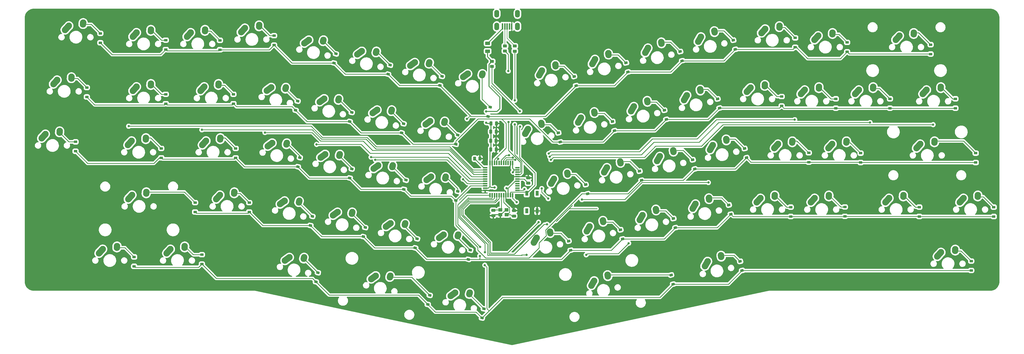
<source format=gbr>
%TF.GenerationSoftware,KiCad,Pcbnew,7.0.7*%
%TF.CreationDate,2023-10-16T19:58:37+09:00*%
%TF.ProjectId,Purin_PCB,50757269-6e5f-4504-9342-2e6b69636164,rev?*%
%TF.SameCoordinates,Original*%
%TF.FileFunction,Copper,L2,Bot*%
%TF.FilePolarity,Positive*%
%FSLAX46Y46*%
G04 Gerber Fmt 4.6, Leading zero omitted, Abs format (unit mm)*
G04 Created by KiCad (PCBNEW 7.0.7) date 2023-10-16 19:58:37*
%MOMM*%
%LPD*%
G01*
G04 APERTURE LIST*
G04 Aperture macros list*
%AMRoundRect*
0 Rectangle with rounded corners*
0 $1 Rounding radius*
0 $2 $3 $4 $5 $6 $7 $8 $9 X,Y pos of 4 corners*
0 Add a 4 corners polygon primitive as box body*
4,1,4,$2,$3,$4,$5,$6,$7,$8,$9,$2,$3,0*
0 Add four circle primitives for the rounded corners*
1,1,$1+$1,$2,$3*
1,1,$1+$1,$4,$5*
1,1,$1+$1,$6,$7*
1,1,$1+$1,$8,$9*
0 Add four rect primitives between the rounded corners*
20,1,$1+$1,$2,$3,$4,$5,0*
20,1,$1+$1,$4,$5,$6,$7,0*
20,1,$1+$1,$6,$7,$8,$9,0*
20,1,$1+$1,$8,$9,$2,$3,0*%
%AMHorizOval*
0 Thick line with rounded ends*
0 $1 width*
0 $2 $3 position (X,Y) of the first rounded end (center of the circle)*
0 $4 $5 position (X,Y) of the second rounded end (center of the circle)*
0 Add line between two ends*
20,1,$1,$2,$3,$4,$5,0*
0 Add two circle primitives to create the rounded ends*
1,1,$1,$2,$3*
1,1,$1,$4,$5*%
G04 Aperture macros list end*
%TA.AperFunction,SMDPad,CuDef*%
%ADD10RoundRect,0.250000X-0.475000X0.250000X-0.475000X-0.250000X0.475000X-0.250000X0.475000X0.250000X0*%
%TD*%
%TA.AperFunction,SMDPad,CuDef*%
%ADD11RoundRect,0.250000X0.475000X-0.250000X0.475000X0.250000X-0.475000X0.250000X-0.475000X-0.250000X0*%
%TD*%
%TA.AperFunction,SMDPad,CuDef*%
%ADD12RoundRect,0.250000X-0.250000X-0.475000X0.250000X-0.475000X0.250000X0.475000X-0.250000X0.475000X0*%
%TD*%
%TA.AperFunction,ComponentPad*%
%ADD13C,2.250000*%
%TD*%
%TA.AperFunction,ComponentPad*%
%ADD14HorizOval,2.250000X0.020000X0.290000X-0.020000X-0.290000X0*%
%TD*%
%TA.AperFunction,ComponentPad*%
%ADD15HorizOval,2.250000X0.655001X0.730000X-0.655001X-0.730000X0*%
%TD*%
%TA.AperFunction,ComponentPad*%
%ADD16HorizOval,2.250000X-0.040731X0.287821X0.040731X-0.287821X0*%
%TD*%
%TA.AperFunction,ComponentPad*%
%ADD17HorizOval,2.250000X0.488912X0.850230X-0.488912X-0.850230X0*%
%TD*%
%TA.AperFunction,ComponentPad*%
%ADD18HorizOval,2.250000X0.079857X0.279505X-0.079857X-0.279505X0*%
%TD*%
%TA.AperFunction,ComponentPad*%
%ADD19HorizOval,2.250000X0.792463X0.577865X-0.792463X-0.577865X0*%
%TD*%
%TA.AperFunction,ComponentPad*%
%ADD20HorizOval,2.250000X0.792463X0.577865X-0.792463X-0.577865X0*%
%TD*%
%TA.AperFunction,SMDPad,CuDef*%
%ADD21RoundRect,0.225000X0.375000X-0.225000X0.375000X0.225000X-0.375000X0.225000X-0.375000X-0.225000X0*%
%TD*%
%TA.AperFunction,SMDPad,CuDef*%
%ADD22RoundRect,0.225000X0.320025X-0.298050X0.413585X0.142116X-0.320025X0.298050X-0.413585X-0.142116X0*%
%TD*%
%TA.AperFunction,SMDPad,CuDef*%
%ADD23RoundRect,0.225000X0.413585X-0.142116X0.320025X0.298050X-0.413585X0.142116X-0.320025X-0.298050X0*%
%TD*%
%TA.AperFunction,SMDPad,CuDef*%
%ADD24R,1.500000X0.550000*%
%TD*%
%TA.AperFunction,SMDPad,CuDef*%
%ADD25R,0.550000X1.500000*%
%TD*%
%TA.AperFunction,SMDPad,CuDef*%
%ADD26R,1.100000X1.800000*%
%TD*%
%TA.AperFunction,SMDPad,CuDef*%
%ADD27R,1.400000X1.200000*%
%TD*%
%TA.AperFunction,SMDPad,CuDef*%
%ADD28RoundRect,0.250000X-0.450000X0.262500X-0.450000X-0.262500X0.450000X-0.262500X0.450000X0.262500X0*%
%TD*%
%TA.AperFunction,SMDPad,CuDef*%
%ADD29R,0.500000X2.250000*%
%TD*%
%TA.AperFunction,ComponentPad*%
%ADD30O,1.700000X2.700000*%
%TD*%
%TA.AperFunction,SMDPad,CuDef*%
%ADD31RoundRect,0.250000X-0.625000X0.375000X-0.625000X-0.375000X0.625000X-0.375000X0.625000X0.375000X0*%
%TD*%
%TA.AperFunction,SMDPad,CuDef*%
%ADD32RoundRect,0.250000X-0.262500X-0.450000X0.262500X-0.450000X0.262500X0.450000X-0.262500X0.450000X0*%
%TD*%
%TA.AperFunction,ViaPad*%
%ADD33C,0.800000*%
%TD*%
%TA.AperFunction,Conductor*%
%ADD34C,0.375000*%
%TD*%
%TA.AperFunction,Conductor*%
%ADD35C,0.250000*%
%TD*%
%TA.AperFunction,Conductor*%
%ADD36C,0.200000*%
%TD*%
G04 APERTURE END LIST*
D10*
%TO.P,C7,1*%
%TO.N,GND*%
X172910000Y82150000D03*
%TO.P,C7,2*%
%TO.N,Net-(U1-XTAL2)*%
X172910000Y80250000D03*
%TD*%
D11*
%TO.P,C6,1*%
%TO.N,GND*%
X165640000Y80400000D03*
%TO.P,C6,2*%
%TO.N,Net-(U1-XTAL1)*%
X165640000Y82300000D03*
%TD*%
D12*
%TO.P,C5,1*%
%TO.N,+5V*%
X164842500Y112810000D03*
%TO.P,C5,2*%
%TO.N,GND*%
X166742500Y112810000D03*
%TD*%
%TO.P,C4,1*%
%TO.N,+5V*%
X164690000Y106690000D03*
%TO.P,C4,2*%
%TO.N,GND*%
X166590000Y106690000D03*
%TD*%
%TO.P,C3,1*%
%TO.N,+5V*%
X164760000Y103710000D03*
%TO.P,C3,2*%
%TO.N,GND*%
X166660000Y103710000D03*
%TD*%
%TO.P,C2,1*%
%TO.N,+5V*%
X164742500Y109960000D03*
%TO.P,C2,2*%
%TO.N,GND*%
X166642500Y109960000D03*
%TD*%
D11*
%TO.P,C1,1*%
%TO.N,Net-(U1-UCAP)*%
X177950000Y91820000D03*
%TO.P,C1,2*%
%TO.N,GND*%
X177950000Y93720000D03*
%TD*%
D13*
%TO.P,MX16,2,ROW*%
%TO.N,Net-(D16-A)*%
X17224567Y129212133D03*
D14*
X17204567Y128922133D03*
D13*
%TO.P,MX16,1,COL*%
%TO.N,COL0*%
X12184567Y128132133D03*
D15*
X11529568Y127402133D03*
%TD*%
D13*
%TO.P,MX4,2,ROW*%
%TO.N,Net-(D4-A)*%
X83264567Y147468383D03*
D14*
X83244567Y147178383D03*
D13*
%TO.P,MX4,1,COL*%
%TO.N,COL3*%
X78224567Y146388383D03*
D15*
X77569568Y145658383D03*
%TD*%
D13*
%TO.P,MX11,2,ROW*%
%TO.N,Net-(D11-A)*%
X224750697Y141473947D03*
D16*
X224791428Y141186125D03*
D13*
%TO.P,MX11,1,COL*%
%TO.N,COL10*%
X220045377Y139369672D03*
D17*
X219556467Y138519442D03*
%TD*%
D13*
%TO.P,MX53,2,ROW*%
%TO.N,Net-(D53-A)*%
X222845697Y82672947D03*
D16*
X222886428Y82385125D03*
D13*
%TO.P,MX53,1,COL*%
%TO.N,COL9*%
X218140377Y80568672D03*
D17*
X217651467Y79718442D03*
%TD*%
D13*
%TO.P,MX50,2,ROW*%
%TO.N,Net-(D50-A)*%
X153279814Y73720577D03*
D18*
X153199957Y73441073D03*
D13*
%TO.P,MX50,1,COL*%
%TO.N,COL6*%
X148125406Y73712053D03*
D19*
X147332944Y73134186D03*
%TD*%
D13*
%TO.P,MX43,2,ROW*%
%TO.N,Net-(D43-A)*%
X289915041Y106667685D03*
D14*
X289895041Y106377685D03*
D13*
%TO.P,MX43,1,COL*%
%TO.N,COL12*%
X284875041Y105587685D03*
D15*
X284220042Y104857685D03*
%TD*%
D13*
%TO.P,MX14,2,ROW*%
%TO.N,Net-(D14-A)*%
X284993791Y144767685D03*
D14*
X284973791Y144477685D03*
D13*
%TO.P,MX14,1,COL*%
%TO.N,COL13*%
X279953791Y143687685D03*
D15*
X279298792Y142957685D03*
%TD*%
D13*
%TO.P,MX66,2,ROW*%
%TO.N,Net-(D66-A)*%
X328173791Y68567685D03*
D14*
X328153791Y68277685D03*
D13*
%TO.P,MX66,1,COL*%
%TO.N,COL14*%
X323133791Y67487685D03*
D15*
X322478792Y66757685D03*
%TD*%
D13*
%TO.P,MX25,2,ROW*%
%TO.N,Net-(D25-A)*%
X219782383Y120904053D03*
D16*
X219823114Y120616231D03*
D13*
%TO.P,MX25,1,COL*%
%TO.N,COL9*%
X215077063Y118799778D03*
D17*
X214588153Y117949548D03*
%TD*%
D13*
%TO.P,MX20,2,ROW*%
%TO.N,Net-(D20-A)*%
X111292025Y121567856D03*
D18*
X111212168Y121288352D03*
D13*
%TO.P,MX20,1,COL*%
%TO.N,COL4*%
X106137617Y121559332D03*
D19*
X105345155Y120981465D03*
%TD*%
D13*
%TO.P,MX2,2,ROW*%
%TO.N,Net-(D2-A)*%
X45164567Y145880883D03*
D14*
X45144567Y145590883D03*
D13*
%TO.P,MX2,1,COL*%
%TO.N,COL1*%
X40124567Y144800883D03*
D15*
X39469568Y144070883D03*
%TD*%
D13*
%TO.P,MX1,2,ROW*%
%TO.N,Net-(D1-A)*%
X21352067Y148262133D03*
D14*
X21332067Y147972133D03*
D13*
%TO.P,MX1,1,COL*%
%TO.N,COL0*%
X16312067Y147182133D03*
D15*
X15657068Y146452133D03*
%TD*%
D13*
%TO.P,MX23,2,ROW*%
%TO.N,Net-(D23-A)*%
X182514959Y112982618D03*
D16*
X182555690Y112694796D03*
D13*
%TO.P,MX23,1,COL*%
%TO.N,COL7*%
X177809639Y110878343D03*
D17*
X177320729Y110028113D03*
%TD*%
D13*
%TO.P,MX38,2,ROW*%
%TO.N,Net-(D38-A)*%
X191674273Y95452512D03*
D16*
X191715004Y95164690D03*
D13*
%TO.P,MX38,1,COL*%
%TO.N,COL7*%
X186968953Y93348237D03*
D17*
X186480043Y92498007D03*
%TD*%
D13*
%TO.P,MX32,2,ROW*%
%TO.N,Net-(D32-A)*%
X43418317Y107780883D03*
D14*
X43398317Y107490883D03*
D13*
%TO.P,MX32,1,COL*%
%TO.N,COL1*%
X38378317Y106700883D03*
D15*
X37723318Y105970883D03*
%TD*%
D13*
%TO.P,MX17,2,ROW*%
%TO.N,Net-(D17-A)*%
X45164567Y126830883D03*
D14*
X45144567Y126540883D03*
D13*
%TO.P,MX17,1,COL*%
%TO.N,COL1*%
X40124567Y125750883D03*
D15*
X39469568Y125020883D03*
%TD*%
D13*
%TO.P,MX41,2,ROW*%
%TO.N,Net-(D41-A)*%
X247575409Y107334665D03*
D16*
X247616140Y107046843D03*
D13*
%TO.P,MX41,1,COL*%
%TO.N,COL10*%
X242870089Y105230390D03*
D17*
X242381179Y104380160D03*
%TD*%
D13*
%TO.P,MX15,2,ROW*%
%TO.N,Net-(D15-A)*%
X313568791Y144767685D03*
D14*
X313548791Y144477685D03*
D13*
%TO.P,MX15,1,COL*%
%TO.N,COL14*%
X308528791Y143687685D03*
D15*
X307873792Y142957685D03*
%TD*%
D13*
%TO.P,MX3,2,ROW*%
%TO.N,Net-(D3-A)*%
X64214567Y145880883D03*
D14*
X64194567Y145590883D03*
D13*
%TO.P,MX3,1,COL*%
%TO.N,COL2*%
X59174567Y144800883D03*
D15*
X58519568Y144070883D03*
%TD*%
D13*
%TO.P,MX21,2,ROW*%
%TO.N,Net-(D21-A)*%
X129925737Y117607139D03*
D18*
X129845880Y117327635D03*
D13*
%TO.P,MX21,1,COL*%
%TO.N,COL5*%
X124771329Y117598615D03*
D19*
X123978867Y117020748D03*
%TD*%
D13*
%TO.P,MX10,2,ROW*%
%TO.N,Net-(D10-A)*%
X206116985Y137513230D03*
D16*
X206157716Y137225408D03*
D13*
%TO.P,MX10,1,COL*%
%TO.N,COL9*%
X201411665Y135408955D03*
D17*
X200922755Y134558725D03*
%TD*%
D13*
%TO.P,MX52,2,ROW*%
%TO.N,Net-(D52-A)*%
X204211986Y78712229D03*
D16*
X204252717Y78424407D03*
D13*
%TO.P,MX52,1,COL*%
%TO.N,COL8*%
X199506666Y76607954D03*
D17*
X199017756Y75757724D03*
%TD*%
D13*
%TO.P,MX58,2,ROW*%
%TO.N,Net-(D58-A)*%
X336111291Y87617685D03*
D14*
X336091291Y87327685D03*
D13*
%TO.P,MX58,1,COL*%
%TO.N,COL14*%
X331071291Y86537685D03*
D15*
X330416292Y85807685D03*
%TD*%
D13*
%TO.P,MX22,2,ROW*%
%TO.N,Net-(D22-A)*%
X148559449Y113646421D03*
D18*
X148479592Y113366917D03*
D13*
%TO.P,MX22,1,COL*%
%TO.N,COL6*%
X143405041Y113637897D03*
D19*
X142612579Y113060030D03*
%TD*%
D13*
%TO.P,MX44,2,ROW*%
%TO.N,Net-(D44-A)*%
X320871291Y106667685D03*
D14*
X320851291Y106377685D03*
D13*
%TO.P,MX44,1,COL*%
%TO.N,COL13*%
X315831291Y105587685D03*
D15*
X315176292Y104857685D03*
%TD*%
D13*
%TO.P,MX28,2,ROW*%
%TO.N,Net-(D28-A)*%
X280231291Y125717685D03*
D14*
X280211291Y125427685D03*
D13*
%TO.P,MX28,1,COL*%
%TO.N,COL12*%
X275191291Y124637685D03*
D15*
X274536292Y123907685D03*
%TD*%
D13*
%TO.P,MX34,2,ROW*%
%TO.N,Net-(D34-A)*%
X92996949Y105971363D03*
D18*
X92917092Y105691859D03*
D13*
%TO.P,MX34,1,COL*%
%TO.N,COL3*%
X87842541Y105962839D03*
D19*
X87050079Y105384972D03*
%TD*%
D13*
%TO.P,MX56,2,ROW*%
%TO.N,Net-(D56-A)*%
X283723791Y87617685D03*
D14*
X283703791Y87327685D03*
D13*
%TO.P,MX56,1,COL*%
%TO.N,COL12*%
X278683791Y86537685D03*
D15*
X278028792Y85807685D03*
%TD*%
D13*
%TO.P,MX31,2,ROW*%
%TO.N,Net-(D31-A)*%
X13097067Y110162133D03*
D14*
X13077067Y109872133D03*
D13*
%TO.P,MX31,1,COL*%
%TO.N,COL0*%
X8057067Y109082133D03*
D15*
X7402068Y108352133D03*
%TD*%
D13*
%TO.P,MX30,2,ROW*%
%TO.N,Net-(D30-A)*%
X323093791Y125717685D03*
D14*
X323073791Y125427685D03*
D13*
%TO.P,MX30,1,COL*%
%TO.N,COL14*%
X318053791Y124637685D03*
D15*
X317398792Y123907685D03*
%TD*%
D13*
%TO.P,MX33,2,ROW*%
%TO.N,Net-(D33-A)*%
X69612067Y107780883D03*
D14*
X69592067Y107490883D03*
D13*
%TO.P,MX33,1,COL*%
%TO.N,COL2*%
X64572067Y106700883D03*
D15*
X63917068Y105970883D03*
%TD*%
D13*
%TO.P,MX8,2,ROW*%
%TO.N,Net-(D8-A)*%
X161804575Y130339268D03*
D18*
X161724718Y130059764D03*
D13*
%TO.P,MX8,1,COL*%
%TO.N,COL7*%
X156650167Y130330744D03*
D19*
X155857705Y129752877D03*
%TD*%
D13*
%TO.P,MX49,2,ROW*%
%TO.N,Net-(D49-A)*%
X134646103Y77681295D03*
D18*
X134566246Y77401791D03*
D13*
%TO.P,MX49,1,COL*%
%TO.N,COL5*%
X129491695Y77672771D03*
D19*
X128699233Y77094904D03*
%TD*%
D13*
%TO.P,MX42,2,ROW*%
%TO.N,Net-(D42-A)*%
X270865041Y106667685D03*
D14*
X270845041Y106377685D03*
D13*
%TO.P,MX42,1,COL*%
%TO.N,COL11*%
X265825041Y105587685D03*
D15*
X265170042Y104857685D03*
%TD*%
D13*
%TO.P,MX39,2,ROW*%
%TO.N,Net-(D39-A)*%
X210307985Y99413230D03*
D16*
X210348716Y99125408D03*
D13*
%TO.P,MX39,1,COL*%
%TO.N,COL8*%
X205602665Y97308955D03*
D17*
X205113755Y96458725D03*
%TD*%
D13*
%TO.P,MX36,2,ROW*%
%TO.N,Net-(D36-A)*%
X130264372Y98049928D03*
D18*
X130184515Y97770424D03*
D13*
%TO.P,MX36,1,COL*%
%TO.N,COL5*%
X125109964Y98041404D03*
D19*
X124317502Y97463537D03*
%TD*%
D13*
%TO.P,MX40,2,ROW*%
%TO.N,Net-(D40-A)*%
X228941697Y103373947D03*
D16*
X228982428Y103086125D03*
D13*
%TO.P,MX40,1,COL*%
%TO.N,COL9*%
X224236377Y101269672D03*
D17*
X223747467Y100419442D03*
%TD*%
D13*
%TO.P,MX6,2,ROW*%
%TO.N,Net-(D6-A)*%
X124537152Y138260703D03*
D18*
X124457295Y137981199D03*
D13*
%TO.P,MX6,1,COL*%
%TO.N,COL5*%
X119382744Y138252179D03*
D19*
X118590282Y137674312D03*
%TD*%
D13*
%TO.P,MX54,2,ROW*%
%TO.N,Net-(D54-A)*%
X241479409Y86633665D03*
D16*
X241520140Y86345843D03*
D13*
%TO.P,MX54,1,COL*%
%TO.N,COL10*%
X236774089Y84529390D03*
D17*
X236285179Y83679160D03*
%TD*%
D13*
%TO.P,MX37,2,ROW*%
%TO.N,Net-(D37-A)*%
X148898084Y94089210D03*
D18*
X148818227Y93809706D03*
D13*
%TO.P,MX37,1,COL*%
%TO.N,COL6*%
X143743676Y94080686D03*
D19*
X142951214Y93502819D03*
%TD*%
D13*
%TO.P,MX47,2,ROW*%
%TO.N,Net-(D47-A)*%
X97378679Y85602730D03*
D18*
X97298822Y85323226D03*
D13*
%TO.P,MX47,1,COL*%
%TO.N,COL3*%
X92224271Y85594206D03*
D19*
X91431809Y85016339D03*
%TD*%
D13*
%TO.P,MX57,2,ROW*%
%TO.N,Net-(D57-A)*%
X309917541Y87617685D03*
D14*
X309897541Y87327685D03*
D13*
%TO.P,MX57,1,COL*%
%TO.N,COL13*%
X304877541Y86537685D03*
D15*
X304222542Y85807685D03*
%TD*%
D13*
%TO.P,MX45,2,ROW*%
%TO.N,Net-(D45-A)*%
X43570817Y88730883D03*
D14*
X43550817Y88440883D03*
D13*
%TO.P,MX45,1,COL*%
%TO.N,COL1*%
X38530817Y87650883D03*
D15*
X37875818Y86920883D03*
%TD*%
D13*
%TO.P,MX46,2,ROW*%
%TO.N,Net-(D46-A)*%
X74527067Y88730883D03*
D14*
X74507067Y88440883D03*
D13*
%TO.P,MX46,1,COL*%
%TO.N,COL2*%
X69487067Y87650883D03*
D15*
X68832068Y86920883D03*
%TD*%
D13*
%TO.P,MX13,2,ROW*%
%TO.N,Net-(D13-A)*%
X266324791Y147180685D03*
D14*
X266304791Y146890685D03*
D13*
%TO.P,MX13,1,COL*%
%TO.N,COL12*%
X261284791Y146100685D03*
D15*
X260629792Y145370685D03*
%TD*%
D13*
%TO.P,MX35,2,ROW*%
%TO.N,Net-(D35-A)*%
X111630660Y102010646D03*
D18*
X111550803Y101731142D03*
D13*
%TO.P,MX35,1,COL*%
%TO.N,COL4*%
X106476252Y102002122D03*
D19*
X105683790Y101424255D03*
%TD*%
D13*
%TO.P,MX27,2,ROW*%
%TO.N,Net-(D27-A)*%
X261181291Y126511435D03*
D14*
X261161291Y126221435D03*
D13*
%TO.P,MX27,1,COL*%
%TO.N,COL11*%
X256141291Y125431435D03*
D15*
X255486292Y124701435D03*
%TD*%
D13*
%TO.P,MX61,2,ROW*%
%TO.N,Net-(D61-A)*%
X99077190Y65735671D03*
D18*
X98997333Y65456167D03*
D13*
%TO.P,MX61,1,COL*%
%TO.N,COL3*%
X93922782Y65727147D03*
D19*
X93130320Y65149280D03*
%TD*%
D17*
%TO.P,MX64,1,COL*%
%TO.N,COL8*%
X200649259Y56628923D03*
D13*
X201138169Y57479153D03*
D16*
%TO.P,MX64,2,ROW*%
%TO.N,Net-(D64-A)*%
X205884220Y59295606D03*
D13*
X205843489Y59583428D03*
%TD*%
%TO.P,MX65,2,ROW*%
%TO.N,Net-(D65-A)*%
X245750237Y66439505D03*
D16*
X245790968Y66151683D03*
D13*
%TO.P,MX65,1,COL*%
%TO.N,COL10*%
X241044917Y64335230D03*
D17*
X240556007Y63485000D03*
%TD*%
D13*
%TO.P,MX7,2,ROW*%
%TO.N,Net-(D7-A)*%
X143170864Y134299985D03*
D18*
X143091007Y134020481D03*
D13*
%TO.P,MX7,1,COL*%
%TO.N,COL6*%
X138016456Y134291461D03*
D20*
X137223994Y133713594D03*
%TD*%
D13*
%TO.P,MX60,2,ROW*%
%TO.N,Net-(D60-A)*%
X57070817Y69680883D03*
D14*
X57050817Y69390883D03*
D13*
%TO.P,MX60,1,COL*%
%TO.N,COL2*%
X52030817Y68600883D03*
D15*
X51375818Y67870883D03*
%TD*%
D13*
%TO.P,MX48,2,ROW*%
%TO.N,Net-(D48-A)*%
X116012391Y81642012D03*
D18*
X115932534Y81362508D03*
D13*
%TO.P,MX48,1,COL*%
%TO.N,COL4*%
X110857983Y81633488D03*
D19*
X110065521Y81055621D03*
%TD*%
D13*
%TO.P,MX9,2,ROW*%
%TO.N,Net-(D9-A)*%
X187483274Y133552512D03*
D16*
X187524005Y133264690D03*
D13*
%TO.P,MX9,1,COL*%
%TO.N,COL8*%
X182777954Y131448237D03*
D17*
X182289044Y130598007D03*
%TD*%
D13*
%TO.P,MX63,2,ROW*%
%TO.N,Net-(D63-A)*%
X157370189Y53289671D03*
D18*
X157290332Y53010167D03*
D13*
%TO.P,MX63,1,COL*%
%TO.N,COL6*%
X152215781Y53281147D03*
D19*
X151423319Y52703280D03*
%TD*%
D13*
%TO.P,MX26,2,ROW*%
%TO.N,Net-(D26-A)*%
X238416095Y124864771D03*
D16*
X238456826Y124576949D03*
D13*
%TO.P,MX26,1,COL*%
%TO.N,COL10*%
X233710775Y122760496D03*
D17*
X233221865Y121910266D03*
%TD*%
D13*
%TO.P,MX18,2,ROW*%
%TO.N,Net-(D18-A)*%
X68977067Y126830883D03*
D14*
X68957067Y126540883D03*
D13*
%TO.P,MX18,1,COL*%
%TO.N,COL2*%
X63937067Y125750883D03*
D15*
X63282068Y125020883D03*
%TD*%
D13*
%TO.P,MX19,2,ROW*%
%TO.N,Net-(D19-A)*%
X92658313Y125528574D03*
D18*
X92578456Y125249070D03*
D13*
%TO.P,MX19,1,COL*%
%TO.N,COL3*%
X87503905Y125520050D03*
D19*
X86711443Y124942183D03*
%TD*%
D13*
%TO.P,MX24,2,ROW*%
%TO.N,Net-(D24-A)*%
X201148671Y116943335D03*
D16*
X201189402Y116655513D03*
D13*
%TO.P,MX24,1,COL*%
%TO.N,COL8*%
X196443351Y114839060D03*
D17*
X195954441Y113988830D03*
%TD*%
D13*
%TO.P,MX29,2,ROW*%
%TO.N,Net-(D29-A)*%
X299281291Y125717685D03*
D14*
X299261291Y125427685D03*
D13*
%TO.P,MX29,1,COL*%
%TO.N,COL13*%
X294241291Y124637685D03*
D15*
X293586292Y123907685D03*
%TD*%
D13*
%TO.P,MX51,2,ROW*%
%TO.N,Net-(D51-A)*%
X185578274Y74751512D03*
D16*
X185619005Y74463690D03*
D13*
%TO.P,MX51,1,COL*%
%TO.N,COL7*%
X180872954Y72647237D03*
D17*
X180384044Y71797007D03*
%TD*%
D13*
%TO.P,MX55,2,ROW*%
%TO.N,Net-(D55-A)*%
X264673791Y87617685D03*
D14*
X264653791Y87327685D03*
D13*
%TO.P,MX55,1,COL*%
%TO.N,COL11*%
X259633791Y86537685D03*
D15*
X258978792Y85807685D03*
%TD*%
D13*
%TO.P,MX62,2,ROW*%
%TO.N,Net-(D62-A)*%
X129414199Y59260884D03*
D18*
X129334342Y58981380D03*
D13*
%TO.P,MX62,1,COL*%
%TO.N,COL5*%
X124259791Y59252360D03*
D19*
X123467329Y58674493D03*
%TD*%
D13*
%TO.P,MX12,2,ROW*%
%TO.N,Net-(D12-A)*%
X243384409Y145434665D03*
D16*
X243425140Y145146843D03*
D13*
%TO.P,MX12,1,COL*%
%TO.N,COL11*%
X238679089Y143330390D03*
D17*
X238190179Y142480160D03*
%TD*%
D13*
%TO.P,MX5,2,ROW*%
%TO.N,Net-(D5-A)*%
X105903440Y142221421D03*
D18*
X105823583Y141941917D03*
D13*
%TO.P,MX5,1,COL*%
%TO.N,COL4*%
X100749032Y142212897D03*
D19*
X99956570Y141635030D03*
%TD*%
D13*
%TO.P,MX59,2,ROW*%
%TO.N,Net-(D59-A)*%
X33258317Y69680883D03*
D14*
X33238317Y69390883D03*
D13*
%TO.P,MX59,1,COL*%
%TO.N,COL1*%
X28218317Y68600883D03*
D15*
X27563318Y67870883D03*
%TD*%
D21*
%TO.P,D18,1,K*%
%TO.N,ROW1*%
X74215817Y119783383D03*
%TO.P,D18,2,A*%
%TO.N,Net-(D18-A)*%
X74215817Y123083383D03*
%TD*%
D22*
%TO.P,D20,1,K*%
%TO.N,ROW1*%
X115147763Y113469439D03*
%TO.P,D20,2,A*%
%TO.N,Net-(D20-A)*%
X115833871Y116697327D03*
%TD*%
D21*
%TO.P,D55,1,K*%
%TO.N,ROW3*%
X270272067Y80095883D03*
%TO.P,D55,2,A*%
%TO.N,Net-(D55-A)*%
X270272067Y83395883D03*
%TD*%
D23*
%TO.P,D64,1,K*%
%TO.N,ROW4*%
X228889425Y56292995D03*
%TO.P,D64,2,A*%
%TO.N,Net-(D64-A)*%
X228203317Y59520883D03*
%TD*%
D22*
%TO.P,D19,1,K*%
%TO.N,ROW1*%
X96097763Y117464633D03*
%TO.P,D19,2,A*%
%TO.N,Net-(D19-A)*%
X96783871Y120692521D03*
%TD*%
D23*
%TO.P,D39,1,K*%
%TO.N,ROW2*%
X217776925Y92805495D03*
%TO.P,D39,2,A*%
%TO.N,Net-(D39-A)*%
X217090817Y96033383D03*
%TD*%
D21*
%TO.P,D59,1,K*%
%TO.N,ROW4*%
X39290817Y62570883D03*
%TO.P,D59,2,A*%
%TO.N,Net-(D59-A)*%
X39290817Y65870883D03*
%TD*%
D22*
%TO.P,D37,1,K*%
%TO.N,ROW2*%
X152454013Y85688189D03*
%TO.P,D37,2,A*%
%TO.N,Net-(D37-A)*%
X153140121Y88916077D03*
%TD*%
%TO.P,D63,1,K*%
%TO.N,ROW4*%
X161635959Y44386745D03*
%TO.P,D63,2,A*%
%TO.N,Net-(D63-A)*%
X162322067Y47614633D03*
%TD*%
%TO.P,D7,1,K*%
%TO.N,ROW0*%
X146897763Y126169439D03*
%TO.P,D7,2,A*%
%TO.N,Net-(D7-A)*%
X147583871Y129397327D03*
%TD*%
D21*
%TO.P,D42,1,K*%
%TO.N,ROW2*%
X276622067Y99208383D03*
%TO.P,D42,2,A*%
%TO.N,Net-(D42-A)*%
X276622067Y102508383D03*
%TD*%
D22*
%TO.P,D61,1,K*%
%TO.N,ROW4*%
X103241513Y57113189D03*
%TO.P,D61,2,A*%
%TO.N,Net-(D61-A)*%
X103927621Y60341077D03*
%TD*%
%TO.P,D47,1,K*%
%TO.N,ROW3*%
X101310959Y76930495D03*
%TO.P,D47,2,A*%
%TO.N,Net-(D47-A)*%
X101997067Y80158383D03*
%TD*%
D23*
%TO.P,D51,1,K*%
%TO.N,ROW3*%
X192827621Y68225689D03*
%TO.P,D51,2,A*%
%TO.N,Net-(D51-A)*%
X192141513Y71453577D03*
%TD*%
D21*
%TO.P,D60,1,K*%
%TO.N,ROW4*%
X63103317Y63364633D03*
%TO.P,D60,2,A*%
%TO.N,Net-(D60-A)*%
X63103317Y66664633D03*
%TD*%
D23*
%TO.P,D12,1,K*%
%TO.N,ROW0*%
X250771371Y138869439D03*
%TO.P,D12,2,A*%
%TO.N,Net-(D12-A)*%
X250085263Y142097327D03*
%TD*%
%TO.P,D24,1,K*%
%TO.N,ROW1*%
X208251925Y110267995D03*
%TO.P,D24,2,A*%
%TO.N,Net-(D24-A)*%
X207565817Y113495883D03*
%TD*%
D21*
%TO.P,D57,1,K*%
%TO.N,ROW3*%
X315515817Y80095883D03*
%TO.P,D57,2,A*%
%TO.N,Net-(D57-A)*%
X315515817Y83395883D03*
%TD*%
D24*
%TO.P,U1,1,PE6*%
%TO.N,unconnected-(U1-PE6-Pad1)*%
X174160000Y97280000D03*
%TO.P,U1,2,UVCC*%
%TO.N,+5V*%
X174160000Y96480000D03*
%TO.P,U1,3,D-*%
%TO.N,Net-(U1-D-)*%
X174160000Y95680000D03*
%TO.P,U1,4,D+*%
%TO.N,Net-(U1-D+)*%
X174160000Y94880000D03*
%TO.P,U1,5,UGND*%
%TO.N,GND*%
X174160000Y94080000D03*
%TO.P,U1,6,UCAP*%
%TO.N,Net-(U1-UCAP)*%
X174160000Y93280000D03*
%TO.P,U1,7,VBUS*%
%TO.N,+5V*%
X174160000Y92480000D03*
%TO.P,U1,8,PB0*%
%TO.N,unconnected-(U1-PB0-Pad8)*%
X174160000Y91680000D03*
%TO.P,U1,9,PB1*%
%TO.N,unconnected-(U1-PB1-Pad9)*%
X174160000Y90880000D03*
%TO.P,U1,10,PB2*%
%TO.N,unconnected-(U1-PB2-Pad10)*%
X174160000Y90080000D03*
%TO.P,U1,11,PB3*%
%TO.N,COL11*%
X174160000Y89280000D03*
D25*
%TO.P,U1,12,PB7*%
%TO.N,COL10*%
X172460000Y87580000D03*
%TO.P,U1,13,~{RESET}*%
%TO.N,Net-(U1-~{RESET})*%
X171660000Y87580000D03*
%TO.P,U1,14,VCC*%
%TO.N,+5V*%
X170860000Y87580000D03*
%TO.P,U1,15,GND*%
%TO.N,GND*%
X170060000Y87580000D03*
%TO.P,U1,16,XTAL2*%
%TO.N,Net-(U1-XTAL2)*%
X169260000Y87580000D03*
%TO.P,U1,17,XTAL1*%
%TO.N,Net-(U1-XTAL1)*%
X168460000Y87580000D03*
%TO.P,U1,18,PD0*%
%TO.N,COL7*%
X167660000Y87580000D03*
%TO.P,U1,19,PD1*%
%TO.N,COL8*%
X166860000Y87580000D03*
%TO.P,U1,20,PD2*%
%TO.N,COL9*%
X166060000Y87580000D03*
%TO.P,U1,21,PD3*%
%TO.N,ROW4*%
X165260000Y87580000D03*
%TO.P,U1,22,PD5*%
%TO.N,ROW3*%
X164460000Y87580000D03*
D24*
%TO.P,U1,23,GND*%
%TO.N,GND*%
X162760000Y89280000D03*
%TO.P,U1,24,AVCC*%
%TO.N,+5V*%
X162760000Y90080000D03*
%TO.P,U1,25,PD4*%
%TO.N,ROW2*%
X162760000Y90880000D03*
%TO.P,U1,26,PD6*%
%TO.N,COL6*%
X162760000Y91680000D03*
%TO.P,U1,27,PD7*%
%TO.N,COL5*%
X162760000Y92480000D03*
%TO.P,U1,28,PB4*%
%TO.N,COL4*%
X162760000Y93280000D03*
%TO.P,U1,29,PB5*%
%TO.N,COL3*%
X162760000Y94080000D03*
%TO.P,U1,30,PB6*%
%TO.N,COL2*%
X162760000Y94880000D03*
%TO.P,U1,31,PC6*%
%TO.N,COL1*%
X162760000Y95680000D03*
%TO.P,U1,32,PC7*%
%TO.N,COL0*%
X162760000Y96480000D03*
%TO.P,U1,33,~{HWB}/PE2*%
%TO.N,Net-(U1-~{HWB}{slash}PE2)*%
X162760000Y97280000D03*
D25*
%TO.P,U1,34,VCC*%
%TO.N,+5V*%
X164460000Y98980000D03*
%TO.P,U1,35,GND*%
%TO.N,GND*%
X165260000Y98980000D03*
%TO.P,U1,36,PF7*%
%TO.N,ROW1*%
X166060000Y98980000D03*
%TO.P,U1,37,PF6*%
%TO.N,ROW0*%
X166860000Y98980000D03*
%TO.P,U1,38,PF5*%
%TO.N,unconnected-(U1-PF5-Pad38)*%
X167660000Y98980000D03*
%TO.P,U1,39,PF4*%
%TO.N,COL12*%
X168460000Y98980000D03*
%TO.P,U1,40,PF1*%
%TO.N,COL13*%
X169260000Y98980000D03*
%TO.P,U1,41,PF0*%
%TO.N,COL14*%
X170060000Y98980000D03*
%TO.P,U1,42,AREF*%
%TO.N,unconnected-(U1-AREF-Pad42)*%
X170860000Y98980000D03*
%TO.P,U1,43,GND*%
%TO.N,GND*%
X171660000Y98980000D03*
%TO.P,U1,44,AVCC*%
%TO.N,+5V*%
X172460000Y98980000D03*
%TD*%
D23*
%TO.P,D38,1,K*%
%TO.N,ROW2*%
X198834567Y88095883D03*
%TO.P,D38,2,A*%
%TO.N,Net-(D38-A)*%
X198148459Y91323771D03*
%TD*%
D21*
%TO.P,D32,1,K*%
%TO.N,ROW2*%
X48815817Y100733383D03*
%TO.P,D32,2,A*%
%TO.N,Net-(D32-A)*%
X48815817Y104033383D03*
%TD*%
D23*
%TO.P,D26,1,K*%
%TO.N,ROW1*%
X245215121Y118231939D03*
%TO.P,D26,2,A*%
%TO.N,Net-(D26-A)*%
X244529013Y121459827D03*
%TD*%
D21*
%TO.P,D1,1,K*%
%TO.N,ROW0*%
X27384567Y141214633D03*
%TO.P,D1,2,A*%
%TO.N,Net-(D1-A)*%
X27384567Y144514633D03*
%TD*%
%TO.P,D13,1,K*%
%TO.N,ROW0*%
X271859567Y139627133D03*
%TO.P,D13,2,A*%
%TO.N,Net-(D13-A)*%
X271859567Y142927133D03*
%TD*%
%TO.P,D15,1,K*%
%TO.N,ROW0*%
X319484567Y137245883D03*
%TO.P,D15,2,A*%
%TO.N,Net-(D15-A)*%
X319484567Y140545883D03*
%TD*%
D23*
%TO.P,D54,1,K*%
%TO.N,ROW3*%
X249183871Y80925689D03*
%TO.P,D54,2,A*%
%TO.N,Net-(D54-A)*%
X248497763Y84153577D03*
%TD*%
D22*
%TO.P,D62,1,K*%
%TO.N,ROW4*%
X142585959Y49149245D03*
%TO.P,D62,2,A*%
%TO.N,Net-(D62-A)*%
X143272067Y52377133D03*
%TD*%
D21*
%TO.P,D17,1,K*%
%TO.N,ROW1*%
X50403317Y119783383D03*
%TO.P,D17,2,A*%
%TO.N,Net-(D17-A)*%
X50403317Y123083383D03*
%TD*%
D26*
%TO.P,SW1,4*%
%TO.N,N/C*%
X181100000Y88250000D03*
%TO.P,SW1,3*%
X177400000Y82050000D03*
%TO.P,SW1,2,2*%
%TO.N,Net-(U1-~{RESET})*%
X177400000Y88250000D03*
%TO.P,SW1,1,1*%
%TO.N,GND*%
X181100000Y82050000D03*
%TD*%
D21*
%TO.P,D33,1,K*%
%TO.N,ROW2*%
X75009567Y100733383D03*
%TO.P,D33,2,A*%
%TO.N,Net-(D33-A)*%
X75009567Y104033383D03*
%TD*%
D23*
%TO.P,D11,1,K*%
%TO.N,ROW0*%
X232064425Y134874245D03*
%TO.P,D11,2,A*%
%TO.N,Net-(D11-A)*%
X231378317Y138102133D03*
%TD*%
D21*
%TO.P,D29,1,K*%
%TO.N,ROW1*%
X305197067Y118195883D03*
%TO.P,D29,2,A*%
%TO.N,Net-(D29-A)*%
X305197067Y121495883D03*
%TD*%
%TO.P,D3,1,K*%
%TO.N,ROW0*%
X69453317Y138770883D03*
%TO.P,D3,2,A*%
%TO.N,Net-(D3-A)*%
X69453317Y142070883D03*
%TD*%
D22*
%TO.P,D34,1,K*%
%TO.N,ROW2*%
X96891513Y97594439D03*
%TO.P,D34,2,A*%
%TO.N,Net-(D34-A)*%
X97577621Y100822327D03*
%TD*%
D23*
%TO.P,D65,1,K*%
%TO.N,ROW4*%
X253152621Y61081939D03*
%TO.P,D65,2,A*%
%TO.N,Net-(D65-A)*%
X252466513Y64309827D03*
%TD*%
D22*
%TO.P,D8,1,K*%
%TO.N,ROW0*%
X163830000Y115316000D03*
%TO.P,D8,2,A*%
%TO.N,Net-(D8-A)*%
X164516108Y118543888D03*
%TD*%
D23*
%TO.P,D23,1,K*%
%TO.N,ROW1*%
X189201925Y106299245D03*
%TO.P,D23,2,A*%
%TO.N,Net-(D23-A)*%
X188515817Y109527133D03*
%TD*%
%TO.P,D52,1,K*%
%TO.N,ROW3*%
X211083871Y72194439D03*
%TO.P,D52,2,A*%
%TO.N,Net-(D52-A)*%
X210397763Y75422327D03*
%TD*%
D22*
%TO.P,D35,1,K*%
%TO.N,ROW2*%
X115147763Y93625689D03*
%TO.P,D35,2,A*%
%TO.N,Net-(D35-A)*%
X115833871Y96853577D03*
%TD*%
%TO.P,D22,1,K*%
%TO.N,ROW1*%
X152454013Y105531939D03*
%TO.P,D22,2,A*%
%TO.N,Net-(D22-A)*%
X153140121Y108759827D03*
%TD*%
D27*
%TO.P,Y1,1,1*%
%TO.N,Net-(U1-XTAL1)*%
X168140000Y82410000D03*
%TO.P,Y1,2,2*%
%TO.N,GND*%
X170340000Y82410000D03*
%TO.P,Y1,3,3*%
%TO.N,Net-(U1-XTAL2)*%
X170340000Y80710000D03*
%TO.P,Y1,4,4*%
%TO.N,GND*%
X168140000Y80710000D03*
%TD*%
D21*
%TO.P,D28,1,K*%
%TO.N,ROW1*%
X286147067Y118195883D03*
%TO.P,D28,2,A*%
%TO.N,Net-(D28-A)*%
X286147067Y121495883D03*
%TD*%
D28*
%TO.P,R2,1*%
%TO.N,D+*%
X173200000Y140075000D03*
%TO.P,R2,2*%
%TO.N,Net-(U1-D+)*%
X173200000Y138250000D03*
%TD*%
D21*
%TO.P,D4,1,K*%
%TO.N,ROW0*%
X88503317Y140420883D03*
%TO.P,D4,2,A*%
%TO.N,Net-(D4-A)*%
X88503317Y143720883D03*
%TD*%
%TO.P,D56,1,K*%
%TO.N,ROW3*%
X289322067Y80158383D03*
%TO.P,D56,2,A*%
%TO.N,Net-(D56-A)*%
X289322067Y83458383D03*
%TD*%
%TO.P,D46,1,K*%
%TO.N,ROW3*%
X79772067Y81683383D03*
%TO.P,D46,2,A*%
%TO.N,Net-(D46-A)*%
X79772067Y84983383D03*
%TD*%
D23*
%TO.P,D41,1,K*%
%TO.N,ROW2*%
X254740121Y100769439D03*
%TO.P,D41,2,A*%
%TO.N,Net-(D41-A)*%
X254054013Y103997327D03*
%TD*%
D29*
%TO.P,USB1,1,GND*%
%TO.N,GND*%
X172108414Y146952055D03*
%TO.P,USB1,2,ID*%
%TO.N,unconnected-(USB1-ID-Pad2)*%
X171308414Y146952055D03*
%TO.P,USB1,3,D+*%
%TO.N,D+*%
X170508414Y146952055D03*
%TO.P,USB1,4,D-*%
%TO.N,D-*%
X169708414Y146952055D03*
%TO.P,USB1,5,VBUS*%
%TO.N,VCC*%
X168908414Y146952055D03*
D30*
%TO.P,USB1,6,SHIELD*%
%TO.N,unconnected-(USB1-SHIELD-Pad6)*%
X174158414Y151452055D03*
X166858414Y151452055D03*
X174158414Y146952055D03*
X166858414Y146952055D03*
%TD*%
D31*
%TO.P,F1,1*%
%TO.N,VCC*%
X163640000Y141040000D03*
%TO.P,F1,2*%
%TO.N,+5V*%
X163640000Y138240000D03*
%TD*%
D23*
%TO.P,D40,1,K*%
%TO.N,ROW2*%
X236483871Y96800689D03*
%TO.P,D40,2,A*%
%TO.N,Net-(D40-A)*%
X235797763Y100028577D03*
%TD*%
D28*
%TO.P,R4,1*%
%TO.N,+5V*%
X165190000Y134692500D03*
%TO.P,R4,2*%
%TO.N,Net-(U1-~{RESET})*%
X165190000Y132867500D03*
%TD*%
D22*
%TO.P,D21,1,K*%
%TO.N,ROW1*%
X133404013Y109500689D03*
%TO.P,D21,2,A*%
%TO.N,Net-(D21-A)*%
X134090121Y112728577D03*
%TD*%
D23*
%TO.P,D53,1,K*%
%TO.N,ROW3*%
X229683175Y76136745D03*
%TO.P,D53,2,A*%
%TO.N,Net-(D53-A)*%
X228997067Y79364633D03*
%TD*%
D21*
%TO.P,D45,1,K*%
%TO.N,ROW3*%
X60722067Y81683383D03*
%TO.P,D45,2,A*%
%TO.N,Net-(D45-A)*%
X60722067Y84983383D03*
%TD*%
%TO.P,D16,1,K*%
%TO.N,ROW1*%
X22622067Y122164633D03*
%TO.P,D16,2,A*%
%TO.N,Net-(D16-A)*%
X22622067Y125464633D03*
%TD*%
%TO.P,D14,1,K*%
%TO.N,ROW0*%
X290115817Y138039633D03*
%TO.P,D14,2,A*%
%TO.N,Net-(D14-A)*%
X290115817Y141339633D03*
%TD*%
D23*
%TO.P,D25,1,K*%
%TO.N,ROW1*%
X226508175Y114236745D03*
%TO.P,D25,2,A*%
%TO.N,Net-(D25-A)*%
X225822067Y117464633D03*
%TD*%
D21*
%TO.P,D30,1,K*%
%TO.N,ROW1*%
X328215817Y118195883D03*
%TO.P,D30,2,A*%
%TO.N,Net-(D30-A)*%
X328215817Y121495883D03*
%TD*%
%TO.P,D44,1,K*%
%TO.N,ROW2*%
X335359567Y99083383D03*
%TO.P,D44,2,A*%
%TO.N,Net-(D44-A)*%
X335359567Y102383383D03*
%TD*%
D22*
%TO.P,D36,1,K*%
%TO.N,ROW2*%
X134197763Y89656939D03*
%TO.P,D36,2,A*%
%TO.N,Net-(D36-A)*%
X134883871Y92884827D03*
%TD*%
D21*
%TO.P,D27,1,K*%
%TO.N,ROW1*%
X267097067Y118989633D03*
%TO.P,D27,2,A*%
%TO.N,Net-(D27-A)*%
X267097067Y122289633D03*
%TD*%
D23*
%TO.P,D9,1,K*%
%TO.N,ROW0*%
X194758175Y126142995D03*
%TO.P,D9,2,A*%
%TO.N,Net-(D9-A)*%
X194072067Y129370883D03*
%TD*%
D28*
%TO.P,R3,1*%
%TO.N,D-*%
X169750000Y140112500D03*
%TO.P,R3,2*%
%TO.N,Net-(U1-D-)*%
X169750000Y138287500D03*
%TD*%
D22*
%TO.P,D49,1,K*%
%TO.N,ROW3*%
X138166513Y69019439D03*
%TO.P,D49,2,A*%
%TO.N,Net-(D49-A)*%
X138852621Y72247327D03*
%TD*%
D21*
%TO.P,D2,1,K*%
%TO.N,ROW0*%
X50403317Y138833383D03*
%TO.P,D2,2,A*%
%TO.N,Net-(D2-A)*%
X50403317Y142133383D03*
%TD*%
D22*
%TO.P,D48,1,K*%
%TO.N,ROW3*%
X119910263Y72988189D03*
%TO.P,D48,2,A*%
%TO.N,Net-(D48-A)*%
X120596371Y76216077D03*
%TD*%
D23*
%TO.P,D10,1,K*%
%TO.N,ROW0*%
X213014425Y130905495D03*
%TO.P,D10,2,A*%
%TO.N,Net-(D10-A)*%
X212328317Y134133383D03*
%TD*%
D22*
%TO.P,D50,1,K*%
%TO.N,ROW3*%
X156873459Y65024245D03*
%TO.P,D50,2,A*%
%TO.N,Net-(D50-A)*%
X157559567Y68252133D03*
%TD*%
D21*
%TO.P,D31,1,K*%
%TO.N,ROW2*%
X18653317Y103052133D03*
%TO.P,D31,2,A*%
%TO.N,Net-(D31-A)*%
X18653317Y106352133D03*
%TD*%
%TO.P,D43,1,K*%
%TO.N,ROW2*%
X294878317Y99083383D03*
%TO.P,D43,2,A*%
%TO.N,Net-(D43-A)*%
X294878317Y102383383D03*
%TD*%
D22*
%TO.P,D5,1,K*%
%TO.N,ROW0*%
X109591513Y134106939D03*
%TO.P,D5,2,A*%
%TO.N,Net-(D5-A)*%
X110277621Y137334827D03*
%TD*%
D21*
%TO.P,D66,1,K*%
%TO.N,ROW4*%
X333772067Y61108383D03*
%TO.P,D66,2,A*%
%TO.N,Net-(D66-A)*%
X333772067Y64408383D03*
%TD*%
D22*
%TO.P,D6,1,K*%
%TO.N,ROW0*%
X128641513Y130138189D03*
%TO.P,D6,2,A*%
%TO.N,Net-(D6-A)*%
X129327621Y133366077D03*
%TD*%
D21*
%TO.P,D58,1,K*%
%TO.N,ROW3*%
X341709567Y80095883D03*
%TO.P,D58,2,A*%
%TO.N,Net-(D58-A)*%
X341709567Y83395883D03*
%TD*%
D32*
%TO.P,R1,1*%
%TO.N,Net-(U1-~{HWB}{slash}PE2)*%
X159070000Y100450000D03*
%TO.P,R1,2*%
%TO.N,GND*%
X160895000Y100450000D03*
%TD*%
D33*
%TO.N,+5V*%
X163140000Y113100000D03*
X163140000Y117020000D03*
%TO.N,GND*%
X165560000Y101760000D03*
X163140000Y100870000D03*
%TO.N,+5V*%
X172553994Y95673994D03*
X166100000Y90320000D03*
X170272000Y90076006D03*
%TO.N,COL12*%
X271700000Y114160000D03*
X171120000Y101660000D03*
X185130000Y102240000D03*
%TO.N,COL13*%
X172541528Y100814500D03*
X185500000Y101110000D03*
X298200000Y113134500D03*
%TO.N,COL14*%
X173327701Y100027701D03*
X185890000Y100050000D03*
X320380000Y112410000D03*
%TO.N,ROW0*%
X167309647Y100380353D03*
X156370000Y114430000D03*
%TO.N,COL11*%
X241320000Y92040000D03*
X176609006Y89698930D03*
X184950000Y86370000D03*
X196790000Y86030000D03*
X182690000Y89940000D03*
%TO.N,COL10*%
X173830000Y85120000D03*
%TO.N,COL9*%
X213260000Y70680000D03*
X198320000Y66600000D03*
X177340000Y66560000D03*
%TO.N,COL8*%
X184550000Y77370000D03*
%TO.N,COL7*%
X181570000Y78100000D03*
%TO.N,ROW4*%
X162720000Y67540000D03*
X162650000Y62970000D03*
%TO.N,ROW3*%
X160880000Y66210000D03*
X161000000Y69410000D03*
%TO.N,COL0*%
X37350000Y111860000D03*
%TO.N,COL1*%
X63110000Y110580000D03*
%TO.N,COL2*%
X85310000Y109640000D03*
%TO.N,COL3*%
X103450000Y105450000D03*
%TO.N,COL4*%
X122610000Y100970000D03*
%TO.N,COL5*%
X124110000Y100040000D03*
%TO.N,COL6*%
X154990000Y93210000D03*
%TO.N,Net-(U1-D+)*%
X173230000Y120970000D03*
X173170000Y112500000D03*
%TO.N,Net-(U1-D-)*%
X170890000Y131260000D03*
X171000000Y113370000D03*
%TO.N,Net-(U1-~{RESET})*%
X175050000Y111700000D03*
X174980000Y117170000D03*
%TD*%
D34*
%TO.N,GND*%
X162760000Y89280000D02*
X169485000Y89280000D01*
X169485000Y89280000D02*
X170060000Y88705000D01*
X170060000Y88705000D02*
X170060000Y87580000D01*
X174160000Y94080000D02*
X177590000Y94080000D01*
X177590000Y94080000D02*
X177950000Y93720000D01*
D35*
%TO.N,Net-(U1-XTAL1)*%
X165640000Y82300000D02*
X165680000Y82260000D01*
D34*
%TO.N,GND*%
X168140000Y80710000D02*
X165950000Y80710000D01*
X165950000Y80710000D02*
X165640000Y80400000D01*
X166660000Y103710000D02*
X166660000Y112727500D01*
X166660000Y112727500D02*
X166742500Y112810000D01*
X166660000Y103710000D02*
X166660000Y102860000D01*
X166660000Y102860000D02*
X165560000Y101760000D01*
X170060000Y87580000D02*
X170060000Y85364784D01*
X170060000Y85364784D02*
X172910000Y82514784D01*
X172910000Y82514784D02*
X172910000Y82150000D01*
D35*
%TO.N,Net-(U1-XTAL2)*%
X172910000Y80250000D02*
X172210000Y80250000D01*
X172210000Y80250000D02*
X171750000Y80710000D01*
D34*
%TO.N,+5V*%
X166920000Y117020000D02*
X167910000Y118010000D01*
X163140000Y117020000D02*
X166920000Y117020000D01*
X167910000Y118010000D02*
X167910000Y122021217D01*
X167910000Y122021217D02*
X164102500Y125828717D01*
X164102500Y125828717D02*
X164102500Y133605000D01*
X164102500Y133605000D02*
X165190000Y134692500D01*
X164842500Y112810000D02*
X163430000Y112810000D01*
X163430000Y112810000D02*
X163140000Y113100000D01*
D35*
%TO.N,Net-(U1-UCAP)*%
X176490000Y93280000D02*
X174160000Y93280000D01*
X177950000Y91820000D02*
X176490000Y93280000D01*
D34*
%TO.N,GND*%
X174160000Y94080000D02*
X172770000Y94080000D01*
X172770000Y94080000D02*
X170250000Y96600000D01*
X171660000Y98980000D02*
X171660000Y98010000D01*
X171660000Y98010000D02*
X170250000Y96600000D01*
X170250000Y96600000D02*
X166515000Y96600000D01*
X166515000Y96600000D02*
X165260000Y97855000D01*
X165260000Y97855000D02*
X165260000Y98980000D01*
%TO.N,+5V*%
X164760000Y103710000D02*
X164460000Y103410000D01*
X164460000Y103410000D02*
X164460000Y98980000D01*
X164842500Y112810000D02*
X164842500Y103792500D01*
X164842500Y103792500D02*
X164760000Y103710000D01*
D35*
%TO.N,COL7*%
X154963198Y82693198D02*
X157250000Y84980000D01*
X181570000Y78100000D02*
X170760000Y67290000D01*
X157250000Y84980000D02*
X166242183Y84980000D01*
X164660000Y67290000D02*
X164660000Y70956396D01*
X154963198Y80653198D02*
X154963198Y82693198D01*
X170760000Y67290000D02*
X164660000Y67290000D01*
X164660000Y70956396D02*
X154963198Y80653198D01*
X167660000Y86397817D02*
X167660000Y87580000D01*
X166242183Y84980000D02*
X167660000Y86397817D01*
%TO.N,COL8*%
X154440000Y82833604D02*
X157043198Y85436802D01*
X166062589Y85436802D02*
X166860000Y86234213D01*
X154440000Y80540000D02*
X154440000Y82833604D01*
X173015107Y66840000D02*
X164110000Y66840000D01*
X164110000Y70870000D02*
X154440000Y80540000D01*
X183545107Y77370000D02*
X173015107Y66840000D01*
X184550000Y77370000D02*
X183545107Y77370000D01*
X157043198Y85436802D02*
X166062589Y85436802D01*
X164110000Y66840000D02*
X164110000Y70870000D01*
%TO.N,COL9*%
X175600000Y66560000D02*
X175780000Y66560000D01*
X175780000Y66560000D02*
X177340000Y66560000D01*
X166060000Y87580000D02*
X166060000Y86580000D01*
X166060000Y86580000D02*
X165510000Y86030000D01*
X165510000Y86030000D02*
X157000000Y86030000D01*
X157000000Y86030000D02*
X153990000Y83020000D01*
X153990000Y83020000D02*
X153990000Y79970000D01*
X153990000Y79970000D02*
X163610000Y70350000D01*
X163610000Y70350000D02*
X163610000Y66390000D01*
X163610000Y66390000D02*
X175610000Y66390000D01*
X175610000Y66390000D02*
X175780000Y66560000D01*
D34*
%TO.N,GND*%
X160895000Y100450000D02*
X162720000Y100450000D01*
X165260000Y101460000D02*
X165260000Y98980000D01*
X162720000Y100450000D02*
X163140000Y100870000D01*
X165560000Y101760000D02*
X165260000Y101460000D01*
D35*
%TO.N,Net-(D63-A)*%
X157210475Y52730662D02*
X157210475Y52726225D01*
X157210475Y52726225D02*
X162322067Y47614633D01*
%TO.N,Net-(U1-~{HWB}{slash}PE2)*%
X159070000Y100450000D02*
X162240000Y97280000D01*
X162240000Y97280000D02*
X162760000Y97280000D01*
D34*
%TO.N,GND*%
X172108414Y146952055D02*
X172108414Y146077055D01*
D36*
%TO.N,D+*%
X173200000Y140075000D02*
X170508414Y142766586D01*
X170508414Y142766586D02*
X170508414Y146952055D01*
%TO.N,D-*%
X169750000Y140112500D02*
X169708414Y140154086D01*
X169708414Y140154086D02*
X169708414Y146952055D01*
D35*
%TO.N,VCC*%
X163640000Y141040000D02*
X168908414Y146308414D01*
X168908414Y146308414D02*
X168908414Y146952055D01*
D34*
%TO.N,+5V*%
X172842500Y96672500D02*
X172842500Y95962500D01*
X173035000Y96480000D02*
X172842500Y96672500D01*
X172842500Y95962500D02*
X172553994Y95673994D01*
X172842500Y96672500D02*
X172460000Y97055000D01*
X166100000Y90320000D02*
X164795000Y90320000D01*
X170860000Y89970000D02*
X170378006Y89970000D01*
X170378006Y89970000D02*
X170272000Y90076006D01*
X164795000Y90320000D02*
X164460000Y90655000D01*
D35*
%TO.N,COL12*%
X217130000Y102910000D02*
X221620000Y107400000D01*
X244130000Y114160000D02*
X271700000Y114160000D01*
X237370000Y107400000D02*
X244130000Y114160000D01*
X221620000Y107400000D02*
X237370000Y107400000D01*
X185800000Y102910000D02*
X217130000Y102910000D01*
X185130000Y102240000D02*
X185800000Y102910000D01*
X170140000Y101660000D02*
X171120000Y101660000D01*
X168460000Y99980000D02*
X170140000Y101660000D01*
X168460000Y98980000D02*
X168460000Y99980000D01*
%TO.N,COL13*%
X186220000Y101830000D02*
X217740000Y101830000D01*
X170084500Y100814500D02*
X172541528Y100814500D01*
X244914500Y113134500D02*
X298200000Y113134500D01*
X169260000Y99990000D02*
X170084500Y100814500D01*
X169260000Y98980000D02*
X169260000Y99990000D01*
X238040000Y106260000D02*
X244914500Y113134500D01*
X185500000Y101110000D02*
X186220000Y101830000D01*
X217740000Y101830000D02*
X222170000Y106260000D01*
X222170000Y106260000D02*
X238040000Y106260000D01*
%TO.N,COL14*%
X238826053Y104823947D02*
X238840000Y104810000D01*
X218910000Y101000000D02*
X222733947Y104823947D01*
X186703230Y100863230D02*
X218773230Y100863230D01*
X170060000Y99855000D02*
X170295000Y100090000D01*
X170295000Y100090000D02*
X173265402Y100090000D01*
X170060000Y98980000D02*
X170060000Y99855000D01*
X173265402Y100090000D02*
X173327701Y100027701D01*
X185890000Y100050000D02*
X186703230Y100863230D01*
X222733947Y104823947D02*
X238826053Y104823947D01*
X238840000Y104810000D02*
X246440000Y112410000D01*
X246440000Y112410000D02*
X320380000Y112410000D01*
X218773230Y100863230D02*
X218910000Y101000000D01*
%TO.N,ROW0*%
X166860000Y99930706D02*
X167309647Y100380353D01*
X156370000Y114430000D02*
X156370000Y114440000D01*
X156370000Y114440000D02*
X157498601Y115568601D01*
X166860000Y98980000D02*
X166860000Y99930706D01*
X146897763Y126169439D02*
X157498601Y115568601D01*
X157751202Y115316000D02*
X163830000Y115316000D01*
%TO.N,COL11*%
X184950000Y86370000D02*
X182690000Y88630000D01*
X217903097Y92040000D02*
X211893097Y86030000D01*
X182690000Y88630000D02*
X182690000Y89940000D01*
X176609006Y89698930D02*
X176190076Y89280000D01*
X211893097Y86030000D02*
X196790000Y86030000D01*
X241320000Y92040000D02*
X217903097Y92040000D01*
X176190076Y89280000D02*
X174160000Y89280000D01*
%TO.N,COL10*%
X173830000Y85120000D02*
X172460000Y86490000D01*
X172460000Y86490000D02*
X172460000Y87580000D01*
%TO.N,ROW0*%
X157498601Y115568601D02*
X157751202Y115316000D01*
X163830000Y115316000D02*
X183931180Y115316000D01*
%TO.N,ROW1*%
X160220000Y114400000D02*
X168580000Y114400000D01*
X170115000Y112865000D02*
X170115000Y104210305D01*
X168580000Y114400000D02*
X178429601Y114400000D01*
X168580000Y114400000D02*
X170115000Y112865000D01*
X170115000Y104210305D02*
X166060000Y100155305D01*
X166060000Y100155305D02*
X166060000Y98980000D01*
%TO.N,*%
X193408198Y84021802D02*
X193298198Y83911802D01*
X187753198Y78366802D02*
X188103198Y78716802D01*
X188048198Y78661802D02*
X188133198Y78746802D01*
X192271362Y82884966D02*
X188048198Y78661802D01*
X188133198Y78746802D02*
X187958198Y78571802D01*
X187983198Y78596802D02*
X187753198Y78366802D01*
X202116054Y82884966D02*
X192271362Y82884966D01*
X187958198Y78571802D02*
X187983198Y78596802D01*
X188103198Y78716802D02*
X193408198Y84021802D01*
%TO.N,COL9*%
X198731900Y67011900D02*
X209591900Y67011900D01*
X198320000Y66600000D02*
X198731900Y67011900D01*
X209591900Y67011900D02*
X213260000Y70680000D01*
%TO.N,COL8*%
X184450000Y77270000D02*
X184550000Y77370000D01*
X166860000Y87580000D02*
X166860000Y86234213D01*
%TO.N,Net-(U1-XTAL1)*%
X168460000Y87580000D02*
X168460000Y82730000D01*
X168460000Y82730000D02*
X168140000Y82410000D01*
%TO.N,Net-(U1-XTAL2)*%
X169260000Y87580000D02*
X169260000Y85080000D01*
X169260000Y85080000D02*
X171005000Y83335000D01*
%TO.N,ROW4*%
X164139607Y46890393D02*
X168884245Y51635031D01*
X153540000Y79710000D02*
X162680000Y70570000D01*
X163344607Y62275393D02*
X163344607Y47685393D01*
X165160000Y86480000D02*
X157080000Y86480000D01*
X156920000Y86640000D02*
X153540000Y83260000D01*
X162680000Y70570000D02*
X162680000Y68460000D01*
X165260000Y87580000D02*
X165260000Y86580000D01*
X165260000Y86580000D02*
X165160000Y86480000D01*
X153540000Y83260000D02*
X153540000Y79710000D01*
X162680000Y68460000D02*
X162680000Y67580000D01*
X157080000Y86480000D02*
X156920000Y86640000D01*
X162680000Y67580000D02*
X162720000Y67540000D01*
X161635959Y44386745D02*
X164139607Y46890393D01*
X162650000Y62970000D02*
X163344607Y62275393D01*
X163344607Y47685393D02*
X164139607Y46890393D01*
%TO.N,ROW3*%
X164460000Y87580000D02*
X156500000Y87580000D01*
X156873459Y65024245D02*
X160670000Y65024245D01*
X160670000Y65024245D02*
X189626177Y65024245D01*
X153090000Y84170000D02*
X153090000Y77320000D01*
X156500000Y87580000D02*
X153090000Y84170000D01*
X153090000Y77320000D02*
X161000000Y69410000D01*
X160880000Y66210000D02*
X160880000Y65234245D01*
X160880000Y65234245D02*
X160670000Y65024245D01*
%TO.N,ROW2*%
X162760000Y90880000D02*
X157645824Y90880000D01*
X157645824Y90880000D02*
X152454013Y85688189D01*
%TO.N,COL0*%
X105490000Y107918198D02*
X121171802Y107918198D01*
X37350000Y111860000D02*
X101548198Y111860000D01*
X101548198Y111860000D02*
X105490000Y107918198D01*
X124470000Y104620000D02*
X121171802Y107918198D01*
X162760000Y96480000D02*
X158462792Y96480000D01*
X150322792Y104620000D02*
X124470000Y104620000D01*
X158462792Y96480000D02*
X150322792Y104620000D01*
%TO.N,COL1*%
X150486396Y103820000D02*
X158626396Y95680000D01*
X120840000Y107320000D02*
X124340000Y103820000D01*
X105240000Y107320000D02*
X120840000Y107320000D01*
X63110000Y110580000D02*
X101980000Y110580000D01*
X101980000Y110580000D02*
X105240000Y107320000D01*
X124340000Y103820000D02*
X150486396Y103820000D01*
X158626396Y95680000D02*
X162760000Y95680000D01*
%TO.N,COL2*%
X85310000Y109640000D02*
X101880000Y109640000D01*
X101880000Y109640000D02*
X104860000Y106660000D01*
X104860000Y106660000D02*
X119830000Y106660000D01*
X119830000Y106660000D02*
X123120000Y103370000D01*
X150300000Y103370000D02*
X158790000Y94880000D01*
X123120000Y103370000D02*
X150300000Y103370000D01*
X158790000Y94880000D02*
X162760000Y94880000D01*
%TO.N,COL3*%
X158060000Y94080000D02*
X162760000Y94080000D01*
X119155305Y105450000D02*
X122309695Y102295610D01*
X103450000Y105450000D02*
X119155305Y105450000D01*
X122309695Y102295610D02*
X149844390Y102295610D01*
X149844390Y102295610D02*
X158060000Y94080000D01*
%TO.N,COL4*%
X122610000Y100970000D02*
X149770000Y100970000D01*
X149770000Y100970000D02*
X157460000Y93280000D01*
X157460000Y93280000D02*
X162760000Y93280000D01*
%TO.N,COL5*%
X124110000Y100040000D02*
X149420000Y100040000D01*
X156980000Y92480000D02*
X162760000Y92480000D01*
X149420000Y100040000D02*
X156980000Y92480000D01*
%TO.N,COL6*%
X161685000Y91660000D02*
X161705000Y91680000D01*
X161705000Y91680000D02*
X162760000Y91680000D01*
X156540000Y91660000D02*
X161685000Y91660000D01*
X154990000Y93210000D02*
X156540000Y91660000D01*
%TO.N,ROW0*%
X228095675Y130905495D02*
X232064425Y134874245D01*
X50804717Y138431983D02*
X69114417Y138431983D01*
X88503317Y140420883D02*
X94817261Y134106939D01*
X88503317Y140420883D02*
X86853317Y138770883D01*
X287712184Y135636000D02*
X290115817Y138039633D01*
X132610263Y126169439D02*
X146897763Y126169439D01*
X271859567Y139627133D02*
X272233867Y139627133D01*
X213014425Y130905495D02*
X228095675Y130905495D01*
X31566200Y137033000D02*
X48602934Y137033000D01*
X319411665Y137318785D02*
X319484567Y137245883D01*
X183931180Y115316000D02*
X194758175Y126142995D01*
X113560263Y130138189D02*
X128641513Y130138189D01*
X48602934Y137033000D02*
X50403317Y138833383D01*
X86853317Y138770883D02*
X69453317Y138770883D01*
X94817261Y134106939D02*
X109591513Y134106939D01*
X50403317Y138833383D02*
X50804717Y138431983D01*
X276225000Y135636000D02*
X287712184Y135636000D01*
X272233867Y139627133D02*
X276225000Y135636000D01*
X194758175Y126142995D02*
X208251925Y126142995D01*
X27384567Y141214633D02*
X31566200Y137033000D01*
X290115817Y138039633D02*
X290836665Y137318785D01*
X208251925Y126142995D02*
X213014425Y130905495D01*
X290836665Y137318785D02*
X319411665Y137318785D01*
X271101873Y138869439D02*
X271859567Y139627133D01*
X109591513Y134106939D02*
X113560263Y130138189D01*
X250771371Y138869439D02*
X271101873Y138869439D01*
X128641513Y130138189D02*
X132610263Y126169439D01*
X246776177Y134874245D02*
X250771371Y138869439D01*
X69114417Y138431983D02*
X69453317Y138770883D01*
X232064425Y134874245D02*
X246776177Y134874245D01*
%TO.N,Net-(D1-A)*%
X21352067Y148262133D02*
X21352067Y147722133D01*
X21352067Y147722133D02*
X21312067Y147682133D01*
X27384567Y144514633D02*
X24217067Y147682133D01*
X24217067Y147682133D02*
X21312067Y147682133D01*
%TO.N,Net-(D2-A)*%
X45164567Y145880883D02*
X48912067Y142133383D01*
X48912067Y142133383D02*
X50403317Y142133383D01*
%TO.N,Net-(D3-A)*%
X66223317Y145300883D02*
X69453317Y142070883D01*
X64174567Y145300883D02*
X66223317Y145300883D01*
%TO.N,Net-(D4-A)*%
X87012067Y143720883D02*
X88503317Y143720883D01*
X83264567Y147468383D02*
X87012067Y143720883D01*
%TO.N,Net-(D5-A)*%
X105743726Y141662412D02*
X105950036Y141662412D01*
X105950036Y141662412D02*
X110277621Y137334827D01*
%TO.N,Net-(D6-A)*%
X124377438Y137701694D02*
X124992004Y137701694D01*
X124992004Y137701694D02*
X129327621Y133366077D01*
%TO.N,Net-(D7-A)*%
X143011150Y133740976D02*
X143240222Y133740976D01*
X143240222Y133740976D02*
X147583871Y129397327D01*
%TO.N,Net-(D8-A)*%
X161644861Y121415135D02*
X164516108Y118543888D01*
X161644861Y129780259D02*
X161644861Y121415135D01*
%TO.N,Net-(D9-A)*%
X187564736Y132976869D02*
X190466081Y132976869D01*
X190466081Y132976869D02*
X194072067Y129370883D01*
%TO.N,Net-(D10-A)*%
X209524113Y136937587D02*
X212328317Y134133383D01*
X206198447Y136937587D02*
X209524113Y136937587D01*
%TO.N,Net-(D11-A)*%
X228006503Y141473947D02*
X231378317Y138102133D01*
X224750697Y141473947D02*
X228006503Y141473947D01*
%TO.N,Net-(D12-A)*%
X246747925Y145434665D02*
X250085263Y142097327D01*
X243384409Y145434665D02*
X246747925Y145434665D01*
%TO.N,Net-(D13-A)*%
X268186015Y146600685D02*
X271859567Y142927133D01*
X266284791Y146600685D02*
X268186015Y146600685D01*
%TO.N,Net-(D14-A)*%
X287267765Y144187685D02*
X290115817Y141339633D01*
X284953791Y144187685D02*
X287267765Y144187685D01*
%TO.N,Net-(D15-A)*%
X315262765Y144767685D02*
X319484567Y140545883D01*
X313568791Y144767685D02*
X315262765Y144767685D01*
%TO.N,ROW1*%
X50001917Y119381983D02*
X50403317Y119783383D01*
X204283175Y106299245D02*
X208251925Y110267995D01*
X96097763Y117464633D02*
X100092957Y113469439D01*
X226508175Y114236745D02*
X241219927Y114236745D01*
X50403317Y119783383D02*
X50804717Y119381983D01*
X50804717Y119381983D02*
X73814417Y119381983D01*
X119116513Y109500689D02*
X133404013Y109500689D01*
X152454013Y105531939D02*
X152454013Y106634013D01*
X137372763Y105531939D02*
X152454013Y105531939D01*
X186530356Y106299245D02*
X189201925Y106299245D01*
X208251925Y110267995D02*
X222539425Y110267995D01*
X74215817Y119783383D02*
X75280420Y118718780D01*
X73814417Y119381983D02*
X74215817Y119783383D01*
X245215121Y118231939D02*
X266339373Y118231939D01*
X152454013Y106634013D02*
X160220000Y114400000D01*
X94843616Y118718780D02*
X96097763Y117464633D01*
X25404717Y119381983D02*
X50001917Y119381983D01*
X178429601Y114400000D02*
X186530356Y106299245D01*
X241219927Y114236745D02*
X245215121Y118231939D01*
X133404013Y109500689D02*
X137372763Y105531939D01*
X267097067Y118989633D02*
X267890817Y118195883D01*
X189201925Y106299245D02*
X204283175Y106299245D01*
X152454013Y105531939D02*
X152869320Y105116632D01*
X100092957Y113469439D02*
X115147763Y113469439D01*
X286147067Y118195883D02*
X305197067Y118195883D01*
X75280420Y118718780D02*
X94843616Y118718780D01*
X22622067Y122164633D02*
X25404717Y119381983D01*
X222539425Y110267995D02*
X226508175Y114236745D01*
X115147763Y113469439D02*
X119116513Y109500689D01*
X266339373Y118231939D02*
X267097067Y118989633D01*
X305197067Y118195883D02*
X328215817Y118195883D01*
X267890817Y118195883D02*
X286147067Y118195883D01*
%TO.N,Net-(D16-A)*%
X17184567Y128632133D02*
X19454567Y128632133D01*
X17184567Y129172133D02*
X17224567Y129212133D01*
X19454567Y128632133D02*
X22622067Y125464633D01*
X17184567Y128632133D02*
X17184567Y129172133D01*
%TO.N,Net-(D17-A)*%
X48912067Y123083383D02*
X50403317Y123083383D01*
X45164567Y126830883D02*
X48912067Y123083383D01*
%TO.N,Net-(D18-A)*%
X71048317Y126250883D02*
X74215817Y123083383D01*
X68937067Y126250883D02*
X71048317Y126250883D01*
%TO.N,Net-(D19-A)*%
X92506827Y124969565D02*
X96783871Y120692521D01*
X92498599Y124969565D02*
X92506827Y124969565D01*
%TO.N,Net-(D20-A)*%
X111522351Y121008847D02*
X115833871Y116697327D01*
X111132311Y121008847D02*
X111522351Y121008847D01*
%TO.N,Net-(D21-A)*%
X129770568Y117048130D02*
X134090121Y112728577D01*
X129766023Y117048130D02*
X129770568Y117048130D01*
%TO.N,Net-(D22-A)*%
X148399735Y113087412D02*
X148812536Y113087412D01*
X148812536Y113087412D02*
X153140121Y108759827D01*
%TO.N,Net-(D23-A)*%
X185635975Y112406975D02*
X188515817Y109527133D01*
X182596421Y112406975D02*
X185635975Y112406975D01*
%TO.N,Net-(D24-A)*%
X201230133Y116367692D02*
X204694008Y116367692D01*
X204694008Y116367692D02*
X207565817Y113495883D01*
%TO.N,Net-(D25-A)*%
X222958290Y120328410D02*
X225822067Y117464633D01*
X219863845Y120328410D02*
X222958290Y120328410D01*
%TO.N,Net-(D26-A)*%
X238416095Y124864771D02*
X241124069Y124864771D01*
X241124069Y124864771D02*
X244529013Y121459827D01*
%TO.N,Net-(D27-A)*%
X265403093Y122289633D02*
X267097067Y122289633D01*
X261181291Y126511435D02*
X265403093Y122289633D01*
%TO.N,Net-(D28-A)*%
X280231291Y125717685D02*
X284453093Y121495883D01*
X284453093Y121495883D02*
X286147067Y121495883D01*
%TO.N,Net-(D29-A)*%
X301555265Y125137685D02*
X305197067Y121495883D01*
X299241291Y125137685D02*
X301555265Y125137685D01*
%TO.N,Net-(D30-A)*%
X323093791Y125717685D02*
X327315593Y121495883D01*
X327315593Y121495883D02*
X328215817Y121495883D01*
%TO.N,ROW2*%
X184058422Y75143024D02*
X184058422Y75308422D01*
X119116513Y89656939D02*
X134197763Y89656939D01*
X184308198Y73378012D02*
X184058422Y75143024D01*
X276611665Y99218785D02*
X276622067Y99208383D01*
X46228000Y98806000D02*
X48155383Y100733383D01*
X115147763Y93625689D02*
X119116513Y89656939D01*
X232488677Y92805495D02*
X236483871Y96800689D01*
X162915755Y65474245D02*
X178224757Y65474245D01*
X48815817Y100733383D02*
X49217217Y100331983D01*
X181780000Y69029488D02*
X181780000Y70849814D01*
X18653317Y103052133D02*
X22899450Y98806000D01*
X160140000Y68250000D02*
X162915755Y65474245D01*
X276622067Y99208383D02*
X294753317Y99208383D01*
X134197763Y89656939D02*
X136575286Y87279416D01*
X150862786Y87279416D02*
X152454013Y85688189D01*
X48155383Y100733383D02*
X48815817Y100733383D01*
X254740121Y100769439D02*
X256290775Y99218785D01*
X294753317Y99208383D02*
X294878317Y99083383D01*
X184058422Y75308422D02*
X196845883Y88095883D01*
X100860263Y93625689D02*
X115147763Y93625689D01*
X74608167Y100331983D02*
X75009567Y100733383D01*
X136575286Y87279416D02*
X150862786Y87279416D01*
X294878317Y99083383D02*
X302133000Y99083383D01*
X198834567Y88095883D02*
X213067313Y88095883D01*
X78148511Y97594439D02*
X96891513Y97594439D01*
X250771371Y96800689D02*
X254740121Y100769439D01*
X49217217Y100331983D02*
X74608167Y100331983D01*
X160140000Y69290000D02*
X160140000Y68250000D01*
X152454013Y76975987D02*
X160140000Y69290000D01*
X181780000Y70849814D02*
X184308198Y73378012D01*
X75009567Y100733383D02*
X78148511Y97594439D01*
X178224757Y65474245D02*
X181780000Y69029488D01*
X96891513Y97594439D02*
X100860263Y93625689D01*
X22899450Y98806000D02*
X46228000Y98806000D01*
X152454013Y85688189D02*
X152454013Y76975987D01*
X236483871Y96800689D02*
X250771371Y96800689D01*
X217776925Y92805495D02*
X232488677Y92805495D01*
X256290775Y99218785D02*
X276611665Y99218785D01*
X196845883Y88095883D02*
X198834567Y88095883D01*
X213067313Y88095883D02*
X217776925Y92805495D01*
X302133000Y99083383D02*
X335359567Y99083383D01*
%TO.N,Net-(D31-A)*%
X16287067Y106352133D02*
X18653317Y106352133D01*
X13057067Y109582133D02*
X16287067Y106352133D01*
%TO.N,Net-(D32-A)*%
X43418317Y107780883D02*
X45068317Y107780883D01*
X45068317Y107780883D02*
X48815817Y104033383D01*
%TO.N,Net-(D33-A)*%
X69612067Y107780883D02*
X71262067Y107780883D01*
X71262067Y107780883D02*
X75009567Y104033383D01*
%TO.N,Net-(D34-A)*%
X97577621Y101390691D02*
X97577621Y100822327D01*
X92996949Y105971363D02*
X97577621Y101390691D01*
%TO.N,Net-(D35-A)*%
X111470946Y101451637D02*
X115833871Y97088712D01*
X115833871Y97088712D02*
X115833871Y96853577D01*
%TO.N,Net-(D36-A)*%
X130277779Y97490919D02*
X134883871Y92884827D01*
X130104658Y97490919D02*
X130277779Y97490919D01*
%TO.N,Net-(D37-A)*%
X153140121Y89847173D02*
X153140121Y88916077D01*
X148898084Y94089210D02*
X153140121Y89847173D01*
%TO.N,Net-(D38-A)*%
X191755735Y94876869D02*
X194595361Y94876869D01*
X194595361Y94876869D02*
X198148459Y91323771D01*
%TO.N,Net-(D39-A)*%
X213710970Y99413230D02*
X217090817Y96033383D01*
X210307985Y99413230D02*
X213710970Y99413230D01*
%TO.N,Net-(D40-A)*%
X232452393Y103373947D02*
X235797763Y100028577D01*
X228941697Y103373947D02*
X232452393Y103373947D01*
%TO.N,Net-(D41-A)*%
X250716675Y107334665D02*
X254054013Y103997327D01*
X247575409Y107334665D02*
X250716675Y107334665D01*
%TO.N,Net-(D42-A)*%
X270865041Y106667685D02*
X272462765Y106667685D01*
X272462765Y106667685D02*
X276622067Y102508383D01*
%TO.N,Net-(D43-A)*%
X289875041Y106087685D02*
X291174015Y106087685D01*
X291174015Y106087685D02*
X294878317Y102383383D01*
%TO.N,Net-(D44-A)*%
X320871291Y106667685D02*
X331075265Y106667685D01*
X331075265Y106667685D02*
X335359567Y102383383D01*
%TO.N,ROW3*%
X315453317Y80158383D02*
X315515817Y80095883D01*
X138166513Y69019439D02*
X142161707Y65024245D01*
X315515817Y80095883D02*
X341709567Y80095883D01*
X225740869Y72194439D02*
X229683175Y76136745D01*
X244394927Y76136745D02*
X249183871Y80925689D01*
X289259567Y80095883D02*
X289322067Y80158383D01*
X84524955Y76930495D02*
X101310959Y76930495D01*
X123879013Y69019439D02*
X138166513Y69019439D01*
X211083871Y72194439D02*
X225740869Y72194439D01*
X189626177Y65024245D02*
X192827621Y68225689D01*
X289322067Y80158383D02*
X315453317Y80158383D01*
X61123467Y81281983D02*
X79370667Y81281983D01*
X60722067Y81683383D02*
X61123467Y81281983D01*
X142161707Y65024245D02*
X156873459Y65024245D01*
X101310959Y76930495D02*
X105253265Y72988189D01*
X79772067Y81683383D02*
X84524955Y76930495D01*
X229683175Y76136745D02*
X244394927Y76136745D01*
X250013677Y80095883D02*
X270272067Y80095883D01*
X207115121Y68225689D02*
X211083871Y72194439D01*
X192827621Y68225689D02*
X207115121Y68225689D01*
X105253265Y72988189D02*
X119910263Y72988189D01*
X270272067Y80095883D02*
X289259567Y80095883D01*
X79370667Y81281983D02*
X79772067Y81683383D01*
X249183871Y80925689D02*
X250013677Y80095883D01*
X119910263Y72988189D02*
X123879013Y69019439D01*
%TO.N,Net-(D45-A)*%
X43570817Y88730883D02*
X56974567Y88730883D01*
X56974567Y88730883D02*
X60722067Y84983383D01*
%TO.N,Net-(D46-A)*%
X76604567Y88150883D02*
X79772067Y84983383D01*
X74487067Y88150883D02*
X76604567Y88150883D01*
%TO.N,Net-(D47-A)*%
X97218965Y84936485D02*
X101997067Y80158383D01*
X97218965Y85043721D02*
X97218965Y84936485D01*
%TO.N,Net-(D48-A)*%
X120596371Y76339309D02*
X120596371Y76216077D01*
X115852677Y81083003D02*
X120596371Y76339309D01*
%TO.N,Net-(D49-A)*%
X134486389Y76613559D02*
X138852621Y72247327D01*
X134486389Y77122286D02*
X134486389Y76613559D01*
%TO.N,Net-(D50-A)*%
X153120100Y73161568D02*
X153120100Y72691600D01*
X153120100Y72691600D02*
X157559567Y68252133D01*
%TO.N,Net-(D51-A)*%
X189419221Y74175869D02*
X192141513Y71453577D01*
X185659736Y74175869D02*
X189419221Y74175869D01*
%TO.N,Net-(D52-A)*%
X207683504Y78136586D02*
X210397763Y75422327D01*
X204293448Y78136586D02*
X207683504Y78136586D01*
%TO.N,Net-(D53-A)*%
X226264396Y82097304D02*
X228997067Y79364633D01*
X222927159Y82097304D02*
X226264396Y82097304D01*
%TO.N,Net-(D54-A)*%
X246017675Y86633665D02*
X248497763Y84153577D01*
X241479409Y86633665D02*
X246017675Y86633665D01*
%TO.N,Net-(D55-A)*%
X264673791Y87617685D02*
X268895593Y83395883D01*
X268895593Y83395883D02*
X270272067Y83395883D01*
%TO.N,Net-(D56-A)*%
X287883093Y83458383D02*
X289322067Y83458383D01*
X283723791Y87617685D02*
X287883093Y83458383D01*
%TO.N,Net-(D57-A)*%
X314139343Y83395883D02*
X315515817Y83395883D01*
X309917541Y87617685D02*
X314139343Y83395883D01*
%TO.N,Net-(D58-A)*%
X336071291Y87037685D02*
X338067765Y87037685D01*
X338067765Y87037685D02*
X341709567Y83395883D01*
%TO.N,ROW4*%
X107903612Y52451090D02*
X139284114Y52451090D01*
X61970667Y62231983D02*
X63103317Y63364633D01*
X333745623Y61081939D02*
X333772067Y61108383D01*
X224231461Y51635031D02*
X228889425Y56292995D01*
X228889425Y56292995D02*
X248363677Y56292995D01*
X102061702Y58293000D02*
X103241513Y57113189D01*
X39290817Y62570883D02*
X39629717Y62231983D01*
X63103317Y63364633D02*
X68174950Y58293000D01*
X159542827Y46479877D02*
X161635959Y44386745D01*
X248363677Y56292995D02*
X253152621Y61081939D01*
X145255327Y46479877D02*
X159542827Y46479877D01*
X39629717Y62231983D02*
X61970667Y62231983D01*
X139284114Y52451090D02*
X142585959Y49149245D01*
X142585959Y49149245D02*
X145255327Y46479877D01*
X168884245Y51635031D02*
X224231461Y51635031D01*
X253152621Y61081939D02*
X333745623Y61081939D01*
X103241513Y57113189D02*
X107903612Y52451090D01*
X68174950Y58293000D02*
X102061702Y58293000D01*
%TO.N,Net-(D59-A)*%
X36060817Y69100883D02*
X39290817Y65870883D01*
X33218317Y69100883D02*
X36060817Y69100883D01*
%TO.N,Net-(D60-A)*%
X57070817Y69680883D02*
X60087067Y66664633D01*
X60087067Y66664633D02*
X63103317Y66664633D01*
%TO.N,Net-(D61-A)*%
X99092036Y65176662D02*
X103927621Y60341077D01*
X98917476Y65176662D02*
X99092036Y65176662D01*
%TO.N,Net-(D62-A)*%
X129254485Y58701875D02*
X136947325Y58701875D01*
X136947325Y58701875D02*
X143272067Y52377133D01*
%TO.N,Net-(D64-A)*%
X205843489Y59583428D02*
X228140772Y59583428D01*
X228140772Y59583428D02*
X228203317Y59520883D01*
%TO.N,Net-(D65-A)*%
X250336835Y66439505D02*
X252466513Y64309827D01*
X245750237Y66439505D02*
X250336835Y66439505D01*
%TO.N,Net-(D66-A)*%
X330192765Y67987685D02*
X333772067Y64408383D01*
X328133791Y67987685D02*
X330192765Y67987685D01*
D34*
%TO.N,GND*%
X161062500Y100320000D02*
X161324502Y100320000D01*
X168367500Y80710000D02*
X168140000Y80710000D01*
X170340000Y82410000D02*
X170067500Y82410000D01*
X170067500Y82410000D02*
X168367500Y80710000D01*
X165247000Y98967000D02*
X165260000Y98980000D01*
%TO.N,+5V*%
X170860000Y87580000D02*
X170860000Y89970000D01*
X164460000Y90655000D02*
X163885000Y90080000D01*
X170860000Y89970000D02*
X173370000Y92480000D01*
X173370000Y92480000D02*
X174160000Y92480000D01*
X164460000Y98980000D02*
X164460000Y90655000D01*
X172460000Y97055000D02*
X172460000Y98980000D01*
X163885000Y90080000D02*
X162760000Y90080000D01*
X174160000Y96480000D02*
X173035000Y96480000D01*
X163640000Y136242500D02*
X165190000Y134692500D01*
X163640000Y138240000D02*
X163640000Y136242500D01*
D35*
%TO.N,Net-(U1-XTAL1)*%
X168140000Y82410000D02*
X168590000Y82860000D01*
X166230000Y82410000D02*
X168140000Y82410000D01*
%TO.N,Net-(U1-XTAL2)*%
X170340000Y80710000D02*
X170590000Y80710000D01*
X171365000Y83335000D02*
X171005000Y83335000D01*
X171750000Y80710000D02*
X170340000Y80710000D01*
X170590000Y80710000D02*
X171365000Y81485000D01*
X171365000Y81485000D02*
X171365000Y83335000D01*
%TO.N,Net-(U1-D+)*%
X173200000Y138250000D02*
X173200000Y121000000D01*
X175685000Y99331396D02*
X175685000Y95429784D01*
X175135216Y94880000D02*
X174160000Y94880000D01*
X173170000Y101846396D02*
X175685000Y99331396D01*
X175685000Y95429784D02*
X175135216Y94880000D01*
X173200000Y121000000D02*
X173230000Y120970000D01*
X173170000Y112500000D02*
X173170000Y101846396D01*
%TO.N,Net-(U1-D-)*%
X175235000Y99145000D02*
X175235000Y95885000D01*
X171000000Y103380000D02*
X175235000Y99145000D01*
X170890000Y137147500D02*
X169750000Y138287500D01*
X175235000Y95885000D02*
X175030000Y95680000D01*
X175030000Y95680000D02*
X175160000Y95680000D01*
X171000000Y113370000D02*
X171000000Y103380000D01*
X170890000Y131260000D02*
X170890000Y137147500D01*
X175160000Y95680000D02*
X175235000Y95755000D01*
X174160000Y95680000D02*
X175030000Y95680000D01*
%TO.N,Net-(U1-~{RESET})*%
X174867665Y111517665D02*
X174867665Y100785127D01*
X174867665Y100785127D02*
X180290000Y95362792D01*
X171660000Y88580000D02*
X171660000Y87580000D01*
X165190000Y132867500D02*
X165190000Y126960000D01*
X165190000Y126960000D02*
X174980000Y117170000D01*
X171735000Y88655000D02*
X171660000Y88580000D01*
X176995000Y88655000D02*
X171735000Y88655000D01*
X175050000Y111700000D02*
X174867665Y111517665D01*
X177400000Y88250000D02*
X176995000Y88655000D01*
X180290000Y95362792D02*
X180290000Y91140000D01*
X180290000Y91140000D02*
X177400000Y88250000D01*
%TD*%
%TA.AperFunction,Conductor*%
%TO.N,GND*%
G36*
X165353203Y97966912D02*
G01*
X165371266Y97947511D01*
X165424752Y97876063D01*
X165427454Y97872454D01*
X165459814Y97848229D01*
X165460313Y97847856D01*
X165502183Y97791921D01*
X165510000Y97748590D01*
X165510000Y97730000D01*
X165582844Y97730000D01*
X165644398Y97736619D01*
X165670909Y97736620D01*
X165677514Y97735909D01*
X165677517Y97735909D01*
X165737127Y97729500D01*
X165737135Y97729500D01*
X165737136Y97729500D01*
X166382870Y97729500D01*
X166382879Y97729501D01*
X166446751Y97736367D01*
X166473257Y97736367D01*
X166477516Y97735909D01*
X166477517Y97735909D01*
X166537127Y97729500D01*
X166537133Y97729500D01*
X166537134Y97729500D01*
X167182870Y97729500D01*
X167182879Y97729501D01*
X167246751Y97736367D01*
X167273257Y97736367D01*
X167277516Y97735909D01*
X167277517Y97735909D01*
X167337127Y97729500D01*
X167337133Y97729500D01*
X167337134Y97729500D01*
X167982870Y97729500D01*
X167982879Y97729501D01*
X168046751Y97736367D01*
X168073257Y97736367D01*
X168077516Y97735909D01*
X168077517Y97735909D01*
X168137127Y97729500D01*
X168137133Y97729500D01*
X168137134Y97729500D01*
X168782870Y97729500D01*
X168782879Y97729501D01*
X168846751Y97736367D01*
X168873257Y97736367D01*
X168877516Y97735909D01*
X168877517Y97735909D01*
X168937127Y97729500D01*
X168937133Y97729500D01*
X168937134Y97729500D01*
X169582870Y97729500D01*
X169582879Y97729501D01*
X169646751Y97736367D01*
X169673257Y97736367D01*
X169677516Y97735909D01*
X169677517Y97735909D01*
X169737127Y97729500D01*
X169737133Y97729500D01*
X169737134Y97729500D01*
X170382870Y97729500D01*
X170382879Y97729501D01*
X170446751Y97736367D01*
X170473257Y97736367D01*
X170477516Y97735909D01*
X170477517Y97735909D01*
X170537127Y97729500D01*
X170537133Y97729500D01*
X170537134Y97729500D01*
X171182870Y97729500D01*
X171182876Y97729501D01*
X171249092Y97736619D01*
X171275599Y97736619D01*
X171337169Y97730000D01*
X171410000Y97730000D01*
X171410000Y97748590D01*
X171429685Y97815629D01*
X171459687Y97847856D01*
X171492546Y97872454D01*
X171546026Y97943894D01*
X171548734Y97947511D01*
X171604668Y97989381D01*
X171674360Y97994365D01*
X171735682Y97960879D01*
X171769167Y97899556D01*
X171772000Y97873199D01*
X171772000Y97077665D01*
X171771887Y97073920D01*
X171768211Y97013155D01*
X171768211Y97013150D01*
X171779185Y96953268D01*
X171779748Y96949566D01*
X171787086Y96889141D01*
X171790545Y96880019D01*
X171796568Y96858414D01*
X171798327Y96848815D01*
X171823306Y96793312D01*
X171824738Y96789855D01*
X171846330Y96732924D01*
X171851880Y96724883D01*
X171862895Y96705351D01*
X171866897Y96696458D01*
X171866898Y96696456D01*
X171904437Y96648540D01*
X171906656Y96645525D01*
X171941241Y96595420D01*
X171941243Y96595418D01*
X171982913Y96558501D01*
X172020038Y96499311D01*
X172019269Y96429446D01*
X171980850Y96371087D01*
X171973576Y96365375D01*
X171948123Y96346882D01*
X171948120Y96346879D01*
X171948117Y96346877D01*
X171871980Y96262317D01*
X171821461Y96206210D01*
X171744527Y96072956D01*
X171726815Y96042278D01*
X171726812Y96042271D01*
X171682903Y95907133D01*
X171668320Y95862250D01*
X171648534Y95673994D01*
X171668320Y95485738D01*
X171668320Y95485735D01*
X171668321Y95485734D01*
X171726812Y95305716D01*
X171726815Y95305709D01*
X171821460Y95141779D01*
X171948123Y95001105D01*
X172101259Y94889845D01*
X172101264Y94889842D01*
X172274186Y94812851D01*
X172274191Y94812849D01*
X172423141Y94781190D01*
X172459348Y94773494D01*
X172459349Y94773494D01*
X172648641Y94773494D01*
X172759720Y94797104D01*
X172829387Y94791788D01*
X172885120Y94749650D01*
X172909225Y94684070D01*
X172909500Y94675815D01*
X172909500Y94557130D01*
X172909501Y94557125D01*
X172916620Y94490904D01*
X172916619Y94464393D01*
X172910000Y94402842D01*
X172910000Y94330000D01*
X172928591Y94330000D01*
X172995630Y94310315D01*
X173027855Y94280313D01*
X173036918Y94268208D01*
X173052456Y94247451D01*
X173143540Y94179266D01*
X173185411Y94123332D01*
X173190395Y94053641D01*
X173156909Y93992318D01*
X173143540Y93980734D01*
X173052456Y93912548D01*
X173052455Y93912546D01*
X173052454Y93912546D01*
X173027856Y93879687D01*
X172971924Y93837818D01*
X172928591Y93830000D01*
X172910000Y93830000D01*
X172910000Y93757166D01*
X172916619Y93695595D01*
X172916619Y93669088D01*
X172915909Y93662483D01*
X172909500Y93602873D01*
X172909500Y93602867D01*
X172909500Y93044744D01*
X172889815Y92977705D01*
X172878316Y92962519D01*
X172870050Y92953188D01*
X172867484Y92950463D01*
X170821282Y90904261D01*
X170759959Y90870776D01*
X170690267Y90875760D01*
X170683165Y90878663D01*
X170551803Y90937150D01*
X170366646Y90976506D01*
X170177354Y90976506D01*
X170001517Y90939131D01*
X169992197Y90937150D01*
X169992192Y90937148D01*
X169819270Y90860157D01*
X169819265Y90860154D01*
X169679081Y90758304D01*
X169666129Y90748894D01*
X169539467Y90608222D01*
X169465438Y90480000D01*
X169444821Y90444290D01*
X169444818Y90444283D01*
X169392232Y90282439D01*
X169386326Y90264262D01*
X169367758Y90087597D01*
X169366540Y90076005D01*
X169367464Y90067214D01*
X169386326Y89887750D01*
X169386326Y89887747D01*
X169386327Y89887746D01*
X169444818Y89707728D01*
X169444821Y89707721D01*
X169539466Y89543791D01*
X169666129Y89403117D01*
X169819265Y89291857D01*
X169819270Y89291854D01*
X169992192Y89214863D01*
X169992196Y89214862D01*
X170073782Y89197520D01*
X170135263Y89164327D01*
X170169040Y89103164D01*
X170172000Y89076230D01*
X170172000Y88686800D01*
X170152315Y88619761D01*
X170099511Y88574006D01*
X170030353Y88564062D01*
X169966797Y88593087D01*
X169948733Y88612490D01*
X169892546Y88687546D01*
X169884518Y88693556D01*
X169859690Y88712141D01*
X169817819Y88768074D01*
X169810000Y88811409D01*
X169810000Y88830000D01*
X169737172Y88830000D01*
X169737160Y88829999D01*
X169675604Y88823380D01*
X169649090Y88823380D01*
X169642485Y88824090D01*
X169642483Y88824091D01*
X169582873Y88830500D01*
X168937128Y88830499D01*
X168877517Y88824091D01*
X168877513Y88824089D01*
X168873255Y88823632D01*
X168846745Y88823632D01*
X168842486Y88824089D01*
X168842483Y88824091D01*
X168782873Y88830500D01*
X168137128Y88830499D01*
X168077517Y88824091D01*
X168077513Y88824089D01*
X168073255Y88823632D01*
X168046745Y88823632D01*
X168042486Y88824089D01*
X168042483Y88824091D01*
X167982873Y88830500D01*
X167337128Y88830499D01*
X167277517Y88824091D01*
X167277513Y88824089D01*
X167273255Y88823632D01*
X167246745Y88823632D01*
X167242486Y88824089D01*
X167242483Y88824091D01*
X167182873Y88830500D01*
X166537128Y88830499D01*
X166477517Y88824091D01*
X166477513Y88824089D01*
X166473255Y88823632D01*
X166446745Y88823632D01*
X166442486Y88824089D01*
X166442483Y88824091D01*
X166382873Y88830500D01*
X165737128Y88830499D01*
X165677517Y88824091D01*
X165677513Y88824089D01*
X165673255Y88823632D01*
X165646745Y88823632D01*
X165642486Y88824089D01*
X165642483Y88824091D01*
X165582873Y88830500D01*
X164937128Y88830499D01*
X164877517Y88824091D01*
X164877513Y88824089D01*
X164873255Y88823632D01*
X164846745Y88823632D01*
X164842486Y88824089D01*
X164842483Y88824091D01*
X164782873Y88830500D01*
X164137128Y88830499D01*
X164134000Y88830499D01*
X164066961Y88850183D01*
X164021206Y88902987D01*
X164010000Y88954499D01*
X164010000Y89030000D01*
X163010000Y89030000D01*
X163010000Y88505000D01*
X163560500Y88505000D01*
X163627539Y88485315D01*
X163673294Y88432511D01*
X163684500Y88381000D01*
X163684500Y88329500D01*
X163664815Y88262461D01*
X163612011Y88216706D01*
X163560500Y88205500D01*
X156582737Y88205500D01*
X156567120Y88207223D01*
X156567093Y88206938D01*
X156559332Y88207671D01*
X156559332Y88207672D01*
X156559331Y88207671D01*
X156559331Y88207672D01*
X156490203Y88205500D01*
X156460650Y88205500D01*
X156453759Y88204629D01*
X156447949Y88204172D01*
X156407049Y88202887D01*
X156401372Y88202709D01*
X156382144Y88197122D01*
X156363086Y88193174D01*
X156343208Y88190664D01*
X156299875Y88173507D01*
X156294359Y88171619D01*
X156249612Y88158619D01*
X156232363Y88148418D01*
X156214894Y88139860D01*
X156196268Y88132486D01*
X156196264Y88132483D01*
X156196263Y88132483D01*
X156158571Y88105098D01*
X156153687Y88101890D01*
X156118303Y88080964D01*
X156113579Y88078170D01*
X156113576Y88078167D01*
X156113571Y88078163D01*
X156099413Y88064005D01*
X156084620Y88051370D01*
X156068412Y88039593D01*
X156038713Y88003693D01*
X156034790Y87999381D01*
X154918959Y86883550D01*
X153806803Y85771394D01*
X153745480Y85737909D01*
X153675788Y85742893D01*
X153619855Y85784765D01*
X153595879Y85845393D01*
X153592455Y85876244D01*
X153604623Y85945044D01*
X153628017Y85977603D01*
X156680414Y89030000D01*
X161510000Y89030000D01*
X161510000Y88957155D01*
X161516401Y88897627D01*
X161516403Y88897620D01*
X161566645Y88762913D01*
X161566649Y88762906D01*
X161652809Y88647812D01*
X161652812Y88647809D01*
X161767906Y88561649D01*
X161767913Y88561645D01*
X161902620Y88511403D01*
X161902627Y88511401D01*
X161962155Y88505000D01*
X162510000Y88505000D01*
X162510000Y89030000D01*
X161510000Y89030000D01*
X156680414Y89030000D01*
X157868595Y90218181D01*
X157929918Y90251666D01*
X157956276Y90254500D01*
X161385500Y90254500D01*
X161452539Y90234815D01*
X161498294Y90182011D01*
X161509500Y90130500D01*
X161509500Y89757130D01*
X161509501Y89757125D01*
X161516620Y89690904D01*
X161516619Y89664393D01*
X161510000Y89602842D01*
X161510000Y89530000D01*
X161528591Y89530000D01*
X161595630Y89510315D01*
X161627855Y89480313D01*
X161652454Y89447454D01*
X161652455Y89447453D01*
X161652456Y89447452D01*
X161767664Y89361206D01*
X161767671Y89361202D01*
X161902517Y89310908D01*
X161902516Y89310908D01*
X161962116Y89304501D01*
X161962119Y89304500D01*
X161962127Y89304500D01*
X161962134Y89304500D01*
X161962135Y89304500D01*
X163557870Y89304500D01*
X163557876Y89304501D01*
X163617483Y89310908D01*
X163752328Y89361202D01*
X163752330Y89361203D01*
X163760430Y89367267D01*
X163825894Y89391684D01*
X163834741Y89392000D01*
X163862335Y89392000D01*
X163866080Y89391887D01*
X163926844Y89388211D01*
X163926846Y89388211D01*
X163926847Y89388211D01*
X163986730Y89399185D01*
X163990432Y89399748D01*
X164050856Y89407085D01*
X164050864Y89407087D01*
X164059976Y89410543D01*
X164081586Y89416568D01*
X164091183Y89418327D01*
X164123632Y89432931D01*
X164146695Y89443310D01*
X164150151Y89444741D01*
X164207075Y89466330D01*
X164207078Y89466332D01*
X164215112Y89471877D01*
X164234654Y89482898D01*
X164243536Y89486895D01*
X164243539Y89486897D01*
X164243543Y89486899D01*
X164281568Y89516689D01*
X164291452Y89524432D01*
X164294468Y89526651D01*
X164344580Y89561243D01*
X164384952Y89606813D01*
X164387503Y89609524D01*
X164423118Y89645139D01*
X164484441Y89678624D01*
X164554133Y89673640D01*
X164561688Y89670535D01*
X164588814Y89658327D01*
X164598412Y89656568D01*
X164620023Y89650544D01*
X164629142Y89647085D01*
X164689569Y89639747D01*
X164693270Y89639184D01*
X164753150Y89628211D01*
X164753154Y89628211D01*
X164753157Y89628211D01*
X164813926Y89631887D01*
X164817671Y89632000D01*
X165474639Y89632000D01*
X165541678Y89612315D01*
X165547524Y89608318D01*
X165647265Y89535851D01*
X165647270Y89535848D01*
X165820192Y89458857D01*
X165820197Y89458855D01*
X165972897Y89426398D01*
X166005354Y89419500D01*
X166005355Y89419500D01*
X166194645Y89419500D01*
X166194646Y89419500D01*
X166238738Y89428872D01*
X166379802Y89458855D01*
X166379807Y89458857D01*
X166552729Y89535848D01*
X166552734Y89535851D01*
X166705870Y89647111D01*
X166708921Y89650499D01*
X166832533Y89787784D01*
X166927179Y89951716D01*
X166985674Y90131744D01*
X167005460Y90320000D01*
X166985674Y90508256D01*
X166927179Y90688284D01*
X166832533Y90852216D01*
X166705871Y90992888D01*
X166552730Y91104151D01*
X166379803Y91181144D01*
X166194646Y91220500D01*
X166005354Y91220500D01*
X165861297Y91189880D01*
X165820197Y91181144D01*
X165820192Y91181142D01*
X165647270Y91104151D01*
X165647265Y91104148D01*
X165547524Y91031682D01*
X165481718Y91008202D01*
X165474639Y91008000D01*
X165272000Y91008000D01*
X165204961Y91027685D01*
X165159206Y91080489D01*
X165148000Y91132000D01*
X165148000Y97873199D01*
X165167685Y97940238D01*
X165220489Y97985993D01*
X165289647Y97995937D01*
X165353203Y97966912D01*
G37*
%TD.AperFunction*%
%TA.AperFunction,Conductor*%
G36*
X176515703Y98252053D02*
G01*
X176522181Y98246021D01*
X179628181Y95140020D01*
X179661666Y95078697D01*
X179664500Y95052339D01*
X179664500Y91450452D01*
X179644815Y91383413D01*
X179628185Y91362776D01*
X179415347Y91149938D01*
X179204540Y90939131D01*
X179143217Y90905646D01*
X179082885Y90909960D01*
X179092062Y90872567D01*
X179069384Y90806480D01*
X179055868Y90790459D01*
X177952227Y89686818D01*
X177890904Y89653333D01*
X177864546Y89650499D01*
X177631206Y89650499D01*
X177564167Y89670184D01*
X177518412Y89722988D01*
X177507886Y89761533D01*
X177494680Y89887186D01*
X177436185Y90067214D01*
X177341539Y90231146D01*
X177214877Y90371818D01*
X177061736Y90483081D01*
X176888809Y90560074D01*
X176703652Y90599430D01*
X176514360Y90599430D01*
X176451793Y90586131D01*
X176329203Y90560074D01*
X176329198Y90560072D01*
X176156276Y90483081D01*
X176156271Y90483078D01*
X176034460Y90394577D01*
X176003135Y90371818D01*
X175876473Y90231146D01*
X175810173Y90116310D01*
X175781827Y90067214D01*
X175781823Y90067205D01*
X175757123Y89991183D01*
X175717686Y89933507D01*
X175653328Y89906308D01*
X175639192Y89905500D01*
X175534500Y89905500D01*
X175467461Y89925185D01*
X175421706Y89977989D01*
X175410500Y90029500D01*
X175410499Y90402869D01*
X175410499Y90402872D01*
X175404091Y90462483D01*
X175404089Y90462486D01*
X175403632Y90466745D01*
X175403632Y90493255D01*
X175404089Y90497513D01*
X175404091Y90497517D01*
X175410500Y90557127D01*
X175410499Y91202872D01*
X175404091Y91262483D01*
X175404089Y91262486D01*
X175403632Y91266745D01*
X175403632Y91293255D01*
X175404089Y91297513D01*
X175404091Y91297517D01*
X175410500Y91357127D01*
X175410499Y92002872D01*
X175404091Y92062483D01*
X175404089Y92062486D01*
X175403632Y92066745D01*
X175403632Y92093255D01*
X175404089Y92097513D01*
X175404091Y92097517D01*
X175410500Y92157127D01*
X175410499Y92530500D01*
X175430183Y92597539D01*
X175482987Y92643294D01*
X175534499Y92654500D01*
X176179548Y92654500D01*
X176246587Y92634815D01*
X176267229Y92618181D01*
X176688181Y92197228D01*
X176721666Y92135905D01*
X176724500Y92109547D01*
X176724500Y91519998D01*
X176724501Y91519980D01*
X176735000Y91417203D01*
X176735001Y91417200D01*
X176790185Y91250668D01*
X176790187Y91250663D01*
X176882289Y91101342D01*
X177006342Y90977289D01*
X177155663Y90885187D01*
X177155668Y90885185D01*
X177199152Y90870776D01*
X177322203Y90830001D01*
X177322204Y90830000D01*
X177424989Y90819500D01*
X177424991Y90819500D01*
X178475001Y90819500D01*
X178475019Y90819501D01*
X178577796Y90830000D01*
X178577799Y90830001D01*
X178744331Y90885185D01*
X178744334Y90885186D01*
X178756765Y90892853D01*
X178812623Y90927307D01*
X178893656Y90977288D01*
X178893657Y90977289D01*
X178899803Y90981080D01*
X178900906Y90979292D01*
X178956074Y91001547D01*
X179002595Y90992707D01*
X178993175Y91017966D01*
X179008027Y91086239D01*
X179013943Y91095182D01*
X179013920Y91095197D01*
X179017710Y91101342D01*
X179017712Y91101344D01*
X179109814Y91250666D01*
X179164999Y91417203D01*
X179175500Y91519991D01*
X179175499Y92120008D01*
X179175315Y92121805D01*
X179169147Y92182192D01*
X179164999Y92222797D01*
X179109814Y92389334D01*
X179017712Y92538656D01*
X178893656Y92662712D01*
X178890347Y92664752D01*
X178888555Y92666745D01*
X178887989Y92667193D01*
X178888065Y92667289D01*
X178843623Y92716694D01*
X178832395Y92785656D01*
X178860234Y92849740D01*
X178890339Y92875829D01*
X178893341Y92877681D01*
X178893344Y92877683D01*
X179017315Y93001654D01*
X179109356Y93150875D01*
X179109358Y93150880D01*
X179164505Y93317302D01*
X179164506Y93317309D01*
X179174999Y93420013D01*
X179175000Y93420026D01*
X179175000Y93470000D01*
X177824000Y93470000D01*
X177756961Y93489685D01*
X177711206Y93542489D01*
X177700000Y93594000D01*
X177700000Y94719999D01*
X178200000Y94719999D01*
X178200000Y93970000D01*
X179174999Y93970000D01*
X179174999Y94019971D01*
X179174998Y94019986D01*
X179164505Y94122697D01*
X179109358Y94289119D01*
X179109356Y94289124D01*
X179017315Y94438345D01*
X178893345Y94562315D01*
X178744124Y94654356D01*
X178744119Y94654358D01*
X178577697Y94709505D01*
X178577690Y94709506D01*
X178474980Y94719999D01*
X178200000Y94719999D01*
X177700000Y94719999D01*
X177425028Y94719999D01*
X177425013Y94719998D01*
X177322302Y94709505D01*
X177155880Y94654358D01*
X177155875Y94654356D01*
X177006654Y94562315D01*
X176882684Y94438345D01*
X176790643Y94289124D01*
X176790641Y94289119D01*
X176735494Y94122697D01*
X176735493Y94122690D01*
X176724999Y94019970D01*
X176724948Y94018969D01*
X176724875Y94018761D01*
X176724679Y94016838D01*
X176724218Y94016885D01*
X176701876Y93953019D01*
X176646812Y93910012D01*
X176577237Y93903602D01*
X176570299Y93905171D01*
X176569019Y93905500D01*
X176569015Y93905500D01*
X176548984Y93905500D01*
X176529586Y93907026D01*
X176509804Y93910160D01*
X176464097Y93905839D01*
X176463416Y93905775D01*
X176457578Y93905500D01*
X175318231Y93905500D01*
X175251192Y93925185D01*
X175243920Y93930233D01*
X175176460Y93980733D01*
X175134589Y94036667D01*
X175129605Y94106358D01*
X175163090Y94167681D01*
X175176460Y94179267D01*
X175267542Y94247451D01*
X175267546Y94247454D01*
X175267548Y94247457D01*
X175269572Y94249481D01*
X175311616Y94277099D01*
X175335337Y94286490D01*
X175340864Y94288382D01*
X175385604Y94301381D01*
X175394490Y94306636D01*
X175402853Y94311581D01*
X175420316Y94320136D01*
X175438948Y94327514D01*
X175476640Y94354898D01*
X175481523Y94358106D01*
X175521632Y94381827D01*
X175521640Y94381833D01*
X175535796Y94395990D01*
X175550592Y94408628D01*
X175566802Y94420405D01*
X175566803Y94420406D01*
X175580016Y94436378D01*
X175596505Y94456311D01*
X175600426Y94460620D01*
X176068788Y94928981D01*
X176081051Y94938806D01*
X176080869Y94939027D01*
X176086878Y94943998D01*
X176116565Y94975612D01*
X176134226Y94994419D01*
X176155120Y95015313D01*
X176159373Y95020795D01*
X176163161Y95025231D01*
X176172354Y95035020D01*
X176195062Y95059202D01*
X176204714Y95076760D01*
X176215395Y95093020D01*
X176216380Y95094290D01*
X176227673Y95108848D01*
X176238949Y95134905D01*
X176246182Y95151617D01*
X176248752Y95156865D01*
X176254353Y95167053D01*
X176271197Y95197692D01*
X176276177Y95217089D01*
X176282482Y95235504D01*
X176285364Y95242163D01*
X176290438Y95253888D01*
X176297732Y95299941D01*
X176298906Y95305610D01*
X176310500Y95350765D01*
X176310500Y95370800D01*
X176312027Y95390199D01*
X176313547Y95399797D01*
X176315160Y95409980D01*
X176310775Y95456367D01*
X176310500Y95462205D01*
X176310500Y98158340D01*
X176330185Y98225379D01*
X176382989Y98271134D01*
X176452147Y98281078D01*
X176515703Y98252053D01*
G37*
%TD.AperFunction*%
%TA.AperFunction,Conductor*%
G36*
X162341879Y113754815D02*
G01*
X162387634Y113702011D01*
X162397578Y113632853D01*
X162382228Y113588501D01*
X162312821Y113468284D01*
X162312820Y113468281D01*
X162312818Y113468277D01*
X162258514Y113301145D01*
X162254326Y113288256D01*
X162234540Y113100000D01*
X162254326Y112911744D01*
X162254326Y112911741D01*
X162254327Y112911740D01*
X162312818Y112731722D01*
X162312821Y112731715D01*
X162407466Y112567785D01*
X162534129Y112427111D01*
X162687265Y112315851D01*
X162687270Y112315848D01*
X162860192Y112238857D01*
X162860197Y112238855D01*
X163012897Y112206398D01*
X163045354Y112199500D01*
X163076845Y112199500D01*
X163120819Y112191440D01*
X163129291Y112188227D01*
X163164856Y112174737D01*
X163168312Y112173306D01*
X163223815Y112148327D01*
X163233414Y112146568D01*
X163255019Y112140545D01*
X163264141Y112137086D01*
X163324566Y112129748D01*
X163328268Y112129185D01*
X163388150Y112118211D01*
X163388154Y112118211D01*
X163388155Y112118211D01*
X163448920Y112121887D01*
X163452665Y112122000D01*
X163782909Y112122000D01*
X163849948Y112102315D01*
X163895703Y112049511D01*
X163900614Y112037006D01*
X163907684Y112015668D01*
X163999787Y111866345D01*
X164118182Y111747950D01*
X164151666Y111686627D01*
X164154500Y111660269D01*
X164154500Y111177507D01*
X164134815Y111110468D01*
X164095596Y111071968D01*
X164023844Y111027712D01*
X163899788Y110903656D01*
X163858002Y110835910D01*
X163811088Y110759849D01*
X163807686Y110754334D01*
X163752501Y110587797D01*
X163752501Y110587795D01*
X163752500Y110587795D01*
X163742000Y110485016D01*
X163742000Y109434998D01*
X163742001Y109434980D01*
X163752500Y109332203D01*
X163752501Y109332200D01*
X163807685Y109165668D01*
X163807687Y109165663D01*
X163899789Y109016342D01*
X164023844Y108892287D01*
X164095598Y108848029D01*
X164142322Y108796081D01*
X164154500Y108742491D01*
X164154500Y107939889D01*
X164134815Y107872850D01*
X164095598Y107834352D01*
X163971344Y107757712D01*
X163847288Y107633656D01*
X163809778Y107572842D01*
X163766712Y107503020D01*
X163755186Y107484334D01*
X163700001Y107317797D01*
X163700001Y107317795D01*
X163700000Y107317795D01*
X163689500Y107215016D01*
X163689500Y106164998D01*
X163689501Y106164980D01*
X163700000Y106062203D01*
X163700001Y106062200D01*
X163755185Y105895668D01*
X163755187Y105895663D01*
X163847289Y105746342D01*
X163971342Y105622289D01*
X163989531Y105611070D01*
X164095597Y105545648D01*
X164142321Y105493701D01*
X164154500Y105440110D01*
X164154500Y104916713D01*
X164134815Y104849674D01*
X164095596Y104811174D01*
X164041344Y104777712D01*
X163917288Y104653656D01*
X163876414Y104587388D01*
X163826196Y104505971D01*
X163825186Y104504334D01*
X163770001Y104337797D01*
X163770001Y104337795D01*
X163770000Y104337795D01*
X163759500Y104235016D01*
X163759500Y103184998D01*
X163759501Y103184980D01*
X163770689Y103075468D01*
X163770339Y103075432D01*
X163772000Y103059741D01*
X163772000Y100054741D01*
X163752315Y99987702D01*
X163747267Y99980430D01*
X163741203Y99972330D01*
X163741202Y99972328D01*
X163690908Y99837482D01*
X163684501Y99777883D01*
X163684500Y99777864D01*
X163684500Y98179499D01*
X163664815Y98112460D01*
X163612011Y98066705D01*
X163560500Y98055499D01*
X163557882Y98055499D01*
X163557873Y98055500D01*
X162400450Y98055499D01*
X162333412Y98075184D01*
X162312775Y98091813D01*
X161327586Y99077003D01*
X161294103Y99138323D01*
X161299087Y99208015D01*
X161340959Y99263948D01*
X161376265Y99282387D01*
X161476619Y99315641D01*
X161476624Y99315643D01*
X161625845Y99407684D01*
X161749815Y99531654D01*
X161841856Y99680875D01*
X161841858Y99680880D01*
X161897005Y99847302D01*
X161897006Y99847309D01*
X161907499Y99950013D01*
X161907500Y99950026D01*
X161907500Y100200000D01*
X160769000Y100200000D01*
X160701961Y100219685D01*
X160656206Y100272489D01*
X160645000Y100324000D01*
X160645000Y100700000D01*
X161145000Y100700000D01*
X161907499Y100700000D01*
X161907499Y100949971D01*
X161907498Y100949986D01*
X161897005Y101052697D01*
X161841858Y101219119D01*
X161841856Y101219124D01*
X161749815Y101368345D01*
X161625845Y101492315D01*
X161476624Y101584356D01*
X161476619Y101584358D01*
X161310197Y101639505D01*
X161310190Y101639506D01*
X161207480Y101649999D01*
X161145000Y101649998D01*
X161145000Y100700000D01*
X160645000Y100700000D01*
X160645000Y101649999D01*
X160582528Y101649999D01*
X160582513Y101649998D01*
X160479802Y101639505D01*
X160313380Y101584358D01*
X160313375Y101584356D01*
X160164154Y101492315D01*
X160070534Y101398695D01*
X160009211Y101365210D01*
X159939519Y101370194D01*
X159895176Y101398691D01*
X159801156Y101492712D01*
X159651834Y101584814D01*
X159485297Y101639999D01*
X159382509Y101650500D01*
X158757492Y101650499D01*
X158757484Y101650498D01*
X158757480Y101650498D01*
X158654702Y101639999D01*
X158654703Y101639999D01*
X158488166Y101584814D01*
X158338844Y101492712D01*
X158214788Y101368656D01*
X158167843Y101292546D01*
X158126296Y101225186D01*
X158122686Y101219334D01*
X158067501Y101052797D01*
X158067501Y101052795D01*
X158067500Y101052795D01*
X158057000Y100950016D01*
X158057000Y99949998D01*
X158057001Y99949980D01*
X158067500Y99847203D01*
X158067501Y99847200D01*
X158122685Y99680668D01*
X158122687Y99680663D01*
X158214789Y99531342D01*
X158338842Y99407289D01*
X158488163Y99315187D01*
X158488168Y99315185D01*
X158572170Y99287349D01*
X158654703Y99260001D01*
X158654704Y99260000D01*
X158757483Y99249500D01*
X159334546Y99249500D01*
X159401585Y99229815D01*
X159422227Y99213181D01*
X161318227Y97317181D01*
X161351712Y97255858D01*
X161346728Y97186166D01*
X161304856Y97130233D01*
X161239392Y97105816D01*
X161230546Y97105500D01*
X158773245Y97105500D01*
X158706206Y97125185D01*
X158685564Y97141819D01*
X151132625Y104694758D01*
X151099140Y104756081D01*
X151104124Y104825773D01*
X151145996Y104881706D01*
X151211460Y104906123D01*
X151220306Y104906439D01*
X151446422Y104906439D01*
X151513461Y104886754D01*
X151532039Y104872137D01*
X151600837Y104806469D01*
X151600842Y104806465D01*
X151747212Y104720818D01*
X151747216Y104720816D01*
X151842288Y104690231D01*
X151842311Y104690224D01*
X152670483Y104514193D01*
X152670490Y104514192D01*
X152681565Y104512995D01*
X152684601Y104512591D01*
X152849510Y104486472D01*
X152849513Y104486472D01*
X152849514Y104486472D01*
X152849516Y104486472D01*
X153006853Y104501345D01*
X153006856Y104501346D01*
X153006860Y104501347D01*
X153155542Y104554875D01*
X153155550Y104554879D01*
X153286254Y104643705D01*
X153286255Y104643706D01*
X153286258Y104643708D01*
X153286261Y104643711D01*
X153286263Y104643713D01*
X153390767Y104762250D01*
X153390768Y104762252D01*
X153390770Y104762254D01*
X153462518Y104903067D01*
X153496993Y105057299D01*
X153495044Y105119285D01*
X153497693Y105148959D01*
X153498552Y105152997D01*
X153536729Y105332609D01*
X153587293Y105570491D01*
X153587294Y105570498D01*
X153587649Y105573775D01*
X153593210Y105625242D01*
X153598026Y105669801D01*
X153598025Y105669802D01*
X153598026Y105669806D01*
X153579317Y105838368D01*
X153522239Y105998072D01*
X153429869Y106140309D01*
X153307188Y106257410D01*
X153228061Y106303709D01*
X153180142Y106354555D01*
X153167318Y106423237D01*
X153193663Y106487950D01*
X153203005Y106498414D01*
X160442772Y113738181D01*
X160504095Y113771666D01*
X160530453Y113774500D01*
X162274840Y113774500D01*
X162341879Y113754815D01*
G37*
%TD.AperFunction*%
%TA.AperFunction,Conductor*%
G36*
X168336587Y113754815D02*
G01*
X168357229Y113738181D01*
X169453181Y112642228D01*
X169486666Y112580905D01*
X169489500Y112554547D01*
X169489500Y104520757D01*
X169469815Y104453718D01*
X169453181Y104433076D01*
X167793131Y102773026D01*
X167731808Y102739541D01*
X167662116Y102744525D01*
X167606183Y102786397D01*
X167581766Y102851861D01*
X167592299Y102908952D01*
X167592086Y102909023D01*
X167592598Y102910569D01*
X167593067Y102913109D01*
X167594356Y102915873D01*
X167649505Y103082302D01*
X167649506Y103082309D01*
X167659999Y103185013D01*
X167660000Y103185026D01*
X167660000Y103460000D01*
X166910000Y103460000D01*
X166910000Y102484999D01*
X166959970Y102485000D01*
X166959988Y102485001D01*
X167062697Y102495494D01*
X167229122Y102550642D01*
X167231890Y102551933D01*
X167233969Y102552248D01*
X167235977Y102552914D01*
X167236090Y102552570D01*
X167300967Y102562423D01*
X167364750Y102533901D01*
X167402988Y102475423D01*
X167403541Y102405556D01*
X167371972Y102351868D01*
X165676212Y100656108D01*
X165663950Y100646285D01*
X165664134Y100646064D01*
X165658123Y100641091D01*
X165610773Y100590669D01*
X165603719Y100583615D01*
X165589883Y100569780D01*
X165585625Y100564291D01*
X165581847Y100559866D01*
X165561363Y100538053D01*
X165549936Y100525885D01*
X165549935Y100525882D01*
X165540288Y100508334D01*
X165529605Y100492070D01*
X165518302Y100477497D01*
X165517325Y100476238D01*
X165498818Y100433473D01*
X165496248Y100428227D01*
X165473803Y100387398D01*
X165473802Y100387397D01*
X165468822Y100367998D01*
X165462518Y100349586D01*
X165454562Y100331203D01*
X165454560Y100331197D01*
X165447272Y100285179D01*
X165446087Y100279457D01*
X165434500Y100234326D01*
X165434500Y100214288D01*
X165432973Y100194887D01*
X165429839Y100175108D01*
X165429839Y100175107D01*
X165432416Y100147848D01*
X165419126Y100079253D01*
X165408233Y100061871D01*
X165371267Y100012490D01*
X165315334Y99970618D01*
X165245642Y99965634D01*
X165184319Y99999119D01*
X165150834Y100060442D01*
X165148000Y100086800D01*
X165148000Y102400557D01*
X165167685Y102467596D01*
X165220489Y102513351D01*
X165232990Y102518261D01*
X165329334Y102550186D01*
X165330074Y102550642D01*
X165391918Y102588788D01*
X165478656Y102642288D01*
X165602712Y102766344D01*
X165604753Y102769653D01*
X165606746Y102771445D01*
X165607193Y102772011D01*
X165607289Y102771934D01*
X165656699Y102816379D01*
X165725661Y102827603D01*
X165789744Y102799761D01*
X165815826Y102769665D01*
X165817679Y102766660D01*
X165817683Y102766655D01*
X165941654Y102642684D01*
X166090875Y102550643D01*
X166090880Y102550641D01*
X166257302Y102495494D01*
X166257309Y102495493D01*
X166360013Y102485000D01*
X166410000Y102485000D01*
X166410000Y103960000D01*
X166910000Y103960000D01*
X167659999Y103960000D01*
X167659999Y104234971D01*
X167659998Y104234986D01*
X167649505Y104337697D01*
X167594358Y104504119D01*
X167594356Y104504124D01*
X167502315Y104653345D01*
X167378345Y104777315D01*
X167229124Y104869356D01*
X167229119Y104869358D01*
X167062697Y104924505D01*
X167062690Y104924506D01*
X166959980Y104934999D01*
X166910000Y104934998D01*
X166910000Y103960000D01*
X166410000Y103960000D01*
X166410000Y104934999D01*
X166360028Y104934999D01*
X166360013Y104934998D01*
X166257302Y104924505D01*
X166090880Y104869358D01*
X166090875Y104869356D01*
X165941654Y104777315D01*
X165817683Y104653344D01*
X165817681Y104653341D01*
X165815829Y104650339D01*
X165814021Y104648713D01*
X165813202Y104647677D01*
X165813024Y104647817D01*
X165763880Y104603617D01*
X165694917Y104592397D01*
X165630836Y104620243D01*
X165604754Y104650344D01*
X165602712Y104653656D01*
X165566820Y104689548D01*
X165533334Y104750870D01*
X165530500Y104777230D01*
X165530500Y105664581D01*
X165550185Y105731620D01*
X165602989Y105777375D01*
X165672147Y105787319D01*
X165735703Y105758294D01*
X165742256Y105751443D01*
X165742576Y105751763D01*
X165871654Y105622684D01*
X166020875Y105530643D01*
X166020880Y105530641D01*
X166187302Y105475494D01*
X166187309Y105475493D01*
X166290013Y105465000D01*
X166340000Y105465000D01*
X166340000Y106440000D01*
X166840000Y106440000D01*
X166840000Y105464999D01*
X166889970Y105465000D01*
X166889988Y105465001D01*
X166992697Y105475494D01*
X167159119Y105530641D01*
X167159124Y105530643D01*
X167308345Y105622684D01*
X167432315Y105746654D01*
X167524356Y105895875D01*
X167524358Y105895880D01*
X167579505Y106062302D01*
X167579506Y106062309D01*
X167589999Y106165013D01*
X167590000Y106165035D01*
X167590000Y106440000D01*
X166840000Y106440000D01*
X166340000Y106440000D01*
X166340000Y106940000D01*
X166840000Y106940000D01*
X167589999Y106940000D01*
X167589999Y107214971D01*
X167589998Y107214986D01*
X167579505Y107317697D01*
X167524358Y107484119D01*
X167524356Y107484124D01*
X167432315Y107633345D01*
X167308345Y107757315D01*
X167159124Y107849356D01*
X167159119Y107849358D01*
X166992697Y107904505D01*
X166992690Y107904506D01*
X166889980Y107914999D01*
X166840000Y107914998D01*
X166840000Y106940000D01*
X166340000Y106940000D01*
X166340000Y107914999D01*
X166290028Y107914999D01*
X166290013Y107914998D01*
X166187302Y107904505D01*
X166020880Y107849358D01*
X166020875Y107849356D01*
X165871654Y107757315D01*
X165742576Y107628237D01*
X165740366Y107630446D01*
X165694797Y107598148D01*
X165624999Y107594978D01*
X165564568Y107630047D01*
X165532689Y107692221D01*
X165530500Y107715418D01*
X165530500Y108910270D01*
X165550185Y108977309D01*
X165566819Y108997951D01*
X165585211Y109016343D01*
X165585212Y109016344D01*
X165587253Y109019653D01*
X165589246Y109021445D01*
X165589693Y109022011D01*
X165589789Y109021934D01*
X165639199Y109066379D01*
X165708161Y109077603D01*
X165772244Y109049761D01*
X165798326Y109019665D01*
X165800179Y109016660D01*
X165800183Y109016655D01*
X165924154Y108892684D01*
X166073375Y108800643D01*
X166073380Y108800641D01*
X166239802Y108745494D01*
X166239809Y108745493D01*
X166342513Y108735000D01*
X166392500Y108735000D01*
X166392500Y109710000D01*
X166892500Y109710000D01*
X166892500Y108734999D01*
X166942470Y108735000D01*
X166942488Y108735001D01*
X167045197Y108745494D01*
X167211619Y108800641D01*
X167211624Y108800643D01*
X167360845Y108892684D01*
X167484815Y109016654D01*
X167576856Y109165875D01*
X167576858Y109165880D01*
X167632005Y109332302D01*
X167632006Y109332309D01*
X167642499Y109435013D01*
X167642500Y109435026D01*
X167642500Y109710000D01*
X166892500Y109710000D01*
X166392500Y109710000D01*
X166392500Y110210000D01*
X166892500Y110210000D01*
X167642499Y110210000D01*
X167642499Y110484971D01*
X167642498Y110484986D01*
X167632005Y110587697D01*
X167576858Y110754119D01*
X167576856Y110754124D01*
X167484815Y110903345D01*
X167360845Y111027315D01*
X167211624Y111119356D01*
X167211619Y111119358D01*
X167045197Y111174505D01*
X167045190Y111174506D01*
X166942480Y111184999D01*
X166892500Y111184998D01*
X166892500Y110210000D01*
X166392500Y110210000D01*
X166392500Y111184999D01*
X166342528Y111184999D01*
X166342513Y111184998D01*
X166239802Y111174505D01*
X166073380Y111119358D01*
X166073375Y111119356D01*
X165924154Y111027315D01*
X165800183Y110903344D01*
X165800181Y110903341D01*
X165798329Y110900339D01*
X165796521Y110898713D01*
X165795702Y110897677D01*
X165795524Y110897817D01*
X165746380Y110853617D01*
X165677417Y110842397D01*
X165613336Y110870243D01*
X165587254Y110900344D01*
X165585212Y110903656D01*
X165566821Y110922047D01*
X165533334Y110983369D01*
X165530500Y111009730D01*
X165530500Y111660270D01*
X165550185Y111727309D01*
X165566819Y111747951D01*
X165685211Y111866343D01*
X165685212Y111866344D01*
X165687253Y111869653D01*
X165689246Y111871445D01*
X165689693Y111872011D01*
X165689789Y111871934D01*
X165739199Y111916379D01*
X165808161Y111927603D01*
X165872244Y111899761D01*
X165898326Y111869665D01*
X165900179Y111866660D01*
X165900183Y111866655D01*
X166024154Y111742684D01*
X166173375Y111650643D01*
X166173380Y111650641D01*
X166339802Y111595494D01*
X166339809Y111595493D01*
X166442513Y111585000D01*
X166492500Y111585000D01*
X166492500Y112560000D01*
X166992500Y112560000D01*
X166992500Y111584999D01*
X167042470Y111585000D01*
X167042488Y111585001D01*
X167145197Y111595494D01*
X167311619Y111650641D01*
X167311624Y111650643D01*
X167460845Y111742684D01*
X167584815Y111866654D01*
X167676856Y112015875D01*
X167676858Y112015880D01*
X167732005Y112182302D01*
X167732006Y112182309D01*
X167742499Y112285013D01*
X167742500Y112285026D01*
X167742500Y112560000D01*
X166992500Y112560000D01*
X166492500Y112560000D01*
X166492500Y112936000D01*
X166512185Y113003039D01*
X166564989Y113048794D01*
X166616500Y113060000D01*
X167742499Y113060000D01*
X167742499Y113334971D01*
X167742498Y113334986D01*
X167732005Y113437697D01*
X167674586Y113610977D01*
X167677561Y113611962D01*
X167669176Y113667175D01*
X167697698Y113730959D01*
X167756175Y113769197D01*
X167792050Y113774500D01*
X168269548Y113774500D01*
X168336587Y113754815D01*
G37*
%TD.AperFunction*%
%TA.AperFunction,Conductor*%
G36*
X165957389Y153173565D02*
G01*
X166003144Y153120761D01*
X166013088Y153051603D01*
X165984063Y152988047D01*
X165978031Y152981569D01*
X165819919Y152823457D01*
X165684379Y152629885D01*
X165684378Y152629883D01*
X165645061Y152545567D01*
X165584511Y152415718D01*
X165584510Y152415714D01*
X165584508Y152415710D01*
X165523352Y152187468D01*
X165523350Y152187458D01*
X165507914Y152011021D01*
X165507914Y150893089D01*
X165523350Y150716651D01*
X165523352Y150716641D01*
X165584508Y150488399D01*
X165584512Y150488390D01*
X165684378Y150274226D01*
X165684379Y150274224D01*
X165819919Y150080652D01*
X165987011Y149913561D01*
X165987018Y149913556D01*
X166180579Y149778022D01*
X166180583Y149778020D01*
X166394749Y149678153D01*
X166394758Y149678149D01*
X166623000Y149616993D01*
X166623010Y149616991D01*
X166858413Y149596396D01*
X166858414Y149596396D01*
X166858415Y149596396D01*
X167093817Y149616991D01*
X167093827Y149616993D01*
X167322069Y149678149D01*
X167322073Y149678151D01*
X167322077Y149678152D01*
X167449784Y149737703D01*
X167536242Y149778019D01*
X167536244Y149778020D01*
X167729816Y149913560D01*
X167896908Y150080652D01*
X168032448Y150274224D01*
X168032449Y150274226D01*
X168068051Y150350574D01*
X168132317Y150488392D01*
X168193477Y150716647D01*
X168208914Y150893089D01*
X168208914Y152011021D01*
X168193477Y152187463D01*
X168132317Y152415718D01*
X168032449Y152629884D01*
X167896909Y152823456D01*
X167738794Y152981570D01*
X167705311Y153042892D01*
X167710295Y153112583D01*
X167752166Y153168517D01*
X167817631Y153192934D01*
X167826477Y153193250D01*
X173190350Y153193250D01*
X173257389Y153173565D01*
X173303144Y153120761D01*
X173313088Y153051603D01*
X173284063Y152988047D01*
X173278031Y152981569D01*
X173119919Y152823457D01*
X172984379Y152629885D01*
X172984378Y152629883D01*
X172945061Y152545567D01*
X172884511Y152415718D01*
X172884510Y152415714D01*
X172884508Y152415710D01*
X172823352Y152187468D01*
X172823350Y152187458D01*
X172807914Y152011021D01*
X172807914Y150893089D01*
X172823350Y150716651D01*
X172823352Y150716641D01*
X172884508Y150488399D01*
X172884512Y150488390D01*
X172984378Y150274226D01*
X172984379Y150274224D01*
X173119919Y150080652D01*
X173287011Y149913561D01*
X173287018Y149913556D01*
X173480579Y149778022D01*
X173480583Y149778020D01*
X173694749Y149678153D01*
X173694758Y149678149D01*
X173923000Y149616993D01*
X173923010Y149616991D01*
X174158413Y149596396D01*
X174158414Y149596396D01*
X174158415Y149596396D01*
X174393817Y149616991D01*
X174393827Y149616993D01*
X174622069Y149678149D01*
X174622073Y149678151D01*
X174622077Y149678152D01*
X174749784Y149737703D01*
X174836242Y149778019D01*
X174836244Y149778020D01*
X175029816Y149913560D01*
X175196908Y150080652D01*
X175332448Y150274224D01*
X175332449Y150274226D01*
X175368051Y150350574D01*
X175432317Y150488392D01*
X175493477Y150716647D01*
X175508914Y150893089D01*
X175508914Y152011021D01*
X175493477Y152187463D01*
X175432317Y152415718D01*
X175332449Y152629884D01*
X175196909Y152823456D01*
X175038794Y152981570D01*
X175005311Y153042892D01*
X175010295Y153112583D01*
X175052166Y153168517D01*
X175117631Y153192934D01*
X175126477Y153193250D01*
X340517125Y153193250D01*
X340520371Y153193165D01*
X340652027Y153186263D01*
X340854734Y153174875D01*
X340860960Y153174209D01*
X341019513Y153149095D01*
X341194621Y153119340D01*
X341200284Y153118103D01*
X341360421Y153075193D01*
X341526444Y153027360D01*
X341531501Y153025664D01*
X341688428Y152965425D01*
X341846360Y152900006D01*
X341850782Y152897967D01*
X342001684Y152821079D01*
X342150590Y152738780D01*
X342154368Y152736513D01*
X342297083Y152643833D01*
X342435575Y152545567D01*
X342438716Y152543184D01*
X342570211Y152436701D01*
X342572507Y152434748D01*
X342697998Y152322601D01*
X342700526Y152320212D01*
X342820212Y152200526D01*
X342822601Y152197998D01*
X342934748Y152072507D01*
X342936701Y152070211D01*
X343043184Y151938716D01*
X343045567Y151935575D01*
X343143833Y151797083D01*
X343236513Y151654368D01*
X343238780Y151650590D01*
X343321079Y151501684D01*
X343397967Y151350782D01*
X343400006Y151346360D01*
X343465425Y151188428D01*
X343525664Y151031501D01*
X343527360Y151026444D01*
X343575193Y150860421D01*
X343618103Y150700284D01*
X343619340Y150694621D01*
X343649095Y150519513D01*
X343674209Y150360960D01*
X343674875Y150354734D01*
X343686263Y150152026D01*
X343693165Y150020370D01*
X343693250Y150017124D01*
X343693250Y57151622D01*
X343693165Y57148379D01*
X343689183Y57072398D01*
X343686516Y57021505D01*
X343674807Y56813543D01*
X343674141Y56807325D01*
X343649794Y56653599D01*
X343619213Y56473614D01*
X343617976Y56467949D01*
X343575898Y56310910D01*
X343527159Y56141731D01*
X343525463Y56136674D01*
X343466131Y55982106D01*
X343399727Y55821792D01*
X343397688Y55817369D01*
X343321771Y55668374D01*
X343238407Y55517536D01*
X343236140Y55513758D01*
X343144513Y55372663D01*
X343045077Y55232519D01*
X343042701Y55229386D01*
X342937366Y55099306D01*
X342935433Y55097035D01*
X342889064Y55045147D01*
X342821998Y54970099D01*
X342819609Y54967571D01*
X342701171Y54849133D01*
X342698644Y54846743D01*
X342571705Y54733301D01*
X342569425Y54731361D01*
X342439343Y54626021D01*
X342436225Y54623656D01*
X342296079Y54524215D01*
X342154970Y54432575D01*
X342151223Y54430326D01*
X342037577Y54367515D01*
X342000377Y54346955D01*
X341851372Y54271031D01*
X341846950Y54268991D01*
X341830298Y54262094D01*
X341686661Y54202596D01*
X341639640Y54184545D01*
X341532035Y54143238D01*
X341527031Y54141560D01*
X341357889Y54092828D01*
X341200781Y54050729D01*
X341195133Y54049496D01*
X341015235Y54018927D01*
X340861437Y53994565D01*
X340855233Y53993901D01*
X340638810Y53981743D01*
X340521328Y53975584D01*
X340518084Y53975500D01*
X262742682Y53975500D01*
X262741143Y53975641D01*
X262731246Y53975509D01*
X262731244Y53975510D01*
X262731241Y53975509D01*
X262731203Y53975509D01*
X262731157Y53975500D01*
X262731151Y53975500D01*
X262731145Y53975497D01*
X262721855Y53973675D01*
X262720239Y53973178D01*
X172237706Y34803957D01*
X172186292Y34803960D01*
X122335250Y45372591D01*
X134323876Y45372591D01*
X134363513Y45109612D01*
X134363515Y45109606D01*
X134441910Y44855459D01*
X134557300Y44615849D01*
X134557301Y44615847D01*
X134707126Y44396093D01*
X134888020Y44201134D01*
X135095961Y44035307D01*
X135326289Y43902327D01*
X135573860Y43805162D01*
X135573863Y43805160D01*
X135573866Y43805160D01*
X135573869Y43805159D01*
X135573877Y43805157D01*
X135833161Y43745977D01*
X136031969Y43731079D01*
X136031975Y43731079D01*
X136164783Y43731079D01*
X136363590Y43745977D01*
X136622874Y43805157D01*
X136622877Y43805158D01*
X136622886Y43805160D01*
X136870462Y43902327D01*
X137100791Y44035307D01*
X137308727Y44201131D01*
X137308731Y44201134D01*
X137489625Y44396093D01*
X137509544Y44425309D01*
X137639447Y44615841D01*
X137754843Y44855463D01*
X137833237Y45109608D01*
X137842024Y45167902D01*
X137872875Y45372591D01*
X137872876Y45372600D01*
X137872876Y45638557D01*
X137872875Y45638566D01*
X137833238Y45901545D01*
X137833237Y45901546D01*
X137833237Y45901550D01*
X137754843Y46155695D01*
X137639447Y46395317D01*
X137489626Y46615064D01*
X137308727Y46810027D01*
X137100791Y46975851D01*
X136870462Y47108831D01*
X136622886Y47205998D01*
X136363593Y47265180D01*
X136297321Y47270146D01*
X136164783Y47280079D01*
X136164777Y47280079D01*
X136031975Y47280079D01*
X136031969Y47280079D01*
X135882863Y47268904D01*
X135833159Y47265180D01*
X135573866Y47205998D01*
X135326290Y47108831D01*
X135095961Y46975851D01*
X134888025Y46810027D01*
X134888020Y46810023D01*
X134750622Y46661942D01*
X134707126Y46615064D01*
X134557305Y46395317D01*
X134557303Y46395313D01*
X134557301Y46395310D01*
X134557300Y46395308D01*
X134441910Y46155698D01*
X134363515Y45901551D01*
X134363513Y45901545D01*
X134323876Y45638566D01*
X134323876Y45372591D01*
X122335250Y45372591D01*
X81768156Y53972986D01*
X81767217Y53973283D01*
X81756354Y53975497D01*
X81756349Y53975500D01*
X81756343Y53975500D01*
X81756299Y53975509D01*
X81756259Y53975509D01*
X81756257Y53975510D01*
X81756254Y53975509D01*
X81746357Y53975641D01*
X81744819Y53975500D01*
X3970372Y53975500D01*
X3967129Y53975584D01*
X3835326Y53982492D01*
X3632739Y53993870D01*
X3626567Y53994530D01*
X3510596Y54012898D01*
X3468022Y54019642D01*
X3418040Y54028133D01*
X3292844Y54049405D01*
X3287233Y54050631D01*
X3127071Y54093546D01*
X2961001Y54141390D01*
X2956021Y54143060D01*
X2799027Y54203324D01*
X2641111Y54268736D01*
X2636718Y54270762D01*
X2485783Y54347666D01*
X2336844Y54429984D01*
X2333146Y54432203D01*
X2190399Y54524904D01*
X2051881Y54623188D01*
X2048806Y54625520D01*
X1917285Y54732024D01*
X1914989Y54733977D01*
X1905481Y54742474D01*
X1789461Y54846155D01*
X1786989Y54848492D01*
X1667242Y54968239D01*
X1664905Y54970711D01*
X1552723Y55096243D01*
X1550774Y55098535D01*
X1539133Y55112910D01*
X1444270Y55230056D01*
X1441938Y55233131D01*
X1343654Y55371649D01*
X1250953Y55514396D01*
X1248734Y55518094D01*
X1166416Y55667033D01*
X1089512Y55817968D01*
X1087486Y55822361D01*
X1022074Y55980277D01*
X961810Y56137271D01*
X960140Y56142251D01*
X912296Y56308321D01*
X869381Y56468483D01*
X868155Y56474094D01*
X839099Y56645110D01*
X838392Y56649272D01*
X824194Y56738909D01*
X813280Y56807817D01*
X812620Y56813989D01*
X801242Y57016576D01*
X794334Y57148380D01*
X794250Y57151621D01*
X794250Y62297545D01*
X38190317Y62297545D01*
X38190318Y62297527D01*
X38200467Y62198175D01*
X38200468Y62198172D01*
X38253813Y62037188D01*
X38253818Y62037177D01*
X38342846Y61892842D01*
X38342849Y61892838D01*
X38462772Y61772915D01*
X38462776Y61772912D01*
X38607111Y61683884D01*
X38607122Y61683879D01*
X38768107Y61630534D01*
X38867464Y61620383D01*
X38867472Y61620383D01*
X39480893Y61620383D01*
X39511729Y61616488D01*
X39550696Y61606483D01*
X39550698Y61606483D01*
X39570733Y61606483D01*
X39590130Y61604956D01*
X39591382Y61604758D01*
X39609911Y61601823D01*
X39609912Y61601823D01*
X39609913Y61601823D01*
X39656301Y61606208D01*
X39662139Y61606483D01*
X61887924Y61606483D01*
X61903544Y61604758D01*
X61903571Y61605044D01*
X61911332Y61604310D01*
X61911333Y61604310D01*
X61911334Y61604310D01*
X61980481Y61606483D01*
X62010017Y61606483D01*
X62010023Y61606483D01*
X62010027Y61606484D01*
X62016898Y61607351D01*
X62022717Y61607809D01*
X62069291Y61609273D01*
X62073751Y61610569D01*
X62088534Y61614863D01*
X62107578Y61618807D01*
X62127459Y61621319D01*
X62170787Y61638473D01*
X62176314Y61640365D01*
X62221055Y61653364D01*
X62221057Y61653365D01*
X62238304Y61663564D01*
X62255767Y61672119D01*
X62274399Y61679497D01*
X62312091Y61706881D01*
X62316974Y61710089D01*
X62357083Y61733810D01*
X62357091Y61733816D01*
X62371247Y61747973D01*
X62386043Y61760611D01*
X62402253Y61772388D01*
X62402254Y61772389D01*
X62413868Y61786428D01*
X62431956Y61808294D01*
X62435877Y61812603D01*
X63001088Y62377814D01*
X63062411Y62411299D01*
X63088769Y62414133D01*
X63117864Y62414133D01*
X63184903Y62394448D01*
X63205545Y62377814D01*
X67674149Y57909208D01*
X67683970Y57896951D01*
X67684191Y57897134D01*
X67689163Y57891123D01*
X67739586Y57843772D01*
X67760469Y57822889D01*
X67760482Y57822877D01*
X67765967Y57818621D01*
X67770397Y57814837D01*
X67804368Y57782937D01*
X67804370Y57782936D01*
X67821923Y57773286D01*
X67838178Y57762609D01*
X67854010Y57750329D01*
X67854013Y57750327D01*
X67854014Y57750327D01*
X67869804Y57743494D01*
X67896773Y57731823D01*
X67902018Y57729253D01*
X67942856Y57706803D01*
X67942862Y57706801D01*
X67962267Y57701818D01*
X67980662Y57695520D01*
X67999048Y57687564D01*
X67999057Y57687562D01*
X68045069Y57680274D01*
X68050790Y57679089D01*
X68095928Y57667500D01*
X68095931Y57667500D01*
X68115966Y57667500D01*
X68135364Y57665973D01*
X68141635Y57664979D01*
X68155144Y57662840D01*
X68155145Y57662839D01*
X68201534Y57667225D01*
X68207372Y57667500D01*
X101751250Y57667500D01*
X101818289Y57647815D01*
X101838926Y57631185D01*
X102050493Y57419618D01*
X102110979Y57359132D01*
X102144463Y57297809D01*
X102144587Y57245670D01*
X102108234Y57074642D01*
X102108230Y57074618D01*
X102097499Y56975326D01*
X102097500Y56975320D01*
X102098156Y56969409D01*
X102116209Y56806760D01*
X102140459Y56738910D01*
X102173288Y56647053D01*
X102265655Y56504820D01*
X102265657Y56504818D01*
X102388337Y56387719D01*
X102388342Y56387715D01*
X102534712Y56302068D01*
X102534716Y56302066D01*
X102629788Y56271481D01*
X102629811Y56271474D01*
X103316251Y56125568D01*
X103377733Y56092376D01*
X103378151Y56091959D01*
X107402809Y52067301D01*
X107412633Y52055042D01*
X107412853Y52055224D01*
X107417825Y52049213D01*
X107468263Y52001848D01*
X107489140Y51980971D01*
X107489154Y51980959D01*
X107494625Y51976714D01*
X107499058Y51972928D01*
X107533022Y51941033D01*
X107533034Y51941025D01*
X107550590Y51931372D01*
X107566838Y51920699D01*
X107582670Y51908419D01*
X107582680Y51908414D01*
X107625451Y51889905D01*
X107630698Y51887334D01*
X107671519Y51864893D01*
X107671523Y51864891D01*
X107690928Y51859908D01*
X107709322Y51853611D01*
X107727719Y51845651D01*
X107727716Y51845651D01*
X107773741Y51838362D01*
X107779462Y51837177D01*
X107824593Y51825590D01*
X107844628Y51825590D01*
X107864025Y51824063D01*
X107868595Y51823339D01*
X107883806Y51820930D01*
X107883807Y51820930D01*
X107883808Y51820930D01*
X107930196Y51825315D01*
X107936034Y51825590D01*
X111297313Y51825590D01*
X111364352Y51805905D01*
X111410107Y51753101D01*
X111420051Y51683943D01*
X111391026Y51620387D01*
X111388221Y51617259D01*
X111352874Y51579164D01*
X111203053Y51359417D01*
X111203051Y51359413D01*
X111203049Y51359410D01*
X111203048Y51359408D01*
X111087658Y51119798D01*
X111009263Y50865651D01*
X111009261Y50865645D01*
X110969624Y50602666D01*
X110969624Y50336691D01*
X111009261Y50073712D01*
X111009263Y50073706D01*
X111087658Y49819559D01*
X111203048Y49579949D01*
X111203049Y49579947D01*
X111352874Y49360193D01*
X111533768Y49165234D01*
X111741709Y48999407D01*
X111972037Y48866427D01*
X112219608Y48769262D01*
X112219611Y48769260D01*
X112219614Y48769260D01*
X112219617Y48769259D01*
X112219625Y48769257D01*
X112478909Y48710077D01*
X112677717Y48695179D01*
X112677723Y48695179D01*
X112810531Y48695179D01*
X113009338Y48710077D01*
X113268622Y48769257D01*
X113268625Y48769258D01*
X113268634Y48769260D01*
X113516210Y48866427D01*
X113746539Y48999407D01*
X113953635Y49164561D01*
X113954479Y49165234D01*
X114135373Y49360193D01*
X114135374Y49360194D01*
X114285195Y49579941D01*
X114400591Y49819563D01*
X114478985Y50073708D01*
X114487772Y50132002D01*
X114518623Y50336691D01*
X114518624Y50336700D01*
X114518624Y50602657D01*
X114518623Y50602666D01*
X114478986Y50865645D01*
X114478985Y50865646D01*
X114478985Y50865650D01*
X114400591Y51119795D01*
X114285195Y51359417D01*
X114135374Y51579164D01*
X114100035Y51617249D01*
X114068868Y51679781D01*
X114076455Y51749238D01*
X114120389Y51803567D01*
X114186720Y51825518D01*
X114190935Y51825590D01*
X138973662Y51825590D01*
X139040701Y51805905D01*
X139061343Y51789271D01*
X141455424Y49395187D01*
X141488909Y49333864D01*
X141489033Y49281725D01*
X141452680Y49110698D01*
X141452676Y49110674D01*
X141441945Y49011382D01*
X141441946Y49011376D01*
X141447135Y48964623D01*
X141460655Y48842816D01*
X141508095Y48710078D01*
X141517734Y48683109D01*
X141610101Y48540876D01*
X141610103Y48540874D01*
X141732783Y48423775D01*
X141732788Y48423771D01*
X141879158Y48338124D01*
X141879162Y48338122D01*
X141974234Y48307537D01*
X141974257Y48307530D01*
X142660697Y48161624D01*
X142722179Y48128432D01*
X142722597Y48128015D01*
X144754526Y46096085D01*
X144764347Y46083828D01*
X144764568Y46084011D01*
X144769540Y46078000D01*
X144819963Y46030649D01*
X144840846Y46009766D01*
X144840859Y46009754D01*
X144846344Y46005498D01*
X144850774Y46001714D01*
X144884745Y45969814D01*
X144884747Y45969813D01*
X144902300Y45960163D01*
X144918555Y45949486D01*
X144934387Y45937206D01*
X144934390Y45937204D01*
X144934391Y45937204D01*
X144957872Y45927042D01*
X144977150Y45918700D01*
X144982395Y45916130D01*
X145023233Y45893680D01*
X145023239Y45893678D01*
X145042644Y45888695D01*
X145061039Y45882397D01*
X145079425Y45874441D01*
X145079434Y45874439D01*
X145125446Y45867151D01*
X145131167Y45865966D01*
X145176305Y45854377D01*
X145176308Y45854377D01*
X145196343Y45854377D01*
X145215741Y45852850D01*
X145222012Y45851856D01*
X145235521Y45849717D01*
X145235522Y45849716D01*
X145281911Y45854102D01*
X145287749Y45854377D01*
X159232375Y45854377D01*
X159299414Y45834692D01*
X159320056Y45818058D01*
X160505424Y44632688D01*
X160538909Y44571365D01*
X160539033Y44519226D01*
X160502680Y44348198D01*
X160502676Y44348174D01*
X160491945Y44248882D01*
X160491946Y44248876D01*
X160510655Y44080317D01*
X160567734Y43920609D01*
X160660101Y43778376D01*
X160660103Y43778374D01*
X160782783Y43661275D01*
X160782788Y43661271D01*
X160929158Y43575624D01*
X160929162Y43575622D01*
X161024234Y43545037D01*
X161024257Y43545030D01*
X161852420Y43369000D01*
X161852427Y43368999D01*
X161951730Y43358267D01*
X161951736Y43358268D01*
X162120293Y43376975D01*
X162280002Y43434054D01*
X162422236Y43526422D01*
X162422238Y43526423D01*
X162478123Y43584973D01*
X162539339Y43649106D01*
X162624991Y43795485D01*
X162655579Y43890566D01*
X162661965Y43920609D01*
X162769239Y44425297D01*
X162769240Y44425304D01*
X162779972Y44524607D01*
X162779971Y44524608D01*
X162779972Y44524612D01*
X162774401Y44574798D01*
X162785746Y44638943D01*
X192415822Y44638943D01*
X192455459Y44375964D01*
X192455461Y44375958D01*
X192533856Y44121811D01*
X192649246Y43882201D01*
X192649247Y43882199D01*
X192799072Y43662445D01*
X192979966Y43467486D01*
X193187907Y43301659D01*
X193418235Y43168679D01*
X193665806Y43071514D01*
X193665809Y43071512D01*
X193665812Y43071512D01*
X193665815Y43071511D01*
X193665823Y43071509D01*
X193925107Y43012329D01*
X194123915Y42997431D01*
X194123921Y42997431D01*
X194256729Y42997431D01*
X194455536Y43012329D01*
X194714820Y43071509D01*
X194714823Y43071510D01*
X194714832Y43071512D01*
X194962408Y43168679D01*
X195192737Y43301659D01*
X195400673Y43467483D01*
X195400677Y43467486D01*
X195580482Y43661271D01*
X195581572Y43662446D01*
X195731393Y43882193D01*
X195846789Y44121815D01*
X195925183Y44375960D01*
X195932620Y44425297D01*
X195964821Y44638943D01*
X195964822Y44638952D01*
X195964822Y44904909D01*
X195964821Y44904918D01*
X195925184Y45167897D01*
X195925183Y45167898D01*
X195925183Y45167902D01*
X195846789Y45422047D01*
X195731393Y45661669D01*
X195581572Y45881416D01*
X195400673Y46076379D01*
X195192737Y46242203D01*
X194962408Y46375183D01*
X194714832Y46472350D01*
X194455539Y46531532D01*
X194389266Y46536498D01*
X194256729Y46546431D01*
X194256723Y46546431D01*
X194123921Y46546431D01*
X194123915Y46546431D01*
X193974809Y46535256D01*
X193925105Y46531532D01*
X193665812Y46472350D01*
X193418236Y46375183D01*
X193187907Y46242203D01*
X192992546Y46086407D01*
X192979966Y46076375D01*
X192817749Y45901545D01*
X192799072Y45881416D01*
X192649251Y45661669D01*
X192649249Y45661665D01*
X192649247Y45661662D01*
X192649246Y45661660D01*
X192533856Y45422050D01*
X192455461Y45167903D01*
X192455459Y45167897D01*
X192415822Y44904918D01*
X192415822Y44638943D01*
X162785746Y44638943D01*
X162786569Y44643598D01*
X162809963Y44676158D01*
X164531804Y46397999D01*
X164549782Y46412873D01*
X164556545Y46417469D01*
X164594510Y46460532D01*
X164597161Y46463356D01*
X164606157Y46472352D01*
X164611264Y46477458D01*
X164611289Y46477485D01*
X169107017Y50973212D01*
X169168340Y51006697D01*
X169194698Y51009531D01*
X216030528Y51009531D01*
X216097567Y50989846D01*
X216143322Y50937042D01*
X216153266Y50867884D01*
X216132982Y50815680D01*
X216003503Y50625769D01*
X216003501Y50625765D01*
X216003499Y50625762D01*
X216003498Y50625760D01*
X215888108Y50386150D01*
X215809713Y50132003D01*
X215809711Y50131997D01*
X215770074Y49869018D01*
X215770074Y49603043D01*
X215809711Y49340064D01*
X215809713Y49340058D01*
X215888108Y49085911D01*
X216003498Y48846301D01*
X216003499Y48846299D01*
X216153324Y48626545D01*
X216334218Y48431586D01*
X216542159Y48265759D01*
X216772487Y48132779D01*
X217020058Y48035614D01*
X217020061Y48035612D01*
X217020064Y48035612D01*
X217020067Y48035611D01*
X217020075Y48035609D01*
X217279359Y47976429D01*
X217478167Y47961531D01*
X217478173Y47961531D01*
X217610981Y47961531D01*
X217809788Y47976429D01*
X218069072Y48035609D01*
X218069075Y48035610D01*
X218069084Y48035612D01*
X218316660Y48132779D01*
X218546989Y48265759D01*
X218754925Y48431583D01*
X218754929Y48431586D01*
X218935823Y48626545D01*
X218935824Y48626546D01*
X219085645Y48846293D01*
X219090001Y48855337D01*
X219201039Y49085911D01*
X219201041Y49085915D01*
X219279435Y49340060D01*
X219296861Y49455672D01*
X219319073Y49603043D01*
X219319074Y49603052D01*
X219319074Y49869009D01*
X219319073Y49869018D01*
X219279436Y50131997D01*
X219279435Y50131998D01*
X219279435Y50132002D01*
X219201041Y50386147D01*
X219085645Y50625769D01*
X218956165Y50815680D01*
X218934666Y50882159D01*
X218952520Y50949709D01*
X219004060Y50996883D01*
X219058620Y51009531D01*
X224148718Y51009531D01*
X224164338Y51007806D01*
X224164365Y51008092D01*
X224172126Y51007358D01*
X224172127Y51007358D01*
X224172128Y51007358D01*
X224241275Y51009531D01*
X224270811Y51009531D01*
X224270817Y51009531D01*
X224270821Y51009532D01*
X224277692Y51010399D01*
X224283511Y51010857D01*
X224330085Y51012321D01*
X224332892Y51013136D01*
X224349328Y51017911D01*
X224368372Y51021855D01*
X224388253Y51024367D01*
X224431581Y51041521D01*
X224437108Y51043413D01*
X224481849Y51056412D01*
X224481851Y51056413D01*
X224499098Y51066612D01*
X224516561Y51075167D01*
X224535193Y51082545D01*
X224572885Y51109929D01*
X224577768Y51113137D01*
X224617877Y51136858D01*
X224617885Y51136864D01*
X224632041Y51151021D01*
X224646837Y51163659D01*
X224663047Y51175436D01*
X224663048Y51175437D01*
X224692749Y51211340D01*
X224696671Y51215651D01*
X228752785Y55271764D01*
X228814108Y55305249D01*
X228814685Y55305373D01*
X229501135Y55451284D01*
X229501139Y55451285D01*
X229596218Y55481871D01*
X229596224Y55481874D01*
X229742596Y55567521D01*
X229742597Y55567522D01*
X229742600Y55567524D01*
X229786709Y55609627D01*
X229811399Y55633193D01*
X229873485Y55665242D01*
X229897016Y55667495D01*
X248280934Y55667495D01*
X248296554Y55665770D01*
X248296581Y55666056D01*
X248304342Y55665322D01*
X248304343Y55665322D01*
X248304344Y55665322D01*
X248373491Y55667495D01*
X248403027Y55667495D01*
X248403033Y55667495D01*
X248403037Y55667496D01*
X248409908Y55668363D01*
X248415727Y55668821D01*
X248462301Y55670285D01*
X248465108Y55671100D01*
X248481544Y55675875D01*
X248500588Y55679819D01*
X248520469Y55682331D01*
X248563797Y55699485D01*
X248569324Y55701377D01*
X248614065Y55714376D01*
X248615592Y55715279D01*
X248631314Y55724576D01*
X248648777Y55733131D01*
X248667409Y55740509D01*
X248705101Y55767893D01*
X248709984Y55771101D01*
X248750093Y55794822D01*
X248750101Y55794828D01*
X248764257Y55808985D01*
X248779053Y55821623D01*
X248780101Y55822384D01*
X248795264Y55833401D01*
X248824966Y55869306D01*
X248828887Y55873615D01*
X253015979Y60060707D01*
X253077302Y60094192D01*
X253077879Y60094316D01*
X253764331Y60240228D01*
X253764335Y60240229D01*
X253859414Y60270815D01*
X253859420Y60270818D01*
X254005792Y60356465D01*
X254005793Y60356466D01*
X254005796Y60356468D01*
X254050868Y60399490D01*
X254074595Y60422137D01*
X254136681Y60454186D01*
X254160212Y60456439D01*
X332746636Y60456439D01*
X332813675Y60436754D01*
X332834317Y60420121D01*
X332944026Y60310412D01*
X333088361Y60221384D01*
X333088372Y60221379D01*
X333249357Y60168034D01*
X333348720Y60157883D01*
X333348722Y60157883D01*
X334195404Y60157883D01*
X334195422Y60157884D01*
X334294774Y60168033D01*
X334294777Y60168034D01*
X334455761Y60221379D01*
X334455764Y60221380D01*
X334455766Y60221381D01*
X334455772Y60221384D01*
X334600107Y60310412D01*
X334600111Y60310415D01*
X334720034Y60430338D01*
X334720037Y60430342D01*
X334809065Y60574677D01*
X334809066Y60574680D01*
X334809070Y60574686D01*
X334862416Y60735675D01*
X334872567Y60835038D01*
X334872566Y61381727D01*
X334862416Y61481091D01*
X334809070Y61642080D01*
X334720035Y61786427D01*
X334600111Y61906351D01*
X334455764Y61995386D01*
X334294775Y62048732D01*
X334195412Y62058883D01*
X333348723Y62058882D01*
X333348715Y62058881D01*
X333348711Y62058881D01*
X333259961Y62049815D01*
X333249359Y62048732D01*
X333088370Y61995386D01*
X333088364Y61995382D01*
X333088361Y61995381D01*
X332947103Y61908251D01*
X332944023Y61906351D01*
X332824099Y61786427D01*
X332811709Y61766340D01*
X332759763Y61719618D01*
X332706172Y61707439D01*
X327333355Y61707439D01*
X327266316Y61727124D01*
X327220561Y61779928D01*
X327210617Y61849086D01*
X327239642Y61912642D01*
X327250184Y61923409D01*
X327250727Y61923900D01*
X327266250Y61942260D01*
X327444734Y62153373D01*
X327606422Y62406653D01*
X327609051Y62412317D01*
X327642073Y62483479D01*
X327732909Y62679225D01*
X327821937Y62966223D01*
X327871917Y63262527D01*
X327881244Y63541482D01*
X329584451Y63541482D01*
X329594678Y63326783D01*
X329645354Y63117893D01*
X329645356Y63117889D01*
X329734640Y62922384D01*
X329734644Y62922376D01*
X329859326Y62747284D01*
X329859331Y62747278D01*
X330014885Y62598959D01*
X330195710Y62482750D01*
X330395260Y62402862D01*
X330606318Y62362185D01*
X330606319Y62362185D01*
X330767403Y62362185D01*
X330767409Y62362185D01*
X330927762Y62377497D01*
X331046348Y62412317D01*
X331133997Y62438053D01*
X331134000Y62438054D01*
X331305550Y62526494D01*
X331325054Y62536549D01*
X331494005Y62669414D01*
X331494006Y62669415D01*
X331494008Y62669417D01*
X331604505Y62796937D01*
X331634769Y62831863D01*
X331742237Y63018004D01*
X331742237Y63018005D01*
X331742239Y63018008D01*
X331812541Y63221131D01*
X331843130Y63433888D01*
X331832903Y63648589D01*
X331782228Y63857475D01*
X331692937Y64052995D01*
X331568257Y64228084D01*
X331565103Y64231091D01*
X331413852Y64375308D01*
X331412694Y64376412D01*
X331231871Y64492620D01*
X331032323Y64572507D01*
X330864370Y64604877D01*
X330821264Y64613185D01*
X330821263Y64613185D01*
X330660173Y64613185D01*
X330499820Y64597873D01*
X330293582Y64537316D01*
X330102532Y64438823D01*
X330102530Y64438821D01*
X330102527Y64438820D01*
X329933576Y64305955D01*
X329933575Y64305953D01*
X329933574Y64305953D01*
X329868702Y64231087D01*
X329792812Y64143506D01*
X329685344Y63957365D01*
X329615042Y63754242D01*
X329615041Y63754240D01*
X329584452Y63541484D01*
X329584451Y63541482D01*
X327881244Y63541482D01*
X327881958Y63562849D01*
X327851880Y63861830D01*
X327782221Y64154134D01*
X327674222Y64434545D01*
X327529812Y64698060D01*
X327351568Y64939975D01*
X327142670Y65155974D01*
X326906845Y65342203D01*
X326648304Y65495337D01*
X326371658Y65612645D01*
X326081845Y65692033D01*
X325784036Y65732085D01*
X325558758Y65732085D01*
X325558750Y65732085D01*
X325378929Y65720046D01*
X325333972Y65717037D01*
X325039504Y65657184D01*
X324755640Y65558616D01*
X324666357Y65513499D01*
X324487453Y65423095D01*
X324487450Y65423093D01*
X324487448Y65423092D01*
X324239711Y65253031D01*
X324123682Y65148089D01*
X324043398Y65075476D01*
X324016852Y65051467D01*
X323837293Y64839082D01*
X323822849Y64821998D01*
X323822847Y64821996D01*
X323735761Y64685577D01*
X323663580Y64572507D01*
X323661157Y64568712D01*
X323582157Y64398470D01*
X323534673Y64296145D01*
X323493657Y64163923D01*
X323445645Y64009149D01*
X323420796Y63861830D01*
X323395665Y63712843D01*
X323386339Y63433888D01*
X323385624Y63412517D01*
X323415701Y63113542D01*
X323415702Y63113535D01*
X323485359Y62821243D01*
X323485362Y62821231D01*
X323593357Y62540831D01*
X323593364Y62540816D01*
X323737770Y62277309D01*
X323737774Y62277303D01*
X323916012Y62035397D01*
X323916014Y62035395D01*
X324024318Y61923409D01*
X324029895Y61917643D01*
X324062351Y61855769D01*
X324056202Y61786170D01*
X324013402Y61730944D01*
X323947539Y61707624D01*
X323940761Y61707439D01*
X254192729Y61707439D01*
X254125690Y61727124D01*
X254085704Y61768815D01*
X254085531Y61769111D01*
X254056001Y61819578D01*
X253938900Y61942260D01*
X253796663Y62034630D01*
X253636959Y62091707D01*
X253636957Y62091707D01*
X253636955Y62091708D01*
X253572096Y62098906D01*
X253468397Y62110416D01*
X253468393Y62110415D01*
X253468391Y62110416D01*
X253369094Y62099687D01*
X253369084Y62099685D01*
X253010436Y62023451D01*
X252540908Y61923649D01*
X252445826Y61893062D01*
X252429054Y61883248D01*
X252304804Y61810545D01*
X252299446Y61807410D01*
X252181830Y61695144D01*
X252176765Y61690309D01*
X252176763Y61690307D01*
X252122149Y61606208D01*
X252084395Y61548072D01*
X252027317Y61388368D01*
X252022618Y61346033D01*
X252008608Y61219807D01*
X252008607Y61219801D01*
X252019338Y61120502D01*
X252019339Y61120493D01*
X252055694Y60949456D01*
X252050378Y60879788D01*
X252022085Y60835994D01*
X248140905Y56954814D01*
X248079582Y56921329D01*
X248053224Y56918495D01*
X229929533Y56918495D01*
X229862494Y56938180D01*
X229822508Y56979871D01*
X229792805Y57030634D01*
X229675704Y57153316D01*
X229533467Y57245686D01*
X229373763Y57302763D01*
X229373761Y57302763D01*
X229373759Y57302764D01*
X229308900Y57309962D01*
X229205201Y57321472D01*
X229205197Y57321471D01*
X229205195Y57321472D01*
X229105898Y57310743D01*
X229105888Y57310741D01*
X228799757Y57245670D01*
X228277712Y57134705D01*
X228182630Y57104118D01*
X228182625Y57104115D01*
X228041444Y57021505D01*
X228036250Y57018466D01*
X227951048Y56937139D01*
X227913569Y56901365D01*
X227913567Y56901363D01*
X227821200Y56759130D01*
X227821199Y56759128D01*
X227764121Y56599424D01*
X227758278Y56546781D01*
X227745412Y56430863D01*
X227745411Y56430857D01*
X227756142Y56331558D01*
X227756143Y56331549D01*
X227792498Y56160512D01*
X227787182Y56090844D01*
X227758889Y56047050D01*
X224008689Y52296850D01*
X223947366Y52263365D01*
X223921008Y52260531D01*
X206064370Y52260531D01*
X205997331Y52280216D01*
X205951576Y52333020D01*
X205941632Y52402178D01*
X205970657Y52465734D01*
X205981193Y52476496D01*
X206032122Y52522558D01*
X206048143Y52541507D01*
X206226128Y52752030D01*
X206387816Y53005310D01*
X206391045Y53012267D01*
X206428277Y53092501D01*
X206514303Y53277882D01*
X206603331Y53564880D01*
X206653311Y53861184D01*
X206663352Y54161506D01*
X206633274Y54460487D01*
X206563615Y54752791D01*
X206455616Y55033202D01*
X206366220Y55196330D01*
X208254835Y55196330D01*
X208265062Y54981631D01*
X208315738Y54772741D01*
X208315740Y54772737D01*
X208405024Y54577232D01*
X208405028Y54577224D01*
X208529710Y54402132D01*
X208529715Y54402126D01*
X208685269Y54253807D01*
X208866094Y54137598D01*
X209065644Y54057710D01*
X209276702Y54017033D01*
X209276703Y54017033D01*
X209437787Y54017033D01*
X209437793Y54017033D01*
X209598146Y54032345D01*
X209701264Y54062623D01*
X209804381Y54092901D01*
X209804384Y54092902D01*
X209995434Y54191395D01*
X209995438Y54191397D01*
X210164389Y54324262D01*
X210164390Y54324263D01*
X210164392Y54324265D01*
X210282427Y54460484D01*
X210305153Y54486711D01*
X210412621Y54672852D01*
X210412621Y54672853D01*
X210412623Y54672856D01*
X210482925Y54875979D01*
X210513514Y55088736D01*
X210503287Y55303437D01*
X210452612Y55512323D01*
X210363321Y55707843D01*
X210238641Y55882932D01*
X210177887Y55940860D01*
X210083080Y56031258D01*
X210083078Y56031260D01*
X209902255Y56147468D01*
X209702707Y56227355D01*
X209554906Y56255841D01*
X209491648Y56268033D01*
X209491647Y56268033D01*
X209330557Y56268033D01*
X209170204Y56252721D01*
X208963966Y56192164D01*
X208772916Y56093671D01*
X208772914Y56093669D01*
X208772911Y56093668D01*
X208603960Y55960803D01*
X208603959Y55960801D01*
X208603958Y55960801D01*
X208577250Y55929978D01*
X208463196Y55798354D01*
X208355728Y55612213D01*
X208285426Y55409090D01*
X208285425Y55409088D01*
X208254836Y55196332D01*
X208254835Y55196330D01*
X206366220Y55196330D01*
X206311206Y55296717D01*
X206132962Y55538632D01*
X205924064Y55754631D01*
X205688239Y55940860D01*
X205429698Y56093994D01*
X205153052Y56211302D01*
X204863239Y56290690D01*
X204565430Y56330742D01*
X204340152Y56330742D01*
X204340144Y56330742D01*
X204160323Y56318703D01*
X204115366Y56315694D01*
X203820898Y56255841D01*
X203537034Y56157273D01*
X203453217Y56114918D01*
X203268847Y56021752D01*
X203268844Y56021750D01*
X203268842Y56021749D01*
X203021105Y55851688D01*
X202798246Y55650124D01*
X202655999Y55481872D01*
X202604243Y55420655D01*
X202604241Y55420653D01*
X202442551Y55167369D01*
X202380288Y55033195D01*
X202316067Y54894802D01*
X202268814Y54742474D01*
X202227039Y54607806D01*
X202197102Y54430326D01*
X202177059Y54311500D01*
X202167030Y54011521D01*
X202167018Y54011174D01*
X202197095Y53712199D01*
X202197096Y53712192D01*
X202266753Y53419900D01*
X202266756Y53419888D01*
X202374751Y53139488D01*
X202374758Y53139473D01*
X202519164Y52875966D01*
X202519168Y52875960D01*
X202697406Y52634054D01*
X202855356Y52470735D01*
X202887812Y52408861D01*
X202881663Y52339262D01*
X202838863Y52284036D01*
X202773000Y52260716D01*
X202766222Y52260531D01*
X200516246Y52260531D01*
X200449207Y52280216D01*
X200403452Y52333020D01*
X200393508Y52402178D01*
X200408859Y52446531D01*
X200474641Y52560470D01*
X200474641Y52560471D01*
X200474643Y52560474D01*
X200544945Y52763597D01*
X200575534Y52976354D01*
X200565307Y53191055D01*
X200514632Y53399941D01*
X200425341Y53595461D01*
X200300661Y53770550D01*
X200285508Y53784998D01*
X200145099Y53918877D01*
X200145098Y53918878D01*
X200135015Y53925357D01*
X200089259Y53978159D01*
X200079312Y54047317D01*
X200108335Y54110874D01*
X200167111Y54148651D01*
X200198589Y54153627D01*
X200333600Y54157397D01*
X200585096Y54204462D01*
X200585101Y54204463D01*
X200826118Y54290284D01*
X200826122Y54290286D01*
X200826130Y54290289D01*
X201050771Y54412765D01*
X201050774Y54412767D01*
X201050778Y54412770D01*
X201253485Y54568874D01*
X201253487Y54568875D01*
X201429286Y54754773D01*
X201509037Y54871246D01*
X201537647Y54913029D01*
X202536030Y56649243D01*
X202563732Y56694449D01*
X202590974Y56738903D01*
X202590977Y56738909D01*
X202590978Y56738910D01*
X202623568Y56817593D01*
X202624835Y56820443D01*
X202647058Y56867244D01*
X202661412Y56897471D01*
X202672155Y56933975D01*
X202674353Y56940195D01*
X202682899Y56960828D01*
X202688891Y56975293D01*
X202708773Y57058106D01*
X202709582Y57061137D01*
X202733653Y57142921D01*
X202738550Y57180629D01*
X202739747Y57187122D01*
X202748470Y57223456D01*
X202748621Y57224083D01*
X202755305Y57309025D01*
X202755630Y57312129D01*
X202766608Y57396649D01*
X202765546Y57434672D01*
X202765713Y57441268D01*
X202768695Y57479153D01*
X202762011Y57564073D01*
X202761845Y57567199D01*
X202761506Y57579324D01*
X202759466Y57652408D01*
X202752887Y57687562D01*
X202752469Y57689794D01*
X202751601Y57696342D01*
X202751170Y57701818D01*
X202748621Y57734223D01*
X202728724Y57817090D01*
X202728095Y57820038D01*
X202712403Y57903902D01*
X202699641Y57939742D01*
X202697760Y57946073D01*
X202688893Y57983005D01*
X202688892Y57983005D01*
X202688891Y57983013D01*
X202656299Y58061695D01*
X202655178Y58064610D01*
X202649055Y58081804D01*
X202626576Y58144936D01*
X202608363Y58178340D01*
X202605521Y58184283D01*
X202590978Y58219396D01*
X202546451Y58292056D01*
X202544915Y58294712D01*
X202504099Y58369577D01*
X202480877Y58399729D01*
X202477151Y58405141D01*
X202457292Y58437552D01*
X202401976Y58502317D01*
X202400006Y58504747D01*
X202395102Y58511115D01*
X202347990Y58572293D01*
X202320338Y58598441D01*
X202315810Y58603205D01*
X202291125Y58632109D01*
X202226339Y58687440D01*
X202224060Y58689488D01*
X202162090Y58748092D01*
X202130701Y58769583D01*
X202125477Y58773584D01*
X202096568Y58798276D01*
X202023932Y58842785D01*
X202021343Y58844463D01*
X201950979Y58892645D01*
X201916609Y58908964D01*
X201910830Y58912095D01*
X201878412Y58931962D01*
X201799716Y58964557D01*
X201796867Y58965824D01*
X201763858Y58981497D01*
X201719853Y59002394D01*
X201683351Y59013136D01*
X201677148Y59015327D01*
X201642029Y59029875D01*
X201642022Y59029876D01*
X201642018Y59029878D01*
X201601850Y59039521D01*
X201559185Y59049763D01*
X201556170Y59050569D01*
X201546602Y59053385D01*
X201474404Y59074635D01*
X201458668Y59076678D01*
X201436697Y59079532D01*
X201430203Y59080729D01*
X201393239Y59089605D01*
X201308275Y59096290D01*
X201305162Y59096616D01*
X201220676Y59107590D01*
X201182667Y59106528D01*
X201176081Y59106694D01*
X201138169Y59109679D01*
X201053207Y59102992D01*
X201050091Y59102826D01*
X200964916Y59100448D01*
X200927544Y59093453D01*
X200921014Y59092588D01*
X200883099Y59089605D01*
X200824895Y59075631D01*
X200800231Y59069710D01*
X200797192Y59069060D01*
X200713423Y59053385D01*
X200699424Y59048400D01*
X200677599Y59040629D01*
X200671273Y59038749D01*
X200634309Y59029875D01*
X200555624Y58997282D01*
X200555588Y58997267D01*
X200552659Y58996140D01*
X200472394Y58967560D01*
X200472393Y58967559D01*
X200472389Y58967558D01*
X200442207Y58951102D01*
X200439008Y58949358D01*
X200433066Y58946517D01*
X200406173Y58935378D01*
X200397930Y58931964D01*
X200397928Y58931962D01*
X200397926Y58931962D01*
X200325239Y58887420D01*
X200322546Y58885862D01*
X200310320Y58879196D01*
X200247747Y58845081D01*
X200217635Y58821892D01*
X200212198Y58818148D01*
X200184876Y58801405D01*
X200179770Y58798276D01*
X200114943Y58742909D01*
X200112520Y58740944D01*
X200093354Y58726184D01*
X200045032Y58688972D01*
X200018912Y58661352D01*
X200014133Y58656809D01*
X199985223Y58632119D01*
X199985217Y58632112D01*
X199985213Y58632109D01*
X199955973Y58597873D01*
X199929856Y58567294D01*
X199927757Y58564959D01*
X199894303Y58529583D01*
X199869232Y58503072D01*
X199861929Y58492406D01*
X199847757Y58471709D01*
X199843743Y58466469D01*
X199830261Y58450683D01*
X199819046Y58437552D01*
X199819045Y58437550D01*
X199819044Y58437549D01*
X199774514Y58364882D01*
X199772819Y58362266D01*
X199760872Y58344818D01*
X199760867Y58344810D01*
X199760866Y58344808D01*
X199760865Y58344807D01*
X199740367Y58309160D01*
X199685361Y58219398D01*
X199685357Y58219391D01*
X199678164Y58202025D01*
X199674628Y58194839D01*
X198719374Y56533628D01*
X198719375Y56533629D01*
X198637107Y56360377D01*
X198637106Y56360375D01*
X198564865Y56114923D01*
X198564864Y56114918D01*
X198531909Y55861200D01*
X198539051Y55605439D01*
X198586116Y55353943D01*
X198586117Y55353938D01*
X198671938Y55112921D01*
X198671940Y55112917D01*
X198671941Y55112914D01*
X198671943Y55112910D01*
X198780916Y54913035D01*
X198794420Y54888267D01*
X198794424Y54888261D01*
X198950528Y54685554D01*
X198950529Y54685552D01*
X199136425Y54509756D01*
X199339417Y54370763D01*
X199383610Y54316645D01*
X199391530Y54247226D01*
X199360662Y54184545D01*
X199300806Y54148503D01*
X199281154Y54145011D01*
X199232224Y54140339D01*
X199025986Y54079782D01*
X198834936Y53981289D01*
X198834934Y53981287D01*
X198834931Y53981286D01*
X198665980Y53848421D01*
X198665979Y53848419D01*
X198665978Y53848419D01*
X198618420Y53793534D01*
X198525216Y53685972D01*
X198417748Y53499831D01*
X198347446Y53296708D01*
X198347445Y53296706D01*
X198316856Y53083950D01*
X198316855Y53083948D01*
X198327082Y52869249D01*
X198377758Y52660359D01*
X198377760Y52660355D01*
X198467044Y52464850D01*
X198467051Y52464837D01*
X198473019Y52456457D01*
X198495871Y52390430D01*
X198479398Y52322530D01*
X198428830Y52274315D01*
X198372011Y52260531D01*
X168966982Y52260531D01*
X168951365Y52262254D01*
X168951338Y52261969D01*
X168943577Y52262702D01*
X168943577Y52262703D01*
X168943576Y52262702D01*
X168943576Y52262703D01*
X168874448Y52260531D01*
X168844895Y52260531D01*
X168838004Y52259660D01*
X168832194Y52259203D01*
X168785617Y52257740D01*
X168766382Y52252151D01*
X168747332Y52248205D01*
X168727453Y52245695D01*
X168684104Y52228532D01*
X168678596Y52226647D01*
X168633855Y52213648D01*
X168633853Y52213647D01*
X168616614Y52203452D01*
X168599138Y52194891D01*
X168580513Y52187517D01*
X168580512Y52187517D01*
X168566733Y52177505D01*
X168542795Y52160114D01*
X168537950Y52156931D01*
X168497824Y52133201D01*
X168497818Y52133196D01*
X168483658Y52119036D01*
X168468865Y52106401D01*
X168452657Y52094624D01*
X168422958Y52058724D01*
X168419035Y52054412D01*
X166294432Y49929809D01*
X164227287Y47862664D01*
X164165964Y47829179D01*
X164096272Y47834163D01*
X164051926Y47862663D01*
X164006425Y47908164D01*
X163972941Y47969486D01*
X163970107Y47995844D01*
X163970107Y59603733D01*
X188773581Y59603733D01*
X188803658Y59304758D01*
X188803659Y59304751D01*
X188873316Y59012459D01*
X188873319Y59012447D01*
X188981314Y58732047D01*
X188981321Y58732032D01*
X189125727Y58468525D01*
X189125731Y58468519D01*
X189303969Y58226613D01*
X189512868Y58010612D01*
X189512875Y58010606D01*
X189748692Y57824384D01*
X190007233Y57671250D01*
X190007235Y57671249D01*
X190283887Y57553938D01*
X190573688Y57474554D01*
X190573692Y57474553D01*
X190573694Y57474553D01*
X190871503Y57434501D01*
X190871508Y57434501D01*
X191096789Y57434501D01*
X191321564Y57449548D01*
X191321573Y57449550D01*
X191616037Y57509402D01*
X191899900Y57607970D01*
X191899903Y57607972D01*
X192168085Y57743490D01*
X192204642Y57768585D01*
X192415828Y57913555D01*
X192622864Y58100808D01*
X192638685Y58115117D01*
X192663896Y58144936D01*
X192832691Y58344589D01*
X192994379Y58597869D01*
X193120866Y58870441D01*
X193209894Y59157439D01*
X193259874Y59453743D01*
X193264210Y59583428D01*
X204212963Y59583428D01*
X204221948Y59469256D01*
X204225077Y59418897D01*
X204225078Y59418891D01*
X204226687Y59407516D01*
X204227107Y59403697D01*
X204233037Y59328357D01*
X204233039Y59328347D01*
X204244166Y59281999D01*
X204245268Y59276211D01*
X204324433Y58716798D01*
X204324433Y58716797D01*
X204366125Y58529583D01*
X204366127Y58529575D01*
X204460127Y58291612D01*
X204460129Y58291608D01*
X204590199Y58071273D01*
X204753126Y57874011D01*
X204753132Y57874005D01*
X204944917Y57704654D01*
X204944922Y57704651D01*
X205160836Y57567388D01*
X205191850Y57553938D01*
X205374900Y57474554D01*
X205395582Y57465585D01*
X205395581Y57465585D01*
X205643339Y57401763D01*
X205643358Y57401760D01*
X205898054Y57377480D01*
X206153419Y57393344D01*
X206403152Y57448959D01*
X206403160Y57448961D01*
X206641124Y57542961D01*
X206679525Y57565630D01*
X206861457Y57673031D01*
X206861462Y57673034D01*
X207058724Y57835961D01*
X207058730Y57835967D01*
X207228085Y58027756D01*
X207365348Y58243672D01*
X207365350Y58243676D01*
X207467150Y58478410D01*
X207498651Y58600700D01*
X207530975Y58726182D01*
X207537847Y58798276D01*
X207542368Y58845695D01*
X207568325Y58910564D01*
X207625233Y58951102D01*
X207665808Y58957928D01*
X227126612Y58957928D01*
X227193651Y58938243D01*
X227233636Y58896552D01*
X227299934Y58783247D01*
X227299938Y58783243D01*
X227417037Y58660561D01*
X227417039Y58660560D01*
X227559273Y58568192D01*
X227718982Y58511113D01*
X227887539Y58492406D01*
X227887546Y58492405D01*
X227986843Y58503134D01*
X227986853Y58503136D01*
X228815027Y58679172D01*
X228815031Y58679173D01*
X228910110Y58709759D01*
X228910116Y58709762D01*
X229056488Y58795409D01*
X229056489Y58795410D01*
X229056492Y58795412D01*
X229179173Y58912513D01*
X229183061Y58918499D01*
X229271541Y59054747D01*
X229271543Y59054750D01*
X229328621Y59214454D01*
X229347330Y59383016D01*
X229347329Y59383018D01*
X229347330Y59383021D01*
X229342951Y59423535D01*
X229336600Y59482318D01*
X229334939Y59490131D01*
X229239310Y59940025D01*
X238223603Y59940025D01*
X238233830Y59725326D01*
X238284506Y59516436D01*
X238284508Y59516432D01*
X238373792Y59320927D01*
X238373796Y59320919D01*
X238498478Y59145827D01*
X238498483Y59145821D01*
X238654037Y58997502D01*
X238834862Y58881293D01*
X239034412Y58801405D01*
X239245470Y58760728D01*
X239245471Y58760728D01*
X239406555Y58760728D01*
X239406561Y58760728D01*
X239566914Y58776040D01*
X239716202Y58819875D01*
X239773149Y58836596D01*
X239773152Y58836597D01*
X239944702Y58925037D01*
X239964206Y58935092D01*
X240133157Y59067957D01*
X240133158Y59067958D01*
X240133160Y59067960D01*
X240240765Y59192143D01*
X240273921Y59230406D01*
X240381389Y59416547D01*
X240381389Y59416548D01*
X240381391Y59416551D01*
X240451693Y59619674D01*
X240482282Y59832431D01*
X240472055Y60047132D01*
X240421380Y60256018D01*
X240332089Y60451538D01*
X240207409Y60626627D01*
X240205630Y60628323D01*
X240051847Y60774954D01*
X240051846Y60774955D01*
X240041763Y60781434D01*
X239996007Y60834236D01*
X239991258Y60867251D01*
X242073766Y60867251D01*
X242103843Y60568276D01*
X242103844Y60568269D01*
X242173501Y60275977D01*
X242173504Y60275965D01*
X242281499Y59995565D01*
X242281506Y59995550D01*
X242425912Y59732043D01*
X242425916Y59732037D01*
X242604154Y59490131D01*
X242813053Y59274130D01*
X242813060Y59274124D01*
X243048877Y59087902D01*
X243307418Y58934768D01*
X243307420Y58934767D01*
X243584072Y58817456D01*
X243873873Y58738072D01*
X243873877Y58738071D01*
X243873879Y58738071D01*
X244171688Y58698019D01*
X244171693Y58698019D01*
X244396974Y58698019D01*
X244621749Y58713066D01*
X244621758Y58713068D01*
X244916222Y58772920D01*
X245200085Y58871488D01*
X245200088Y58871490D01*
X245468270Y59007008D01*
X245478552Y59014066D01*
X245716013Y59177073D01*
X245838739Y59288072D01*
X245938870Y59378635D01*
X245942573Y59383014D01*
X246132876Y59608107D01*
X246294564Y59861387D01*
X246421051Y60133959D01*
X246510079Y60420957D01*
X246560059Y60717261D01*
X246570100Y61017583D01*
X246540022Y61316564D01*
X246470363Y61608868D01*
X246362364Y61889279D01*
X246272968Y62052407D01*
X248161583Y62052407D01*
X248171810Y61837708D01*
X248222486Y61628818D01*
X248222488Y61628814D01*
X248311772Y61433309D01*
X248311776Y61433301D01*
X248436458Y61258209D01*
X248436463Y61258203D01*
X248592017Y61109884D01*
X248772842Y60993675D01*
X248972392Y60913787D01*
X249183450Y60873110D01*
X249183451Y60873110D01*
X249344535Y60873110D01*
X249344541Y60873110D01*
X249504894Y60888422D01*
X249660163Y60934013D01*
X249711129Y60948978D01*
X249711132Y60948979D01*
X249902182Y61047472D01*
X249902186Y61047474D01*
X250071137Y61180339D01*
X250071138Y61180340D01*
X250071140Y61180342D01*
X250189175Y61316561D01*
X250211901Y61342788D01*
X250319369Y61528929D01*
X250319369Y61528930D01*
X250319371Y61528933D01*
X250389673Y61732056D01*
X250420262Y61944813D01*
X250410035Y62159514D01*
X250359360Y62368400D01*
X250270069Y62563920D01*
X250145389Y62739009D01*
X250137674Y62746365D01*
X249989828Y62887335D01*
X249989826Y62887337D01*
X249809003Y63003545D01*
X249609455Y63083432D01*
X249433615Y63117322D01*
X249398396Y63124110D01*
X249398395Y63124110D01*
X249237305Y63124110D01*
X249076952Y63108798D01*
X248870714Y63048241D01*
X248679664Y62949748D01*
X248679662Y62949746D01*
X248679659Y62949745D01*
X248510708Y62816880D01*
X248510707Y62816878D01*
X248510706Y62816878D01*
X248443238Y62739016D01*
X248369944Y62654431D01*
X248262476Y62468290D01*
X248192174Y62265167D01*
X248192173Y62265165D01*
X248161584Y62052409D01*
X248161583Y62052407D01*
X246272968Y62052407D01*
X246217954Y62152794D01*
X246039710Y62394709D01*
X245830812Y62610708D01*
X245594987Y62796937D01*
X245336446Y62950071D01*
X245059800Y63067379D01*
X245045482Y63071301D01*
X245001197Y63083432D01*
X244769987Y63146767D01*
X244472178Y63186819D01*
X244246900Y63186819D01*
X244246892Y63186819D01*
X244067071Y63174780D01*
X244022114Y63171771D01*
X243727646Y63111918D01*
X243443782Y63013350D01*
X243359965Y62970995D01*
X243175595Y62877829D01*
X243175592Y62877827D01*
X243175590Y62877826D01*
X242927853Y62707765D01*
X242704994Y62506201D01*
X242553863Y62327441D01*
X242510991Y62276732D01*
X242510989Y62276730D01*
X242405351Y62111251D01*
X242356439Y62034630D01*
X242349299Y62023446D01*
X242283331Y61881287D01*
X242222815Y61750879D01*
X242177576Y61605044D01*
X242133787Y61463883D01*
X242108938Y61316564D01*
X242083807Y61167577D01*
X242073903Y60871335D01*
X242073766Y60867251D01*
X239991258Y60867251D01*
X239986060Y60903394D01*
X240015083Y60966951D01*
X240073859Y61004728D01*
X240105337Y61009704D01*
X240240348Y61013474D01*
X240491844Y61060539D01*
X240491849Y61060540D01*
X240732866Y61146361D01*
X240732870Y61146363D01*
X240732878Y61146366D01*
X240957519Y61268842D01*
X240957522Y61268844D01*
X240957526Y61268847D01*
X241160233Y61424951D01*
X241160235Y61424952D01*
X241336034Y61610850D01*
X241410509Y61719618D01*
X241444395Y61769106D01*
X242442778Y63505320D01*
X242446401Y63511232D01*
X242497722Y63594980D01*
X242497725Y63594986D01*
X242497726Y63594987D01*
X242530316Y63673670D01*
X242531583Y63676520D01*
X242548831Y63712843D01*
X242568160Y63753548D01*
X242578903Y63790052D01*
X242581101Y63796272D01*
X242583579Y63802256D01*
X242595639Y63831370D01*
X242615521Y63914183D01*
X242616330Y63917214D01*
X242621398Y63934434D01*
X242640401Y63998998D01*
X242645298Y64036706D01*
X242646495Y64043199D01*
X242646776Y64044371D01*
X242655369Y64080160D01*
X242662053Y64165102D01*
X242662378Y64168206D01*
X242662816Y64171579D01*
X242673356Y64252726D01*
X242672294Y64290749D01*
X242672461Y64297345D01*
X242675443Y64335230D01*
X242668759Y64420150D01*
X242668593Y64423276D01*
X242668411Y64429779D01*
X242666214Y64508485D01*
X242659217Y64545871D01*
X242658349Y64552419D01*
X242658313Y64552873D01*
X242655369Y64590300D01*
X242635472Y64673167D01*
X242634843Y64676115D01*
X242619151Y64759979D01*
X242606389Y64795819D01*
X242604508Y64802150D01*
X242595641Y64839082D01*
X242595640Y64839082D01*
X242595639Y64839090D01*
X242563047Y64917772D01*
X242561926Y64920687D01*
X242544127Y64970673D01*
X242533324Y65001013D01*
X242515111Y65034417D01*
X242512269Y65040360D01*
X242497726Y65075473D01*
X242453199Y65148133D01*
X242451663Y65150789D01*
X242410847Y65225654D01*
X242387625Y65255806D01*
X242383899Y65261218D01*
X242364040Y65293629D01*
X242308724Y65358394D01*
X242306754Y65360824D01*
X242296748Y65373817D01*
X242254738Y65428370D01*
X242227086Y65454518D01*
X242222558Y65459282D01*
X242197873Y65488186D01*
X242133087Y65543517D01*
X242130808Y65545565D01*
X242068838Y65604169D01*
X242037449Y65625660D01*
X242032225Y65629661D01*
X242003316Y65654353D01*
X241930680Y65698862D01*
X241928091Y65700540D01*
X241857727Y65748722D01*
X241823357Y65765041D01*
X241817578Y65768172D01*
X241785160Y65788039D01*
X241706464Y65820634D01*
X241703615Y65821901D01*
X241670606Y65837574D01*
X241626601Y65858471D01*
X241590099Y65869213D01*
X241583896Y65871404D01*
X241548777Y65885952D01*
X241548770Y65885953D01*
X241548766Y65885955D01*
X241508598Y65895598D01*
X241465933Y65905840D01*
X241462918Y65906646D01*
X241453350Y65909462D01*
X241381152Y65930712D01*
X241365416Y65932755D01*
X241343445Y65935609D01*
X241336951Y65936806D01*
X241299987Y65945682D01*
X241215023Y65952367D01*
X241211910Y65952693D01*
X241127424Y65963667D01*
X241089415Y65962605D01*
X241082829Y65962771D01*
X241044917Y65965756D01*
X240959955Y65959069D01*
X240956839Y65958903D01*
X240871664Y65956525D01*
X240834292Y65949530D01*
X240827762Y65948665D01*
X240789847Y65945682D01*
X240731643Y65931708D01*
X240706979Y65925787D01*
X240703940Y65925137D01*
X240620171Y65909462D01*
X240600128Y65902325D01*
X240584347Y65896706D01*
X240578021Y65894826D01*
X240541057Y65885952D01*
X240468915Y65856069D01*
X240462336Y65853344D01*
X240459407Y65852217D01*
X240379142Y65823637D01*
X240379141Y65823636D01*
X240379137Y65823635D01*
X240348955Y65807179D01*
X240345756Y65805435D01*
X240339814Y65802594D01*
X240319406Y65794141D01*
X240304678Y65788041D01*
X240304676Y65788039D01*
X240304674Y65788039D01*
X240231987Y65743497D01*
X240229294Y65741939D01*
X240217798Y65735671D01*
X240154495Y65701158D01*
X240124383Y65677969D01*
X240118946Y65674225D01*
X240093494Y65658628D01*
X240086518Y65654353D01*
X240021691Y65598986D01*
X240019268Y65597021D01*
X240000102Y65582261D01*
X239951780Y65545049D01*
X239925660Y65517429D01*
X239920881Y65512886D01*
X239891971Y65488196D01*
X239891965Y65488189D01*
X239891961Y65488186D01*
X239860589Y65451454D01*
X239836604Y65423371D01*
X239834505Y65421036D01*
X239832721Y65419149D01*
X239775980Y65359149D01*
X239770076Y65350526D01*
X239754505Y65327786D01*
X239750491Y65322546D01*
X239747972Y65319596D01*
X239725794Y65293629D01*
X239725793Y65293627D01*
X239725792Y65293626D01*
X239709682Y65267336D01*
X239682689Y65223287D01*
X239681262Y65220959D01*
X239679567Y65218343D01*
X239667620Y65200895D01*
X239667615Y65200887D01*
X239667614Y65200885D01*
X239667613Y65200884D01*
X239647115Y65165237D01*
X239592109Y65075475D01*
X239592105Y65075468D01*
X239584912Y65058102D01*
X239581376Y65050916D01*
X238626122Y63389705D01*
X238626123Y63389706D01*
X238543855Y63216454D01*
X238543854Y63216452D01*
X238471613Y62971000D01*
X238471612Y62970995D01*
X238438657Y62717277D01*
X238445799Y62461516D01*
X238492864Y62210020D01*
X238492865Y62210015D01*
X238578686Y61968998D01*
X238578688Y61968994D01*
X238578689Y61968991D01*
X238578691Y61968987D01*
X238678643Y61785659D01*
X238701168Y61744344D01*
X238701172Y61744338D01*
X238857276Y61541631D01*
X238857277Y61541629D01*
X239043173Y61365833D01*
X239246165Y61226840D01*
X239290358Y61172722D01*
X239298278Y61103303D01*
X239267410Y61040622D01*
X239207554Y61004580D01*
X239187902Y61001088D01*
X239138972Y60996416D01*
X238932734Y60935859D01*
X238741684Y60837366D01*
X238741682Y60837364D01*
X238741679Y60837363D01*
X238572728Y60704498D01*
X238572727Y60704496D01*
X238572726Y60704496D01*
X238493895Y60613520D01*
X238431964Y60542049D01*
X238324496Y60355908D01*
X238254194Y60152785D01*
X238254193Y60152783D01*
X238223604Y59940027D01*
X238223603Y59940025D01*
X229239310Y59940025D01*
X229232508Y59972028D01*
X229222936Y60017060D01*
X229192349Y60112143D01*
X229106697Y60258522D01*
X228989596Y60381204D01*
X228847359Y60473574D01*
X228687655Y60530651D01*
X228687653Y60530651D01*
X228687651Y60530652D01*
X228622792Y60537850D01*
X228519093Y60549360D01*
X228519089Y60549359D01*
X228519087Y60549360D01*
X228419790Y60538631D01*
X228419780Y60538629D01*
X228113644Y60473557D01*
X227591604Y60362593D01*
X227496522Y60332006D01*
X227496517Y60332003D01*
X227350143Y60246355D01*
X227350139Y60246351D01*
X227346872Y60243233D01*
X227284787Y60211182D01*
X227261252Y60208928D01*
X207428471Y60208928D01*
X207361432Y60228613D01*
X207315677Y60281417D01*
X207313143Y60287372D01*
X207308312Y60299602D01*
X207306583Y60302530D01*
X207303682Y60307445D01*
X207299783Y60315256D01*
X207299677Y60315510D01*
X207296298Y60323671D01*
X207236445Y60421341D01*
X207178244Y60519933D01*
X207172442Y60526956D01*
X207167380Y60534045D01*
X207162612Y60541827D01*
X207088211Y60628938D01*
X207015309Y60717205D01*
X207008469Y60723243D01*
X207002369Y60729445D01*
X206996445Y60736384D01*
X206909341Y60810777D01*
X206823520Y60886560D01*
X206815821Y60891453D01*
X206808829Y60896622D01*
X206801888Y60902551D01*
X206704212Y60962406D01*
X206607599Y61023826D01*
X206599244Y61027448D01*
X206591514Y61031467D01*
X206583732Y61036237D01*
X206477882Y61080081D01*
X206372863Y61125626D01*
X206364029Y61127901D01*
X206355785Y61130655D01*
X206347349Y61134150D01*
X206235926Y61160900D01*
X206125093Y61189451D01*
X206116024Y61190315D01*
X206107445Y61191746D01*
X206098559Y61193880D01*
X205984336Y61202869D01*
X205870388Y61213732D01*
X205861280Y61213166D01*
X205852588Y61213237D01*
X205843489Y61213954D01*
X205729263Y61204964D01*
X205615021Y61197867D01*
X205606134Y61195887D01*
X205597509Y61194595D01*
X205595829Y61194462D01*
X205588419Y61193880D01*
X205500293Y61172722D01*
X205477000Y61167130D01*
X205421141Y61154690D01*
X205365281Y61142251D01*
X205356810Y61138904D01*
X205348489Y61136276D01*
X205344904Y61135416D01*
X205339632Y61134151D01*
X205339630Y61134150D01*
X205339629Y61134150D01*
X205233777Y61090304D01*
X205127314Y61048250D01*
X205127311Y61048248D01*
X205119473Y61043621D01*
X205111667Y61039725D01*
X205103255Y61036241D01*
X205103251Y61036239D01*
X205103246Y61036237D01*
X205065673Y61013212D01*
X205005556Y60976373D01*
X204989596Y60966951D01*
X204906983Y60918182D01*
X204906980Y60918179D01*
X204906979Y60918179D01*
X204899959Y60912381D01*
X204892861Y60907313D01*
X204889876Y60905483D01*
X204885092Y60902553D01*
X204838135Y60862448D01*
X204797971Y60828145D01*
X204709711Y60755247D01*
X204703681Y60748418D01*
X204697474Y60742312D01*
X204690533Y60736384D01*
X204690532Y60736383D01*
X204690521Y60736372D01*
X204616142Y60649284D01*
X204540357Y60563460D01*
X204540354Y60563455D01*
X204535461Y60555760D01*
X204530278Y60548749D01*
X204524367Y60541829D01*
X204470816Y60454441D01*
X204464520Y60444167D01*
X204412662Y60362593D01*
X204403092Y60347540D01*
X204403089Y60347535D01*
X204399465Y60339179D01*
X204395444Y60331446D01*
X204390682Y60323676D01*
X204346847Y60217850D01*
X204301289Y60112800D01*
X204301288Y60112797D01*
X204299015Y60103972D01*
X204296254Y60095709D01*
X204292767Y60087288D01*
X204292766Y60087284D01*
X204266026Y59975907D01*
X204237464Y59865031D01*
X204236598Y59855955D01*
X204235166Y59847371D01*
X204233036Y59838495D01*
X204224051Y59724329D01*
X204213183Y59610328D01*
X204213183Y59610327D01*
X204213749Y59601219D01*
X204213677Y59592506D01*
X204212963Y59583428D01*
X193264210Y59583428D01*
X193269915Y59754065D01*
X193239837Y60053046D01*
X193170178Y60345350D01*
X193062179Y60625761D01*
X192917769Y60889276D01*
X192739525Y61131191D01*
X192530627Y61347190D01*
X192294802Y61533419D01*
X192036261Y61686553D01*
X191759615Y61803861D01*
X191746666Y61807408D01*
X191702242Y61819577D01*
X191469802Y61883249D01*
X191171993Y61923301D01*
X190946715Y61923301D01*
X190946707Y61923301D01*
X190766886Y61911262D01*
X190721929Y61908253D01*
X190427461Y61848400D01*
X190143597Y61749832D01*
X190018373Y61686553D01*
X189875410Y61614311D01*
X189875407Y61614309D01*
X189875405Y61614308D01*
X189627668Y61444247D01*
X189539038Y61364086D01*
X189405736Y61243521D01*
X189404809Y61242683D01*
X189230271Y61036237D01*
X189210806Y61013214D01*
X189210804Y61013212D01*
X189121213Y60872870D01*
X189069935Y60792543D01*
X189049114Y60759928D01*
X188981174Y60613520D01*
X188922630Y60487361D01*
X188876523Y60338727D01*
X188833602Y60200365D01*
X188804786Y60029529D01*
X188783622Y59904059D01*
X188773593Y59604080D01*
X188773581Y59603733D01*
X163970107Y59603733D01*
X163970107Y62192648D01*
X163971831Y62208266D01*
X163971546Y62208293D01*
X163972280Y62216059D01*
X163970107Y62285221D01*
X163970107Y62314738D01*
X163970107Y62314743D01*
X163969238Y62321613D01*
X163968780Y62327441D01*
X163967493Y62368400D01*
X163967317Y62374020D01*
X163961726Y62393262D01*
X163957781Y62412310D01*
X163955271Y62432185D01*
X163938115Y62475512D01*
X163936225Y62481036D01*
X163935019Y62485184D01*
X163923225Y62525783D01*
X163913029Y62543022D01*
X163904469Y62560496D01*
X163897095Y62579120D01*
X163897094Y62579120D01*
X163897093Y62579125D01*
X163869689Y62616842D01*
X163866495Y62621706D01*
X163842777Y62661813D01*
X163828606Y62675982D01*
X163815975Y62690772D01*
X163804201Y62706980D01*
X163768283Y62736692D01*
X163763983Y62740605D01*
X163588957Y62915632D01*
X163555475Y62976951D01*
X163553324Y62990323D01*
X163535674Y63158256D01*
X163477179Y63338284D01*
X163382533Y63502216D01*
X163255871Y63642888D01*
X163102730Y63754151D01*
X162929803Y63831144D01*
X162744646Y63870500D01*
X162555354Y63870500D01*
X162386198Y63834545D01*
X162370197Y63831144D01*
X162370192Y63831142D01*
X162197270Y63754151D01*
X162197265Y63754148D01*
X162076533Y63666431D01*
X162044129Y63642888D01*
X161917467Y63502216D01*
X161833705Y63357136D01*
X161822821Y63338284D01*
X161822818Y63338277D01*
X161768889Y63172300D01*
X161764326Y63158256D01*
X161744540Y62970000D01*
X161764326Y62781744D01*
X161764326Y62781741D01*
X161764327Y62781740D01*
X161822818Y62601722D01*
X161822821Y62601715D01*
X161917466Y62437785D01*
X162044129Y62297111D01*
X162197265Y62185851D01*
X162197270Y62185848D01*
X162370192Y62108857D01*
X162370197Y62108855D01*
X162502012Y62080838D01*
X162555354Y62069500D01*
X162595107Y62069500D01*
X162662146Y62049815D01*
X162707901Y61997011D01*
X162719107Y61945500D01*
X162719107Y48655099D01*
X162699422Y48588060D01*
X162646618Y48542305D01*
X162577460Y48532361D01*
X162569349Y48533804D01*
X162247325Y48602252D01*
X162185845Y48635444D01*
X158769510Y52051779D01*
X158736027Y52113100D01*
X158741004Y52182771D01*
X158755888Y52222699D01*
X158757016Y52226645D01*
X158906602Y52750206D01*
X158908934Y52756896D01*
X158920911Y52785811D01*
X158939474Y52863132D01*
X158942675Y52876463D01*
X158950693Y52904525D01*
X158950693Y52904526D01*
X158957582Y52938554D01*
X158968853Y52985501D01*
X158980641Y53034601D01*
X158982644Y53060057D01*
X158983683Y53067481D01*
X158988751Y53092511D01*
X158992964Y53191188D01*
X159000715Y53289671D01*
X158998710Y53315130D01*
X158998577Y53322643D01*
X158999666Y53348141D01*
X158988392Y53446247D01*
X158980641Y53544741D01*
X158974676Y53569579D01*
X158973370Y53576965D01*
X158970458Y53602324D01*
X158943972Y53697474D01*
X158920911Y53793531D01*
X158911136Y53817127D01*
X158908695Y53824205D01*
X158901847Y53848812D01*
X158860792Y53938670D01*
X158822998Y54029914D01*
X158809662Y54051675D01*
X158806131Y54058307D01*
X158795521Y54081533D01*
X158740914Y54163862D01*
X158689312Y54248070D01*
X158672721Y54267493D01*
X158668212Y54273472D01*
X158654098Y54294754D01*
X158589421Y54365201D01*
X158587297Y54367515D01*
X158523149Y54442622D01*
X158523145Y54442627D01*
X158503732Y54459205D01*
X158498325Y54464421D01*
X158481061Y54483228D01*
X158403695Y54544646D01*
X158328588Y54608794D01*
X158306818Y54622133D01*
X158300674Y54626430D01*
X158280671Y54642312D01*
X158194638Y54690878D01*
X158110432Y54742480D01*
X158086853Y54752245D01*
X158080098Y54755536D01*
X158057862Y54768090D01*
X157965277Y54802605D01*
X157874049Y54840393D01*
X157849233Y54846350D01*
X157842046Y54848544D01*
X157818121Y54857464D01*
X157721282Y54877069D01*
X157625259Y54900123D01*
X157625250Y54900123D01*
X157625249Y54900124D01*
X157615243Y54900911D01*
X157599816Y54902124D01*
X157592383Y54903165D01*
X157567350Y54908234D01*
X157468642Y54912448D01*
X157370189Y54920197D01*
X157344739Y54918193D01*
X157337226Y54918060D01*
X157324720Y54918593D01*
X157311723Y54919149D01*
X157311721Y54919148D01*
X157311719Y54919149D01*
X157213587Y54907872D01*
X157213588Y54907872D01*
X157115119Y54900123D01*
X157090294Y54894162D01*
X157082900Y54892854D01*
X157057537Y54889941D01*
X156962363Y54863449D01*
X156866329Y54840393D01*
X156847412Y54832557D01*
X156842752Y54830627D01*
X156835650Y54828177D01*
X156811048Y54821330D01*
X156721170Y54780266D01*
X156629946Y54742480D01*
X156614311Y54732898D01*
X156608190Y54729147D01*
X156601563Y54725619D01*
X156578328Y54715004D01*
X156495985Y54660389D01*
X156433543Y54622124D01*
X156411795Y54608797D01*
X156411787Y54608792D01*
X156392384Y54592220D01*
X156386395Y54587701D01*
X156365106Y54573581D01*
X156292335Y54506770D01*
X156217233Y54442627D01*
X156217229Y54442622D01*
X156217227Y54442620D01*
X156200654Y54423216D01*
X156195436Y54417807D01*
X156176633Y54400544D01*
X156115216Y54323180D01*
X156087122Y54290286D01*
X156051072Y54248078D01*
X156051068Y54248073D01*
X156051066Y54248070D01*
X156051065Y54248068D01*
X156051061Y54248062D01*
X156037726Y54226303D01*
X156033418Y54220143D01*
X156019488Y54202596D01*
X156017549Y54200154D01*
X155983782Y54140338D01*
X155968982Y54114121D01*
X155917383Y54029920D01*
X155917377Y54029907D01*
X155907613Y54006338D01*
X155904323Y53999583D01*
X155891770Y53977345D01*
X155864745Y53904851D01*
X155857256Y53884763D01*
X155819469Y53793538D01*
X155819469Y53793536D01*
X155819467Y53793531D01*
X155797703Y53702880D01*
X155629971Y53115807D01*
X155627298Y53102604D01*
X155591914Y52927833D01*
X155591912Y52927817D01*
X155580997Y52672192D01*
X155610205Y52418012D01*
X155610207Y52418003D01*
X155678817Y52171519D01*
X155785141Y51938804D01*
X155785149Y51938791D01*
X155926566Y51725578D01*
X156099604Y51537104D01*
X156299991Y51378023D01*
X156299998Y51378017D01*
X156522799Y51252244D01*
X156762545Y51162868D01*
X157013303Y51112101D01*
X157013319Y51112099D01*
X157268944Y51101184D01*
X157523124Y51130392D01*
X157765184Y51197770D01*
X157835046Y51196783D01*
X157886116Y51165992D01*
X161191532Y47860576D01*
X161225017Y47799253D01*
X161225141Y47747114D01*
X161188788Y47576086D01*
X161188784Y47576062D01*
X161178053Y47476770D01*
X161178054Y47476764D01*
X161196763Y47308205D01*
X161253842Y47148497D01*
X161346209Y47006264D01*
X161346211Y47006262D01*
X161468891Y46889163D01*
X161468896Y46889159D01*
X161615266Y46803512D01*
X161615270Y46803510D01*
X161710342Y46772925D01*
X161710365Y46772918D01*
X162538528Y46596888D01*
X162538535Y46596887D01*
X162637838Y46586155D01*
X162637841Y46586156D01*
X162637843Y46586156D01*
X162638580Y46586237D01*
X162639033Y46586157D01*
X162644610Y46586166D01*
X162644611Y46585171D01*
X162707381Y46574067D01*
X162758680Y46526631D01*
X162776190Y46458991D01*
X162754352Y46392622D01*
X162739936Y46375313D01*
X161755433Y45390809D01*
X161694110Y45357324D01*
X161641971Y45357200D01*
X161561218Y45374364D01*
X161499738Y45407556D01*
X160043628Y46863665D01*
X160033813Y46875919D01*
X160033591Y46875736D01*
X160028619Y46881743D01*
X160028613Y46881754D01*
X159995709Y46912652D01*
X159978191Y46929104D01*
X159967745Y46939548D01*
X159957298Y46949997D01*
X159951805Y46954256D01*
X159947388Y46958029D01*
X159913409Y46989939D01*
X159895847Y46999592D01*
X159879597Y47010266D01*
X159863763Y47022550D01*
X159820986Y47041060D01*
X159815747Y47043627D01*
X159812790Y47045253D01*
X159763536Y47094809D01*
X159748892Y47163127D01*
X159765162Y47215904D01*
X159826939Y47322905D01*
X159826939Y47322906D01*
X159826941Y47322909D01*
X159897243Y47526032D01*
X159927832Y47738789D01*
X159917605Y47953490D01*
X159866930Y48162376D01*
X159777639Y48357896D01*
X159652959Y48532985D01*
X159644685Y48540874D01*
X159497398Y48681311D01*
X159497396Y48681313D01*
X159316573Y48797521D01*
X159117025Y48877408D01*
X158976318Y48904526D01*
X158905966Y48918086D01*
X158905965Y48918086D01*
X158744875Y48918086D01*
X158584522Y48902774D01*
X158378284Y48842217D01*
X158187234Y48743724D01*
X158187232Y48743722D01*
X158187229Y48743721D01*
X158018278Y48610856D01*
X158018277Y48610854D01*
X158018276Y48610854D01*
X157998525Y48588060D01*
X157877514Y48448407D01*
X157770046Y48262266D01*
X157699744Y48059143D01*
X157699743Y48059141D01*
X157669154Y47846385D01*
X157669153Y47846383D01*
X157679380Y47631684D01*
X157730056Y47422797D01*
X157794863Y47280888D01*
X157804806Y47211729D01*
X157775781Y47148174D01*
X157717002Y47110400D01*
X157682068Y47105377D01*
X155561797Y47105377D01*
X155494758Y47125062D01*
X155449003Y47177866D01*
X155439059Y47247024D01*
X155467103Y47309433D01*
X155640446Y47514465D01*
X155802134Y47767745D01*
X155928621Y48040317D01*
X156017649Y48327315D01*
X156067629Y48623619D01*
X156077670Y48923941D01*
X156047592Y49222922D01*
X155977933Y49515226D01*
X155869934Y49795637D01*
X155725524Y50059152D01*
X155547280Y50301067D01*
X155338382Y50517066D01*
X155102557Y50703295D01*
X154844016Y50856429D01*
X154567370Y50973737D01*
X154277557Y51053125D01*
X153979748Y51093177D01*
X153754470Y51093177D01*
X153754462Y51093177D01*
X153574641Y51081138D01*
X153529684Y51078129D01*
X153235216Y51018276D01*
X152951352Y50919708D01*
X152848796Y50867884D01*
X152683165Y50784187D01*
X152683162Y50784185D01*
X152683160Y50784184D01*
X152435423Y50614123D01*
X152212564Y50412559D01*
X152148430Y50336700D01*
X152018561Y50183090D01*
X152018559Y50183088D01*
X151856869Y49929804D01*
X151794606Y49795630D01*
X151730385Y49657237D01*
X151692522Y49535178D01*
X151641357Y49370241D01*
X151616508Y49222922D01*
X151591377Y49073935D01*
X151587362Y48953832D01*
X151581336Y48773609D01*
X151611413Y48474634D01*
X151611414Y48474627D01*
X151681071Y48182335D01*
X151681074Y48182323D01*
X151789069Y47901923D01*
X151789076Y47901908D01*
X151933482Y47638401D01*
X151933486Y47638395D01*
X152111724Y47396489D01*
X152189972Y47315581D01*
X152222428Y47253707D01*
X152216279Y47184108D01*
X152173479Y47128882D01*
X152107616Y47105562D01*
X152100838Y47105377D01*
X145565780Y47105377D01*
X145498741Y47125062D01*
X145478099Y47141696D01*
X145043709Y47576086D01*
X143716491Y48903302D01*
X143683008Y48964623D01*
X143682884Y49016762D01*
X143719239Y49187797D01*
X143719240Y49187804D01*
X143729972Y49287107D01*
X143729971Y49287108D01*
X143729972Y49287112D01*
X143711263Y49455674D01*
X143654185Y49615378D01*
X143561815Y49757615D01*
X143439134Y49874716D01*
X143295494Y49958765D01*
X147731173Y49958765D01*
X147741400Y49744066D01*
X147792076Y49535176D01*
X147792078Y49535172D01*
X147881362Y49339667D01*
X147881366Y49339659D01*
X148006048Y49164567D01*
X148006053Y49164561D01*
X148161607Y49016242D01*
X148342432Y48900033D01*
X148541982Y48820145D01*
X148753040Y48779468D01*
X148753041Y48779468D01*
X148914125Y48779468D01*
X148914131Y48779468D01*
X149074484Y48794780D01*
X149177602Y48825058D01*
X149280719Y48855336D01*
X149280722Y48855337D01*
X149471772Y48953830D01*
X149471776Y48953832D01*
X149640727Y49086697D01*
X149640728Y49086698D01*
X149640730Y49086700D01*
X149758765Y49222919D01*
X149781491Y49249146D01*
X149888959Y49435287D01*
X149888959Y49435288D01*
X149888961Y49435291D01*
X149959263Y49638414D01*
X149989852Y49851171D01*
X149979625Y50065872D01*
X149928950Y50274758D01*
X149878079Y50386150D01*
X149844743Y50459147D01*
X149834799Y50528305D01*
X149863824Y50591861D01*
X149922602Y50629635D01*
X149992472Y50629635D01*
X150004790Y50625301D01*
X150129684Y50573822D01*
X150129694Y50573819D01*
X150378585Y50514523D01*
X150633690Y50494892D01*
X150888730Y50515410D01*
X151137404Y50575568D01*
X151137417Y50575572D01*
X151373617Y50673891D01*
X151373618Y50673891D01*
X151373624Y50673894D01*
X151373625Y50673894D01*
X151373630Y50673897D01*
X151536987Y50774395D01*
X152339255Y51359410D01*
X153118773Y51927835D01*
X153122909Y51930604D01*
X153174172Y51962019D01*
X153174180Y51962024D01*
X153222798Y52003547D01*
X153225120Y52005384D01*
X153249358Y52026159D01*
X153273610Y52046945D01*
X153329436Y52094625D01*
X153368725Y52128180D01*
X153368730Y52128185D01*
X153368737Y52128191D01*
X153368743Y52128198D01*
X153369128Y52128584D01*
X153369215Y52128664D01*
X153370733Y52130188D01*
X153370740Y52130194D01*
X153373299Y52133201D01*
X153453475Y52227406D01*
X153512785Y52296850D01*
X153534904Y52322748D01*
X153534908Y52322755D01*
X153535227Y52323193D01*
X153535269Y52323247D01*
X153535984Y52324234D01*
X153536000Y52324258D01*
X153536556Y52325026D01*
X153536568Y52325040D01*
X153602934Y52433763D01*
X153668590Y52540904D01*
X153668593Y52540913D01*
X153668863Y52541441D01*
X153668900Y52541507D01*
X153669635Y52542955D01*
X153669873Y52543424D01*
X153677428Y52561752D01*
X153718386Y52661123D01*
X153766503Y52777287D01*
X153766503Y52777290D01*
X153766651Y52777743D01*
X153766671Y52777798D01*
X153767018Y52778871D01*
X153767025Y52778897D01*
X153767367Y52779957D01*
X153767377Y52779981D01*
X153796812Y52903532D01*
X153826233Y53026077D01*
X153826233Y53026086D01*
X153826342Y53026770D01*
X153826355Y53026837D01*
X153826491Y53027702D01*
X153826570Y53028202D01*
X153826576Y53028253D01*
X153826670Y53028860D01*
X153826674Y53028874D01*
X153836401Y53155281D01*
X153846307Y53281147D01*
X153846306Y53281159D01*
X153846306Y53281596D01*
X153846308Y53281663D01*
X153846306Y53283333D01*
X153846305Y53283977D01*
X153846078Y53286794D01*
X153836160Y53410069D01*
X153826233Y53536217D01*
X153826231Y53536221D01*
X153826141Y53536796D01*
X153826065Y53537269D01*
X153825922Y53538170D01*
X153825913Y53538215D01*
X153825788Y53538991D01*
X153825787Y53539014D01*
X153796048Y53661941D01*
X153766503Y53785007D01*
X153766498Y53785017D01*
X153766307Y53785608D01*
X153766298Y53785637D01*
X153766024Y53786477D01*
X153765846Y53787023D01*
X153765842Y53787036D01*
X153765629Y53787683D01*
X153765626Y53787699D01*
X153716861Y53904851D01*
X153668590Y54021390D01*
X153668570Y54021421D01*
X153668190Y54022169D01*
X153668160Y54022234D01*
X153668037Y54022474D01*
X153668025Y54022496D01*
X153667314Y54023884D01*
X153667303Y54023913D01*
X153600810Y54131996D01*
X153534904Y54239546D01*
X153534890Y54239561D01*
X153534536Y54240051D01*
X153534519Y54240076D01*
X153534060Y54240706D01*
X153533734Y54241154D01*
X153533713Y54241181D01*
X153533253Y54241810D01*
X153533238Y54241835D01*
X153450961Y54337830D01*
X153368737Y54434103D01*
X153368709Y54434126D01*
X153367992Y54434844D01*
X153367968Y54434869D01*
X153367348Y54435489D01*
X153366744Y54436089D01*
X153366733Y54436103D01*
X153270802Y54517746D01*
X153174180Y54600270D01*
X153174164Y54600279D01*
X153173287Y54600917D01*
X153173280Y54600922D01*
X153172608Y54601410D01*
X153172556Y54601445D01*
X153171903Y54601916D01*
X153171887Y54601931D01*
X153064677Y54667373D01*
X152956024Y54733956D01*
X152956004Y54733964D01*
X152955165Y54734392D01*
X152955153Y54734398D01*
X152954018Y54734976D01*
X152953959Y54735004D01*
X152953508Y54735232D01*
X152953499Y54735238D01*
X152837481Y54783057D01*
X152719641Y54831869D01*
X152719611Y54831876D01*
X152718603Y54832204D01*
X152718582Y54832211D01*
X152717585Y54832535D01*
X152717509Y54832557D01*
X152716960Y54832734D01*
X152716946Y54832740D01*
X152595155Y54861755D01*
X152470851Y54891599D01*
X152470818Y54891601D01*
X152468814Y54891917D01*
X152468760Y54891924D01*
X152468076Y54892031D01*
X152468053Y54892037D01*
X152343407Y54901628D01*
X152215781Y54911673D01*
X152215777Y54911672D01*
X152215774Y54911673D01*
X152213709Y54911673D01*
X152213595Y54911668D01*
X152212960Y54911667D01*
X152212948Y54911668D01*
X152088524Y54901657D01*
X151960711Y54891599D01*
X151960693Y54891594D01*
X151958417Y54891235D01*
X151958297Y54891211D01*
X151957929Y54891151D01*
X151957913Y54891150D01*
X151836425Y54861760D01*
X151711921Y54831869D01*
X151711900Y54831860D01*
X151710993Y54831566D01*
X151710969Y54831559D01*
X151709939Y54831224D01*
X151709833Y54831185D01*
X151709251Y54830994D01*
X151709227Y54830989D01*
X151593243Y54782711D01*
X151475538Y54733956D01*
X151475532Y54733952D01*
X151474865Y54733612D01*
X151474851Y54733605D01*
X151473531Y54732933D01*
X151473469Y54732898D01*
X151473028Y54732672D01*
X151473014Y54732666D01*
X151366032Y54666850D01*
X151257382Y54600270D01*
X151257379Y54600268D01*
X151257378Y54600267D01*
X151257371Y54600261D01*
X151245094Y54589775D01*
X151209376Y54559269D01*
X151205657Y54556332D01*
X150409070Y53975460D01*
X149633712Y53410068D01*
X149621526Y53401182D01*
X149582461Y53367700D01*
X149475900Y53276368D01*
X149475894Y53276362D01*
X149310076Y53081528D01*
X149310072Y53081523D01*
X149310070Y53081520D01*
X149202030Y52904525D01*
X149176760Y52863127D01*
X149079263Y52626586D01*
X149079260Y52626576D01*
X149058848Y52540896D01*
X149019964Y52377686D01*
X149000920Y52130202D01*
X149000333Y52122580D01*
X149020851Y51867540D01*
X149081009Y51618866D01*
X149081013Y51618853D01*
X149179332Y51382653D01*
X149179337Y51382643D01*
X149305875Y51176955D01*
X149324236Y51109541D01*
X149303236Y51042902D01*
X149249541Y50998196D01*
X149180200Y50989615D01*
X149176877Y50990207D01*
X148967985Y51030468D01*
X148806895Y51030468D01*
X148646542Y51015156D01*
X148440304Y50954599D01*
X148249254Y50856106D01*
X148249252Y50856104D01*
X148249249Y50856103D01*
X148080298Y50723238D01*
X148080297Y50723236D01*
X148080296Y50723236D01*
X148035312Y50671322D01*
X147939534Y50560789D01*
X147832066Y50374648D01*
X147761764Y50171525D01*
X147761763Y50171523D01*
X147731174Y49958767D01*
X147731173Y49958765D01*
X143295494Y49958765D01*
X143292754Y49960368D01*
X143197673Y49990956D01*
X142511217Y50136864D01*
X142449737Y50170056D01*
X139784915Y52834878D01*
X139775100Y52847132D01*
X139774878Y52846949D01*
X139769906Y52852956D01*
X139769900Y52852967D01*
X139736996Y52883865D01*
X139719478Y52900317D01*
X139709032Y52910761D01*
X139698585Y52921210D01*
X139693092Y52925469D01*
X139688675Y52929242D01*
X139654696Y52961152D01*
X139637134Y52970805D01*
X139620884Y52981479D01*
X139605050Y52993763D01*
X139562281Y53012270D01*
X139557038Y53014839D01*
X139534028Y53027489D01*
X139516206Y53037287D01*
X139496805Y53042267D01*
X139478402Y53048568D01*
X139460010Y53056528D01*
X139413963Y53063820D01*
X139408273Y53064999D01*
X139363133Y53076590D01*
X139363130Y53076590D01*
X139343098Y53076590D01*
X139323700Y53078116D01*
X139303918Y53081250D01*
X139258211Y53076929D01*
X139257530Y53076865D01*
X139251692Y53076590D01*
X131960134Y53076590D01*
X131893095Y53096275D01*
X131847340Y53149079D01*
X131837396Y53218237D01*
X131852747Y53262590D01*
X131870949Y53294118D01*
X131870949Y53294119D01*
X131870951Y53294122D01*
X131941253Y53497245D01*
X131971842Y53710002D01*
X131961615Y53924703D01*
X131910940Y54133589D01*
X131821649Y54329109D01*
X131696969Y54504198D01*
X131642299Y54556325D01*
X131541408Y54652524D01*
X131541406Y54652526D01*
X131360583Y54768734D01*
X131161035Y54848621D01*
X131013431Y54877069D01*
X130949976Y54889299D01*
X130949975Y54889299D01*
X130788885Y54889299D01*
X130628532Y54873987D01*
X130422294Y54813430D01*
X130231244Y54714937D01*
X130231242Y54714935D01*
X130231239Y54714934D01*
X130062288Y54582069D01*
X130062287Y54582067D01*
X130062286Y54582067D01*
X129999628Y54509756D01*
X129921524Y54419620D01*
X129814056Y54233479D01*
X129743754Y54030356D01*
X129743753Y54030354D01*
X129713164Y53817598D01*
X129713163Y53817596D01*
X129723390Y53602897D01*
X129739426Y53536796D01*
X129774066Y53394009D01*
X129795013Y53348141D01*
X129838873Y53252101D01*
X129848816Y53182942D01*
X129819791Y53119387D01*
X129761012Y53081613D01*
X129726078Y53076590D01*
X127605807Y53076590D01*
X127538768Y53096275D01*
X127493013Y53149079D01*
X127483069Y53218237D01*
X127511113Y53280646D01*
X127684456Y53485678D01*
X127846144Y53738958D01*
X127972631Y54011530D01*
X128061659Y54298528D01*
X128111639Y54594832D01*
X128121680Y54895154D01*
X128091602Y55194135D01*
X128021943Y55486439D01*
X127913944Y55766850D01*
X127769534Y56030365D01*
X127591290Y56272280D01*
X127382392Y56488279D01*
X127146567Y56674508D01*
X126888026Y56827642D01*
X126611380Y56944950D01*
X126321567Y57024338D01*
X126023758Y57064390D01*
X125798480Y57064390D01*
X125798472Y57064390D01*
X125618651Y57052351D01*
X125573694Y57049342D01*
X125279226Y56989489D01*
X124995362Y56890921D01*
X124870138Y56827642D01*
X124727175Y56755400D01*
X124727172Y56755398D01*
X124727170Y56755397D01*
X124479433Y56585336D01*
X124374007Y56489984D01*
X124260934Y56387715D01*
X124256574Y56383772D01*
X124161633Y56271474D01*
X124062571Y56154303D01*
X124062569Y56154301D01*
X123900879Y55901017D01*
X123832949Y55754631D01*
X123774395Y55628450D01*
X123738372Y55512324D01*
X123685367Y55341454D01*
X123660518Y55194135D01*
X123635387Y55045148D01*
X123625613Y54752795D01*
X123625346Y54744822D01*
X123655423Y54445847D01*
X123655424Y54445840D01*
X123725081Y54153548D01*
X123725084Y54153536D01*
X123833079Y53873136D01*
X123833086Y53873121D01*
X123977492Y53609614D01*
X123977496Y53609608D01*
X124155734Y53367702D01*
X124233982Y53286794D01*
X124266438Y53224920D01*
X124260289Y53155321D01*
X124217489Y53100095D01*
X124151626Y53076775D01*
X124144848Y53076590D01*
X108214064Y53076590D01*
X108147025Y53096275D01*
X108126383Y53112909D01*
X106251837Y54987455D01*
X105309313Y55929978D01*
X119775183Y55929978D01*
X119785410Y55715279D01*
X119836086Y55506389D01*
X119836088Y55506385D01*
X119925372Y55310880D01*
X119925376Y55310872D01*
X120050058Y55135780D01*
X120050063Y55135774D01*
X120205617Y54987455D01*
X120386442Y54871246D01*
X120585992Y54791358D01*
X120797050Y54750681D01*
X120797051Y54750681D01*
X120958135Y54750681D01*
X120958141Y54750681D01*
X121118494Y54765993D01*
X121243183Y54802605D01*
X121324729Y54826549D01*
X121324732Y54826550D01*
X121515782Y54925043D01*
X121515786Y54925045D01*
X121684737Y55057910D01*
X121684738Y55057911D01*
X121684740Y55057913D01*
X121802775Y55194132D01*
X121825501Y55220359D01*
X121932969Y55406500D01*
X121932969Y55406501D01*
X121932971Y55406504D01*
X122003273Y55609627D01*
X122033862Y55822384D01*
X122023635Y56037085D01*
X121972960Y56245971D01*
X121927342Y56345861D01*
X121888753Y56430360D01*
X121878809Y56499518D01*
X121907834Y56563074D01*
X121966612Y56600848D01*
X122036482Y56600848D01*
X122048800Y56596514D01*
X122173694Y56545035D01*
X122173704Y56545032D01*
X122422595Y56485736D01*
X122677700Y56466105D01*
X122932740Y56486623D01*
X123181414Y56546781D01*
X123181427Y56546785D01*
X123417627Y56645104D01*
X123417628Y56645104D01*
X123417634Y56645107D01*
X123417635Y56645107D01*
X123417640Y56645110D01*
X123580997Y56745608D01*
X124309099Y57276541D01*
X125162783Y57899048D01*
X125166919Y57901817D01*
X125218182Y57933232D01*
X125218190Y57933237D01*
X125266808Y57974760D01*
X125269130Y57976597D01*
X125293368Y57997372D01*
X125317620Y58018158D01*
X125379817Y58071279D01*
X125412735Y58099393D01*
X125412740Y58099398D01*
X125412747Y58099404D01*
X125412753Y58099411D01*
X125413138Y58099797D01*
X125413225Y58099877D01*
X125414743Y58101401D01*
X125414750Y58101407D01*
X125442844Y58134417D01*
X125497485Y58198619D01*
X125562517Y58274763D01*
X125578914Y58293961D01*
X125578918Y58293968D01*
X125579237Y58294406D01*
X125579279Y58294460D01*
X125579994Y58295447D01*
X125580010Y58295471D01*
X125580566Y58296239D01*
X125580578Y58296253D01*
X125646944Y58404976D01*
X125712600Y58512117D01*
X125712603Y58512126D01*
X125712873Y58512654D01*
X125712903Y58512708D01*
X125713737Y58514351D01*
X125713873Y58514619D01*
X125713883Y58514637D01*
X125720044Y58529583D01*
X125762396Y58632336D01*
X125766981Y58643405D01*
X127625007Y58643405D01*
X127654215Y58389225D01*
X127654217Y58389216D01*
X127722827Y58142732D01*
X127829151Y57910017D01*
X127829159Y57910004D01*
X127970576Y57696791D01*
X128143614Y57508317D01*
X128344001Y57349236D01*
X128344008Y57349230D01*
X128566809Y57223457D01*
X128806555Y57134081D01*
X129057313Y57083314D01*
X129057329Y57083312D01*
X129312954Y57072397D01*
X129567134Y57101605D01*
X129567143Y57101607D01*
X129813627Y57170217D01*
X130046342Y57276541D01*
X130046343Y57276541D01*
X130046346Y57276543D01*
X130259568Y57417966D01*
X130448041Y57591003D01*
X130607125Y57791392D01*
X130682158Y57924309D01*
X130732414Y58013333D01*
X130782512Y58062035D01*
X130840396Y58076375D01*
X136636873Y58076375D01*
X136703912Y58056690D01*
X136724554Y58040056D01*
X142141532Y52623075D01*
X142175017Y52561752D01*
X142175141Y52509613D01*
X142138788Y52338586D01*
X142138784Y52338562D01*
X142128053Y52239270D01*
X142128054Y52239266D01*
X142146763Y52070704D01*
X142178834Y51980970D01*
X142203842Y51910997D01*
X142296209Y51768764D01*
X142296211Y51768762D01*
X142418891Y51651663D01*
X142418896Y51651659D01*
X142565266Y51566012D01*
X142565270Y51566010D01*
X142660342Y51535425D01*
X142660365Y51535418D01*
X143488528Y51359388D01*
X143488535Y51359387D01*
X143587838Y51348655D01*
X143587844Y51348656D01*
X143756401Y51367363D01*
X143916110Y51424442D01*
X144058344Y51516810D01*
X144058346Y51516811D01*
X144114231Y51575361D01*
X144175447Y51639494D01*
X144199021Y51679781D01*
X144261099Y51785873D01*
X144273385Y51824063D01*
X144291687Y51880954D01*
X144291690Y51880966D01*
X144405347Y52415685D01*
X144405348Y52415692D01*
X144405604Y52418053D01*
X144415498Y52509613D01*
X144416080Y52514995D01*
X144416079Y52514996D01*
X144416080Y52515000D01*
X144397371Y52683562D01*
X144340293Y52843266D01*
X144247923Y52985503D01*
X144125242Y53102604D01*
X143978862Y53188256D01*
X143883781Y53218844D01*
X143197325Y53364752D01*
X143135845Y53397944D01*
X138470387Y58063402D01*
X138436905Y58124721D01*
X138441889Y58194413D01*
X138483761Y58250346D01*
X138549225Y58274763D01*
X138590830Y58270673D01*
X138818886Y58208203D01*
X138818894Y58208201D01*
X138818896Y58208201D01*
X139116705Y58168149D01*
X139116710Y58168149D01*
X139341991Y58168149D01*
X139566766Y58183196D01*
X139566775Y58183198D01*
X139861239Y58243050D01*
X140145102Y58341618D01*
X140145105Y58341620D01*
X140413287Y58477138D01*
X140415140Y58478410D01*
X140661030Y58647203D01*
X140766093Y58742227D01*
X140883887Y58848765D01*
X140902206Y58870432D01*
X141077893Y59078237D01*
X141239581Y59331517D01*
X141239822Y59332035D01*
X141280789Y59420318D01*
X141366068Y59604089D01*
X141455096Y59891087D01*
X141505076Y60187391D01*
X141515117Y60487713D01*
X141485039Y60786694D01*
X141415380Y61078998D01*
X141307381Y61359409D01*
X141162971Y61622924D01*
X140984727Y61864839D01*
X140775829Y62080838D01*
X140540004Y62267067D01*
X140281463Y62420201D01*
X140004817Y62537509D01*
X139715004Y62616897D01*
X139417195Y62656949D01*
X139191917Y62656949D01*
X139191909Y62656949D01*
X139012088Y62644910D01*
X138967131Y62641901D01*
X138672663Y62582048D01*
X138388799Y62483480D01*
X138298372Y62437785D01*
X138120612Y62347959D01*
X138120609Y62347957D01*
X138120607Y62347956D01*
X137872870Y62177895D01*
X137650011Y61976331D01*
X137477590Y61772389D01*
X137456008Y61746862D01*
X137456006Y61746860D01*
X137294316Y61493576D01*
X137221348Y61336333D01*
X137167832Y61221009D01*
X137131319Y61103303D01*
X137078804Y60934013D01*
X137051783Y60773818D01*
X137028824Y60637707D01*
X137019050Y60345354D01*
X137018783Y60337381D01*
X137048860Y60038406D01*
X137048861Y60038399D01*
X137118518Y59746107D01*
X137118523Y59746090D01*
X137220898Y59480280D01*
X137226624Y59410646D01*
X137193793Y59348970D01*
X137132829Y59314835D01*
X137085789Y59313241D01*
X137077169Y59314606D01*
X137071493Y59315782D01*
X137026344Y59327375D01*
X137026341Y59327375D01*
X137006309Y59327375D01*
X136986911Y59328901D01*
X136967129Y59332035D01*
X136921422Y59327714D01*
X136920741Y59327650D01*
X136914903Y59327375D01*
X131154116Y59327375D01*
X131087077Y59347060D01*
X131041322Y59399864D01*
X131030498Y59441643D01*
X131024651Y59515954D01*
X131018686Y59540792D01*
X131017380Y59548178D01*
X131014468Y59573537D01*
X130987982Y59668687D01*
X130964921Y59764744D01*
X130955146Y59788340D01*
X130952705Y59795418D01*
X130945857Y59820025D01*
X130904802Y59909883D01*
X130867008Y60001127D01*
X130853672Y60022888D01*
X130850141Y60029520D01*
X130839531Y60052746D01*
X130784924Y60135075D01*
X130733322Y60219283D01*
X130716731Y60238706D01*
X130712222Y60244685D01*
X130698108Y60265967D01*
X130637992Y60331446D01*
X130631307Y60338728D01*
X130582583Y60395775D01*
X130567155Y60413840D01*
X130547742Y60430418D01*
X130542335Y60435634D01*
X130525071Y60454441D01*
X130447705Y60515859D01*
X130372598Y60580007D01*
X130350828Y60593346D01*
X130344684Y60597643D01*
X130324681Y60613525D01*
X130238648Y60662091D01*
X130154442Y60713693D01*
X130130863Y60723458D01*
X130124108Y60726749D01*
X130101872Y60739303D01*
X130009287Y60773818D01*
X129918059Y60811606D01*
X129893243Y60817563D01*
X129886056Y60819757D01*
X129862131Y60828677D01*
X129765292Y60848282D01*
X129669269Y60871336D01*
X129669260Y60871336D01*
X129669259Y60871337D01*
X129659253Y60872124D01*
X129643826Y60873337D01*
X129636393Y60874378D01*
X129611360Y60879447D01*
X129512652Y60883661D01*
X129414199Y60891410D01*
X129388749Y60889406D01*
X129381236Y60889273D01*
X129368730Y60889806D01*
X129355733Y60890362D01*
X129355731Y60890361D01*
X129355729Y60890362D01*
X129257598Y60879085D01*
X129159129Y60871336D01*
X129134304Y60865375D01*
X129126910Y60864067D01*
X129101547Y60861154D01*
X129006373Y60834662D01*
X128910339Y60811606D01*
X128891726Y60803896D01*
X128886762Y60801840D01*
X128879660Y60799390D01*
X128855058Y60792543D01*
X128765180Y60751479D01*
X128673956Y60713693D01*
X128658321Y60704111D01*
X128652200Y60700360D01*
X128645573Y60696832D01*
X128622338Y60686217D01*
X128539995Y60631602D01*
X128467243Y60587019D01*
X128455805Y60580010D01*
X128455797Y60580005D01*
X128447764Y60573144D01*
X128436426Y60563460D01*
X128436394Y60563433D01*
X128430405Y60558914D01*
X128409116Y60544794D01*
X128336345Y60477983D01*
X128261243Y60413840D01*
X128261239Y60413835D01*
X128261237Y60413833D01*
X128244664Y60394429D01*
X128239446Y60389020D01*
X128220643Y60371757D01*
X128159226Y60294393D01*
X128134944Y60265962D01*
X128095082Y60219291D01*
X128095078Y60219286D01*
X128095076Y60219283D01*
X128095075Y60219281D01*
X128095071Y60219275D01*
X128081736Y60197516D01*
X128077431Y60191361D01*
X128061559Y60171367D01*
X128014095Y60087288D01*
X128012992Y60085334D01*
X127961393Y60001133D01*
X127961387Y60001120D01*
X127951623Y59977551D01*
X127948333Y59970796D01*
X127935780Y59948558D01*
X127935779Y59948555D01*
X127901266Y59855976D01*
X127863479Y59764751D01*
X127863479Y59764749D01*
X127863477Y59764744D01*
X127841713Y59674093D01*
X127673981Y59087020D01*
X127670122Y59067960D01*
X127635924Y58899046D01*
X127635922Y58899030D01*
X127625007Y58643405D01*
X125766981Y58643405D01*
X125810513Y58748500D01*
X125810513Y58748503D01*
X125810661Y58748956D01*
X125810681Y58749011D01*
X125811028Y58750084D01*
X125811035Y58750110D01*
X125811377Y58751170D01*
X125811387Y58751194D01*
X125840822Y58874745D01*
X125870243Y58997290D01*
X125870243Y58997299D01*
X125870352Y58997983D01*
X125870364Y58998045D01*
X125870509Y58998966D01*
X125870580Y58999415D01*
X125870586Y58999466D01*
X125870680Y59000073D01*
X125870684Y59000087D01*
X125880411Y59126494D01*
X125890317Y59252360D01*
X125890316Y59252372D01*
X125890316Y59252809D01*
X125890317Y59252859D01*
X125890315Y59254755D01*
X125890315Y59255191D01*
X125887720Y59287450D01*
X125880170Y59381282D01*
X125870243Y59507430D01*
X125870241Y59507434D01*
X125870151Y59508009D01*
X125870075Y59508482D01*
X125869932Y59509383D01*
X125869923Y59509428D01*
X125869798Y59510204D01*
X125869797Y59510227D01*
X125840058Y59633154D01*
X125810513Y59756220D01*
X125810508Y59756230D01*
X125810317Y59756821D01*
X125810308Y59756850D01*
X125810034Y59757690D01*
X125809856Y59758236D01*
X125809852Y59758249D01*
X125809639Y59758896D01*
X125809636Y59758912D01*
X125760871Y59876064D01*
X125712600Y59992603D01*
X125712580Y59992634D01*
X125712200Y59993382D01*
X125712160Y59993468D01*
X125712058Y59993669D01*
X125712035Y59993709D01*
X125711324Y59995097D01*
X125711313Y59995126D01*
X125644820Y60103209D01*
X125578914Y60210759D01*
X125578900Y60210774D01*
X125578546Y60211264D01*
X125578529Y60211289D01*
X125578070Y60211919D01*
X125577744Y60212367D01*
X125577723Y60212394D01*
X125577263Y60213023D01*
X125577248Y60213048D01*
X125494971Y60309043D01*
X125412747Y60405316D01*
X125412719Y60405339D01*
X125412002Y60406057D01*
X125411978Y60406082D01*
X125411358Y60406702D01*
X125410754Y60407302D01*
X125410743Y60407316D01*
X125314812Y60488959D01*
X125218190Y60571483D01*
X125218174Y60571492D01*
X125217297Y60572130D01*
X125217290Y60572135D01*
X125216618Y60572623D01*
X125216566Y60572658D01*
X125215913Y60573129D01*
X125215897Y60573144D01*
X125108687Y60638586D01*
X125000034Y60705169D01*
X125000014Y60705177D01*
X124999175Y60705605D01*
X124999163Y60705611D01*
X124998028Y60706189D01*
X124997969Y60706217D01*
X124997518Y60706445D01*
X124997509Y60706451D01*
X124881491Y60754270D01*
X124763651Y60803082D01*
X124763621Y60803089D01*
X124762613Y60803417D01*
X124762592Y60803424D01*
X124761595Y60803748D01*
X124761519Y60803770D01*
X124760970Y60803947D01*
X124760956Y60803953D01*
X124639165Y60832968D01*
X124514861Y60862812D01*
X124514828Y60862814D01*
X124512824Y60863130D01*
X124512770Y60863137D01*
X124512086Y60863244D01*
X124512063Y60863250D01*
X124387417Y60872841D01*
X124259791Y60882886D01*
X124259787Y60882885D01*
X124259784Y60882886D01*
X124257719Y60882886D01*
X124257605Y60882881D01*
X124256970Y60882880D01*
X124256958Y60882881D01*
X124132534Y60872870D01*
X124004721Y60862812D01*
X124004703Y60862807D01*
X124002427Y60862448D01*
X124002307Y60862424D01*
X124001939Y60862364D01*
X124001923Y60862363D01*
X123880435Y60832973D01*
X123755931Y60803082D01*
X123755910Y60803073D01*
X123755003Y60802779D01*
X123754979Y60802772D01*
X123753949Y60802437D01*
X123753843Y60802398D01*
X123753261Y60802207D01*
X123753237Y60802202D01*
X123637253Y60753924D01*
X123519548Y60705169D01*
X123519542Y60705165D01*
X123518875Y60704825D01*
X123518861Y60704818D01*
X123517541Y60704146D01*
X123517479Y60704111D01*
X123517038Y60703885D01*
X123517024Y60703879D01*
X123410042Y60638063D01*
X123301392Y60571483D01*
X123301389Y60571481D01*
X123301388Y60571480D01*
X123301381Y60571474D01*
X123289104Y60560988D01*
X123253386Y60530482D01*
X123249667Y60527545D01*
X122313494Y59844887D01*
X121677722Y59381281D01*
X121665536Y59372395D01*
X121638205Y59348970D01*
X121519910Y59247581D01*
X121519904Y59247575D01*
X121354086Y59052741D01*
X121354082Y59052736D01*
X121354080Y59052733D01*
X121242801Y58870432D01*
X121220770Y58834340D01*
X121123273Y58597799D01*
X121123270Y58597789D01*
X121098163Y58492405D01*
X121063974Y58348899D01*
X121044930Y58101415D01*
X121044343Y58093793D01*
X121064861Y57838753D01*
X121125019Y57590079D01*
X121125023Y57590066D01*
X121223342Y57353866D01*
X121223347Y57353856D01*
X121349885Y57148168D01*
X121368246Y57080754D01*
X121347246Y57014115D01*
X121293551Y56969409D01*
X121224210Y56960828D01*
X121220887Y56961420D01*
X121011995Y57001681D01*
X120850905Y57001681D01*
X120690552Y56986369D01*
X120484314Y56925812D01*
X120293264Y56827319D01*
X120293262Y56827317D01*
X120293259Y56827316D01*
X120124308Y56694451D01*
X120124307Y56694449D01*
X120124306Y56694449D01*
X120079322Y56642535D01*
X119983544Y56532002D01*
X119876076Y56345861D01*
X119805774Y56142738D01*
X119805773Y56142736D01*
X119775184Y55929980D01*
X119775183Y55929978D01*
X105309313Y55929978D01*
X104372045Y56867246D01*
X104338562Y56928567D01*
X104338438Y56980706D01*
X104374793Y57151741D01*
X104374794Y57151748D01*
X104374964Y57153316D01*
X104379727Y57197396D01*
X104385526Y57251051D01*
X104385525Y57251052D01*
X104385526Y57251056D01*
X104366817Y57419618D01*
X104309739Y57579322D01*
X104217369Y57721559D01*
X104094688Y57838660D01*
X103948308Y57924312D01*
X103853227Y57954900D01*
X103166772Y58100808D01*
X103105292Y58134000D01*
X102562503Y58676788D01*
X102552688Y58689042D01*
X102552466Y58688859D01*
X102547494Y58694866D01*
X102547488Y58694877D01*
X102501490Y58738072D01*
X102497066Y58742227D01*
X102486620Y58752671D01*
X102476173Y58763120D01*
X102470680Y58767379D01*
X102466263Y58771152D01*
X102432284Y58803062D01*
X102414722Y58812715D01*
X102398472Y58823389D01*
X102382638Y58835673D01*
X102339869Y58854180D01*
X102334626Y58856749D01*
X102309737Y58870432D01*
X102293794Y58879197D01*
X102274393Y58884177D01*
X102255990Y58890478D01*
X102237598Y58898438D01*
X102191551Y58905730D01*
X102185861Y58906909D01*
X102140721Y58918500D01*
X102140718Y58918500D01*
X102120686Y58918500D01*
X102101288Y58920026D01*
X102081506Y58923160D01*
X102035799Y58918839D01*
X102035118Y58918775D01*
X102029280Y58918500D01*
X100867056Y58918500D01*
X100800017Y58938185D01*
X100754262Y58990989D01*
X100744318Y59060147D01*
X100773343Y59123703D01*
X100832120Y59161476D01*
X100925703Y59188955D01*
X101097253Y59277395D01*
X101116757Y59287450D01*
X101285708Y59420315D01*
X101285709Y59420316D01*
X101285711Y59420318D01*
X101418475Y59573535D01*
X101426472Y59582764D01*
X101533940Y59768905D01*
X101533940Y59768906D01*
X101533942Y59768909D01*
X101604244Y59972032D01*
X101634833Y60184789D01*
X101624606Y60399490D01*
X101573931Y60608376D01*
X101484640Y60803896D01*
X101359960Y60978985D01*
X101344553Y60993675D01*
X101204399Y61127311D01*
X101204397Y61127313D01*
X101023574Y61243521D01*
X100824026Y61323408D01*
X100683319Y61350526D01*
X100612967Y61364086D01*
X100612966Y61364086D01*
X100451876Y61364086D01*
X100291523Y61348774D01*
X100085285Y61288217D01*
X99894235Y61189724D01*
X99894233Y61189722D01*
X99894230Y61189721D01*
X99725279Y61056856D01*
X99725278Y61056854D01*
X99725277Y61056854D01*
X99670532Y60993675D01*
X99584515Y60894407D01*
X99477047Y60708266D01*
X99406745Y60505143D01*
X99406744Y60505141D01*
X99376155Y60292385D01*
X99376154Y60292383D01*
X99386381Y60077684D01*
X99437057Y59868794D01*
X99437059Y59868790D01*
X99526343Y59673285D01*
X99526347Y59673277D01*
X99651029Y59498185D01*
X99651034Y59498179D01*
X99806588Y59349860D01*
X99987413Y59233651D01*
X100091606Y59191938D01*
X100177336Y59157617D01*
X100232257Y59114427D01*
X100255110Y59048400D01*
X100238637Y58980500D01*
X100188070Y58932284D01*
X100131250Y58918500D01*
X96270422Y58918500D01*
X96203383Y58938185D01*
X96157628Y58990989D01*
X96147684Y59060147D01*
X96176709Y59123703D01*
X96229747Y59159639D01*
X96414656Y59223846D01*
X96414659Y59223848D01*
X96682841Y59359366D01*
X96717293Y59383016D01*
X96930584Y59529431D01*
X97153443Y59730995D01*
X97347447Y59960465D01*
X97509135Y60213745D01*
X97516035Y60228613D01*
X97538008Y60275965D01*
X97635622Y60486317D01*
X97724650Y60773315D01*
X97774630Y61069619D01*
X97784671Y61369941D01*
X97754593Y61668922D01*
X97684934Y61961226D01*
X97576935Y62241637D01*
X97432525Y62505152D01*
X97254281Y62747067D01*
X97045383Y62963066D01*
X96809558Y63149295D01*
X96551017Y63302429D01*
X96274371Y63419737D01*
X95984558Y63499125D01*
X95686749Y63539177D01*
X95461471Y63539177D01*
X95461463Y63539177D01*
X95281642Y63527138D01*
X95236685Y63524129D01*
X94942217Y63464276D01*
X94658353Y63365708D01*
X94528435Y63300057D01*
X94390166Y63230187D01*
X94390163Y63230185D01*
X94390161Y63230184D01*
X94142424Y63060123D01*
X94043889Y62971003D01*
X93940868Y62877826D01*
X93919565Y62858559D01*
X93730854Y62635349D01*
X93725562Y62629090D01*
X93725560Y62629088D01*
X93627517Y62475506D01*
X93575937Y62394706D01*
X93563870Y62375804D01*
X93486939Y62210020D01*
X93437386Y62103237D01*
X93395743Y61968994D01*
X93348358Y61816241D01*
X93315751Y61622930D01*
X93298378Y61519935D01*
X93288344Y61219806D01*
X93288337Y61219609D01*
X93318414Y60920634D01*
X93318415Y60920627D01*
X93388072Y60628335D01*
X93388075Y60628323D01*
X93496070Y60347923D01*
X93496077Y60347908D01*
X93640483Y60084401D01*
X93640487Y60084395D01*
X93818725Y59842489D01*
X94027624Y59626488D01*
X94027631Y59626482D01*
X94263448Y59440260D01*
X94521989Y59287126D01*
X94521991Y59287125D01*
X94798643Y59169814D01*
X94826829Y59162094D01*
X94886286Y59125398D01*
X94916465Y59062382D01*
X94907784Y58993053D01*
X94862999Y58939424D01*
X94796329Y58918521D01*
X94794069Y58918500D01*
X68485403Y58918500D01*
X68418364Y58938185D01*
X68397722Y58954819D01*
X67358734Y59993807D01*
X64947774Y62404765D01*
X89438174Y62404765D01*
X89448401Y62190066D01*
X89499077Y61981176D01*
X89499079Y61981172D01*
X89588363Y61785667D01*
X89588367Y61785659D01*
X89713049Y61610567D01*
X89713054Y61610561D01*
X89868608Y61462242D01*
X90049433Y61346033D01*
X90248983Y61266145D01*
X90460041Y61225468D01*
X90460042Y61225468D01*
X90621126Y61225468D01*
X90621132Y61225468D01*
X90781485Y61240780D01*
X90884604Y61271058D01*
X90987720Y61301336D01*
X90987723Y61301337D01*
X91178773Y61399830D01*
X91178777Y61399832D01*
X91347728Y61532697D01*
X91347729Y61532698D01*
X91347731Y61532700D01*
X91465766Y61668919D01*
X91488492Y61695146D01*
X91595960Y61881287D01*
X91595960Y61881288D01*
X91595962Y61881291D01*
X91666264Y62084414D01*
X91696853Y62297171D01*
X91686626Y62511872D01*
X91635951Y62720758D01*
X91573511Y62857483D01*
X91551744Y62905147D01*
X91541800Y62974305D01*
X91570825Y63037861D01*
X91629603Y63075635D01*
X91699473Y63075635D01*
X91711791Y63071301D01*
X91836685Y63019822D01*
X91836695Y63019819D01*
X92085586Y62960523D01*
X92340691Y62940892D01*
X92595731Y62961410D01*
X92844405Y63021568D01*
X92844418Y63021572D01*
X93080618Y63119891D01*
X93080619Y63119891D01*
X93080625Y63119894D01*
X93080626Y63119894D01*
X93080631Y63119897D01*
X93243988Y63220395D01*
X93952907Y63737340D01*
X94825774Y64373835D01*
X94829910Y64376604D01*
X94881173Y64408019D01*
X94881181Y64408024D01*
X94929799Y64449547D01*
X94932121Y64451384D01*
X94967344Y64481574D01*
X94980611Y64492945D01*
X95035981Y64540235D01*
X95075726Y64574180D01*
X95075731Y64574185D01*
X95075738Y64574191D01*
X95075744Y64574198D01*
X95076129Y64574584D01*
X95076216Y64574664D01*
X95077734Y64576188D01*
X95077741Y64576194D01*
X95096190Y64597871D01*
X95160476Y64673406D01*
X95230787Y64755731D01*
X95241905Y64768748D01*
X95241909Y64768755D01*
X95242228Y64769193D01*
X95242270Y64769247D01*
X95242985Y64770234D01*
X95243001Y64770258D01*
X95243557Y64771026D01*
X95243569Y64771040D01*
X95309935Y64879763D01*
X95375591Y64986904D01*
X95375594Y64986913D01*
X95375864Y64987441D01*
X95375901Y64987507D01*
X95376636Y64988955D01*
X95376874Y64989424D01*
X95380970Y64999360D01*
X95425387Y65107123D01*
X95429972Y65118192D01*
X97287998Y65118192D01*
X97317206Y64864012D01*
X97317208Y64864003D01*
X97385818Y64617519D01*
X97492142Y64384804D01*
X97492150Y64384791D01*
X97633567Y64171578D01*
X97806605Y63983104D01*
X97948447Y63870500D01*
X97998024Y63831142D01*
X98006992Y63824023D01*
X98006999Y63824017D01*
X98229800Y63698244D01*
X98469546Y63608868D01*
X98720304Y63558101D01*
X98720320Y63558099D01*
X98975945Y63547184D01*
X99230125Y63576392D01*
X99230134Y63576394D01*
X99476610Y63645001D01*
X99476620Y63645005D01*
X99578464Y63691536D01*
X99647621Y63701491D01*
X99711181Y63672476D01*
X99717675Y63666431D01*
X102797086Y60587019D01*
X102830571Y60525696D01*
X102830695Y60473557D01*
X102794342Y60302530D01*
X102794338Y60302506D01*
X102783607Y60203214D01*
X102783608Y60203208D01*
X102787142Y60171370D01*
X102802317Y60034648D01*
X102836135Y59940025D01*
X102859396Y59874941D01*
X102951763Y59732708D01*
X102951765Y59732706D01*
X103074445Y59615607D01*
X103074450Y59615603D01*
X103220820Y59529956D01*
X103220824Y59529954D01*
X103315896Y59499369D01*
X103315919Y59499362D01*
X104144082Y59323332D01*
X104144089Y59323331D01*
X104243392Y59312599D01*
X104243398Y59312600D01*
X104411955Y59331307D01*
X104571664Y59388386D01*
X104713898Y59480754D01*
X104713900Y59480755D01*
X104802463Y59573540D01*
X104831001Y59603438D01*
X104835032Y59610326D01*
X104916653Y59749817D01*
X104947237Y59844887D01*
X104947241Y59844898D01*
X104948669Y59851614D01*
X105060901Y60379629D01*
X105060902Y60379636D01*
X105061072Y60381204D01*
X105065835Y60425284D01*
X105071634Y60478939D01*
X105071633Y60478940D01*
X105071634Y60478944D01*
X105052925Y60647506D01*
X104995847Y60807210D01*
X104903477Y60949447D01*
X104780796Y61066548D01*
X104634416Y61152200D01*
X104539335Y61182788D01*
X103852879Y61328696D01*
X103791399Y61361888D01*
X100519300Y64633987D01*
X100485817Y64695308D01*
X100487753Y64755728D01*
X100613604Y65196211D01*
X100615935Y65202896D01*
X100627912Y65231811D01*
X100644638Y65301480D01*
X113664531Y65301480D01*
X113694608Y65002505D01*
X113694609Y65002498D01*
X113764266Y64710206D01*
X113764269Y64710194D01*
X113872264Y64429794D01*
X113872271Y64429779D01*
X114016677Y64166272D01*
X114016681Y64166266D01*
X114194919Y63924360D01*
X114403818Y63708359D01*
X114403825Y63708353D01*
X114639642Y63522131D01*
X114898183Y63368997D01*
X114898185Y63368996D01*
X115174837Y63251685D01*
X115464638Y63172301D01*
X115464642Y63172300D01*
X115464644Y63172300D01*
X115762453Y63132248D01*
X115762458Y63132248D01*
X115987739Y63132248D01*
X116212514Y63147295D01*
X116212523Y63147297D01*
X116506987Y63207149D01*
X116790850Y63305717D01*
X116790853Y63305719D01*
X117059035Y63441237D01*
X117071078Y63449504D01*
X117306778Y63611302D01*
X117438391Y63730339D01*
X117529635Y63812864D01*
X117539065Y63824017D01*
X117723641Y64042336D01*
X117885329Y64295616D01*
X117885575Y64296145D01*
X117917268Y64364443D01*
X118011816Y64568188D01*
X118100844Y64855186D01*
X118150824Y65151490D01*
X118160865Y65451812D01*
X118130787Y65750793D01*
X118061128Y66043097D01*
X117953129Y66323508D01*
X117808719Y66587023D01*
X117630475Y66828938D01*
X117421577Y67044937D01*
X117185752Y67231166D01*
X116927211Y67384300D01*
X116650565Y67501608D01*
X116636864Y67505361D01*
X116603527Y67514493D01*
X116360752Y67580996D01*
X116062943Y67621048D01*
X115837665Y67621048D01*
X115837657Y67621048D01*
X115657836Y67609009D01*
X115612879Y67606000D01*
X115318411Y67546147D01*
X115034547Y67447579D01*
X114924188Y67391812D01*
X114766360Y67312058D01*
X114766357Y67312056D01*
X114766355Y67312055D01*
X114518618Y67141994D01*
X114437262Y67068412D01*
X114316528Y66959214D01*
X114295759Y66940430D01*
X114108963Y66719485D01*
X114101756Y66710961D01*
X114101754Y66710959D01*
X114018491Y66580529D01*
X113946805Y66468234D01*
X113940064Y66457675D01*
X113853515Y66271166D01*
X113813580Y66185108D01*
X113769184Y66041990D01*
X113724552Y65898112D01*
X113695585Y65726383D01*
X113674572Y65601806D01*
X113664798Y65309453D01*
X113664531Y65301480D01*
X100644638Y65301480D01*
X100646475Y65309132D01*
X100649676Y65322463D01*
X100657694Y65350525D01*
X100657694Y65350526D01*
X100664583Y65384554D01*
X100667139Y65395201D01*
X100687642Y65480601D01*
X100689645Y65506057D01*
X100690684Y65513481D01*
X100695752Y65538511D01*
X100699965Y65637188D01*
X100707716Y65735671D01*
X100705711Y65761130D01*
X100705578Y65768643D01*
X100706406Y65788039D01*
X100706667Y65794138D01*
X100705696Y65802586D01*
X100695393Y65892247D01*
X100694931Y65898112D01*
X100687642Y65990741D01*
X100681677Y66015579D01*
X100680371Y66022965D01*
X100677459Y66048324D01*
X100650973Y66143474D01*
X100627912Y66239531D01*
X100618137Y66263127D01*
X100615696Y66270205D01*
X100608848Y66294812D01*
X100567793Y66384670D01*
X100529999Y66475914D01*
X100516663Y66497675D01*
X100513132Y66504307D01*
X100502522Y66527533D01*
X100447915Y66609862D01*
X100396313Y66694070D01*
X100379722Y66713493D01*
X100375213Y66719472D01*
X100361099Y66740754D01*
X100311379Y66794908D01*
X100294298Y66813515D01*
X100235709Y66882113D01*
X100230146Y66888627D01*
X100210733Y66905205D01*
X100205326Y66910421D01*
X100188062Y66929228D01*
X100110696Y66990646D01*
X100035589Y67054794D01*
X100013819Y67068133D01*
X100007675Y67072430D01*
X99987672Y67088312D01*
X99901639Y67136878D01*
X99817433Y67188480D01*
X99793854Y67198245D01*
X99787099Y67201536D01*
X99764863Y67214090D01*
X99672278Y67248605D01*
X99581050Y67286393D01*
X99556234Y67292350D01*
X99549047Y67294544D01*
X99542867Y67296848D01*
X99525122Y67303464D01*
X99428283Y67323069D01*
X99332260Y67346123D01*
X99332251Y67346123D01*
X99332250Y67346124D01*
X99322244Y67346911D01*
X99306817Y67348124D01*
X99299384Y67349165D01*
X99274351Y67354234D01*
X99175643Y67358448D01*
X99077190Y67366197D01*
X99051740Y67364193D01*
X99044227Y67364060D01*
X99031721Y67364593D01*
X99018724Y67365149D01*
X99018722Y67365148D01*
X99018720Y67365149D01*
X98920588Y67353872D01*
X98920589Y67353872D01*
X98822120Y67346123D01*
X98797295Y67340162D01*
X98789901Y67338854D01*
X98764538Y67335941D01*
X98669364Y67309449D01*
X98573330Y67286393D01*
X98554413Y67278557D01*
X98549753Y67276627D01*
X98542651Y67274177D01*
X98518049Y67267330D01*
X98428171Y67226266D01*
X98336947Y67188480D01*
X98336937Y67188474D01*
X98335385Y67187523D01*
X98321312Y67178898D01*
X98315191Y67175147D01*
X98308564Y67171619D01*
X98285329Y67161004D01*
X98202986Y67106389D01*
X98140544Y67068124D01*
X98118796Y67054797D01*
X98118788Y67054792D01*
X98099385Y67038220D01*
X98093396Y67033701D01*
X98072107Y67019581D01*
X97999336Y66952770D01*
X97924234Y66888627D01*
X97924230Y66888622D01*
X97924228Y66888620D01*
X97907655Y66869216D01*
X97902436Y66863806D01*
X97884508Y66847346D01*
X97883634Y66846544D01*
X97822217Y66769180D01*
X97795269Y66737628D01*
X97758073Y66694078D01*
X97758069Y66694073D01*
X97758067Y66694070D01*
X97758066Y66694068D01*
X97758062Y66694062D01*
X97744727Y66672303D01*
X97740422Y66666148D01*
X97724550Y66646154D01*
X97701740Y66605748D01*
X97675983Y66560121D01*
X97624384Y66475920D01*
X97624378Y66475907D01*
X97614614Y66452338D01*
X97611324Y66445583D01*
X97604380Y66433281D01*
X97598771Y66423345D01*
X97579014Y66370347D01*
X97564257Y66330763D01*
X97526470Y66239538D01*
X97526470Y66239536D01*
X97526468Y66239531D01*
X97504704Y66148880D01*
X97336972Y65561807D01*
X97334991Y65552021D01*
X97298915Y65373833D01*
X97298913Y65373817D01*
X97287998Y65118192D01*
X95429972Y65118192D01*
X95473504Y65223287D01*
X95473504Y65223290D01*
X95473652Y65223743D01*
X95473672Y65223798D01*
X95474019Y65224871D01*
X95474026Y65224897D01*
X95474368Y65225957D01*
X95474378Y65225981D01*
X95503813Y65349532D01*
X95533234Y65472077D01*
X95533234Y65472086D01*
X95533343Y65472770D01*
X95533356Y65472837D01*
X95533492Y65473702D01*
X95533571Y65474202D01*
X95533577Y65474253D01*
X95533671Y65474860D01*
X95533675Y65474874D01*
X95543402Y65601281D01*
X95553308Y65727147D01*
X95553307Y65727159D01*
X95553307Y65727596D01*
X95553308Y65727646D01*
X95553306Y65729542D01*
X95553306Y65729978D01*
X95553137Y65732085D01*
X95543161Y65856069D01*
X95533234Y65982217D01*
X95533232Y65982221D01*
X95533142Y65982796D01*
X95533066Y65983269D01*
X95532923Y65984170D01*
X95532914Y65984215D01*
X95532789Y65984991D01*
X95532788Y65985014D01*
X95503049Y66107941D01*
X95473504Y66231007D01*
X95473499Y66231017D01*
X95473308Y66231608D01*
X95473299Y66231637D01*
X95473025Y66232477D01*
X95472847Y66233023D01*
X95472843Y66233036D01*
X95472630Y66233683D01*
X95472627Y66233699D01*
X95423862Y6635085
... [1189918 chars truncated]
</source>
